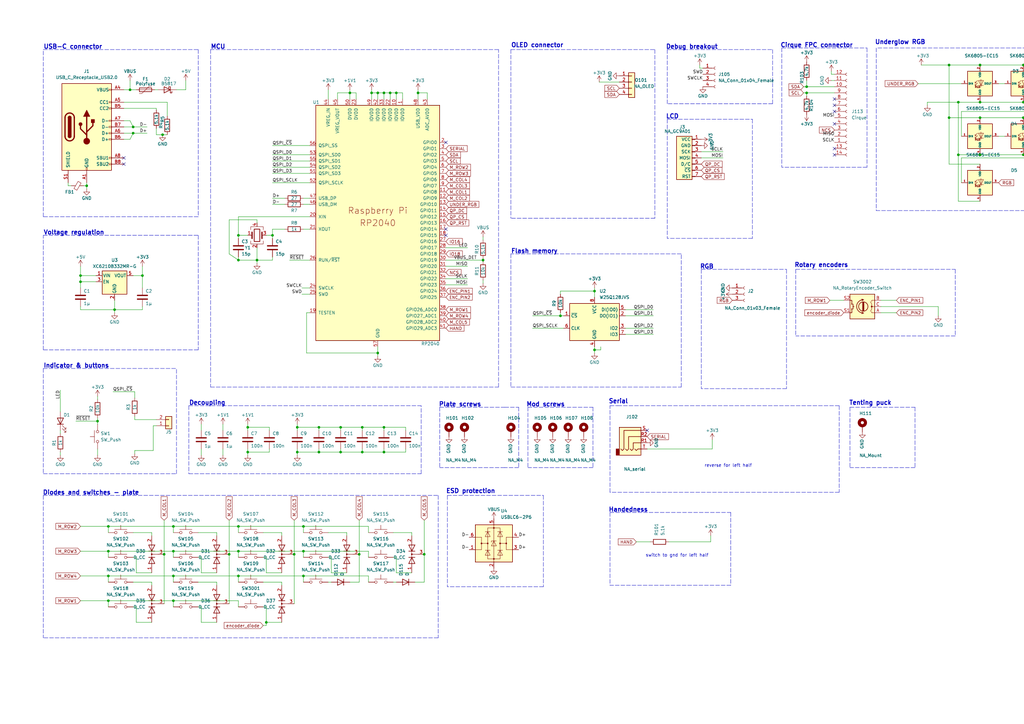
<source format=kicad_sch>
(kicad_sch (version 20211123) (generator eeschema)
  (paper "A3")
  (title_block (title "Dilemma") (date "2022-07-12") (rev "1") (company "plut0nium x bastardkb x freznel") (comment 1 "Licensed under CERN-OHL-W v2"))
  (junction (at 419.735 48.26))
  (junction (at 473.075 41.91))
  (junction (at 452.755 337.185))
  (junction (at 419.735 41.91))
  (junction (at 330.835 38.1))
  (junction (at 455.295 343.535))
  (junction (at 120.65 227.33))
  (junction (at 53.34 36.83))
  (junction (at 68.58 541.655))
  (junction (at 399.415 337.185))
  (junction (at 124.46 236.22))
  (junction (at 52.07 347.345))
  (junction (at 140.97 333.375))
  (junction (at 390.525 358.775))
  (junction (at 55.88 408.305))
  (junction (at 71.12 226.06))
  (junction (at 46.99 127))
  (junction (at 105.41 106.68))
  (junction (at 154.94 38.1))
  (junction (at 50.8 332.105))
  (junction (at 44.45 236.22))
  (junction (at 399.415 343.535))
  (junction (at 401.955 63.5))
  (junction (at 160.02 333.375))
  (junction (at 457.835 48.26))
  (junction (at 30.48 408.305))
  (junction (at 162.56 38.1))
  (junction (at 419.735 26.67))
  (junction (at 106.68 550.545))
  (junction (at 488.315 321.945))
  (junction (at 63.5 350.52))
  (junction (at 147.32 227.33))
  (junction (at 154.94 333.375))
  (junction (at 137.16 480.695))
  (junction (at 128.27 480.695))
  (junction (at 393.065 41.91))
  (junction (at 437.515 41.91))
  (junction (at 68.58 521.335))
  (junction (at 111.76 96.52))
  (junction (at 390.525 337.185))
  (junction (at 434.975 321.945))
  (junction (at 434.975 343.535))
  (junction (at 44.45 246.38))
  (junction (at 526.415 343.535))
  (junction (at 508.635 41.91))
  (junction (at 157.48 185.42))
  (junction (at 417.195 337.185))
  (junction (at 506.095 321.945))
  (junction (at 101.6 185.42))
  (junction (at 389.255 26.67))
  (junction (at 41.91 531.495))
  (junction (at 44.45 226.06))
  (junction (at 52.07 349.885))
  (junction (at 328.295 330.835))
  (junction (at 473.075 343.535))
  (junction (at 330.835 35.56))
  (junction (at 417.195 358.775))
  (junction (at 54.61 52.07))
  (junction (at 508.635 26.67))
  (junction (at 137.16 470.535))
  (junction (at 455.295 358.775))
  (junction (at 157.48 38.1))
  (junction (at 95.25 511.175))
  (junction (at 455.295 26.67))
  (junction (at 511.175 63.5))
  (junction (at 37.465 467.995))
  (junction (at 68.58 511.175))
  (junction (at 389.255 48.26))
  (junction (at 417.195 343.535))
  (junction (at 97.79 96.52))
  (junction (at 157.48 175.26))
  (junction (at 488.315 337.185))
  (junction (at 528.955 63.5))
  (junction (at 101.6 175.26))
  (junction (at 44.45 422.275))
  (junction (at 508.635 358.775))
  (junction (at 121.92 185.42))
  (junction (at 97.79 226.06))
  (junction (at 241.3 414.655))
  (junction (at 455.295 41.91))
  (junction (at 148.59 185.42))
  (junction (at 227.33 424.815))
  (junction (at 119.38 480.695))
  (junction (at 419.735 63.5))
  (junction (at 109.22 255.27))
  (junction (at 154.94 480.695))
  (junction (at 526.415 358.775))
  (junction (at 490.855 343.535))
  (junction (at 99.06 480.695))
  (junction (at 475.615 63.5))
  (junction (at 130.81 175.26))
  (junction (at 148.59 175.26))
  (junction (at 152.4 38.1))
  (junction (at 457.835 63.5))
  (junction (at 473.075 358.775))
  (junction (at 437.515 26.67))
  (junction (at 493.395 63.5))
  (junction (at 160.02 38.1))
  (junction (at 30.48 410.845))
  (junction (at 386.715 321.945))
  (junction (at 67.31 227.33))
  (junction (at 91.44 522.605))
  (junction (at 95.25 391.795))
  (junction (at 95.25 531.495))
  (junction (at 511.175 48.26))
  (junction (at 71.12 236.22))
  (junction (at 328.295 333.375))
  (junction (at 40.005 172.72))
  (junction (at 154.94 470.535))
  (junction (at 109.22 391.795))
  (junction (at 97.79 215.9))
  (junction (at 473.075 26.67))
  (junction (at 144.78 522.605))
  (junction (at 33.02 113.03))
  (junction (at 64.77 522.605))
  (junction (at 146.05 480.695))
  (junction (at 171.45 38.1))
  (junction (at 124.46 226.06))
  (junction (at 121.92 531.495))
  (junction (at 139.7 185.42))
  (junction (at 97.79 236.22))
  (junction (at 154.94 144.78))
  (junction (at 475.615 48.26))
  (junction (at 35.56 76.2))
  (junction (at 417.195 321.945))
  (junction (at 93.98 227.33))
  (junction (at 528.955 48.26))
  (junction (at 198.12 106.68))
  (junction (at 493.395 48.26))
  (junction (at 44.45 215.9))
  (junction (at 58.42 113.03))
  (junction (at 229.87 129.54))
  (junction (at 195.58 401.955))
  (junction (at 124.46 215.9))
  (junction (at 437.515 63.5))
  (junction (at 434.975 358.775))
  (junction (at 99.06 470.535))
  (junction (at 139.7 175.26))
  (junction (at 95.25 401.955))
  (junction (at 157.48 333.375))
  (junction (at 399.415 358.775))
  (junction (at 393.065 63.5))
  (junction (at 102.87 401.955))
  (junction (at 66.675 55.245))
  (junction (at 41.91 541.655))
  (junction (at 490.855 26.67))
  (junction (at 506.095 337.185))
  (junction (at 401.955 48.26))
  (junction (at 130.81 185.42))
  (junction (at 97.79 106.68))
  (junction (at 386.715 343.535))
  (junction (at 152.4 440.055))
  (junction (at 437.515 48.26))
  (junction (at 171.45 522.605))
  (junction (at 470.535 337.185))
  (junction (at 173.99 227.33))
  (junction (at 121.92 521.335))
  (junction (at 71.12 215.9))
  (junction (at 33.02 115.57))
  (junction (at 54.61 54.61))
  (junction (at 71.12 246.38))
  (junction (at 243.84 119.38))
  (junction (at 168.91 333.375))
  (junction (at 41.91 521.335))
  (junction (at 68.58 531.495))
  (junction (at 128.27 470.535))
  (junction (at 33.02 371.475))
  (junction (at 95.25 521.335))
  (junction (at 470.535 321.945))
  (junction (at 508.635 343.535))
  (junction (at 143.51 38.1))
  (junction (at 452.755 321.945))
  (junction (at 152.4 333.375))
  (junction (at 434.975 337.185))
  (junction (at 118.11 522.605))
  (junction (at 490.855 41.91))
  (junction (at 41.91 511.175))
  (junction (at 490.855 358.775))
  (junction (at 146.05 470.535))
  (junction (at 121.92 511.175))
  (junction (at 401.955 26.67))
  (junction (at 243.84 143.51))
  (junction (at 149.86 333.375))
  (junction (at 401.955 41.91))
  (junction (at 119.38 470.535))
  (junction (at 121.92 175.26))
  (junction (at 399.415 321.945))
  (no_connect (at 180.34 394.335))
  (no_connect (at 342.265 50.8))
  (no_connect (at 342.265 40.64))
  (no_connect (at 342.265 43.18))
  (no_connect (at 342.265 60.96))
  (no_connect (at 342.265 63.5))
  (no_connect (at 180.34 353.695))
  (no_connect (at 339.725 340.995))
  (no_connect (at 265.43 176.53))
  (no_connect (at 50.8 64.77))
  (no_connect (at 50.8 67.31))
  (no_connect (at 342.265 45.72))
  (no_connect (at 262.89 471.805))
  (no_connect (at 182.88 93.98))
  (no_connect (at 182.88 96.52))
  (no_connect (at 182.88 58.42))
  (no_connect (at 339.725 346.075))
  (no_connect (at 339.725 335.915))
  (no_connect (at 48.26 360.045))
  (no_connect (at 180.34 399.415))
  (no_connect (at 339.725 338.455))
  (no_connect (at 339.725 356.235))
  (no_connect (at 339.725 358.775))
  (no_connect (at 48.26 362.585))
  (polyline (pts (xy 348.615 167.005) (xy 348.615 191.77)))
  (wire (pts (xy 171.45 38.1) (xy 171.45 40.64)))
  (wire (pts (xy 241.3 437.515) (xy 241.3 440.055)))
  (wire (pts (xy 25.4 370.205) (xy 25.4 371.475)))
  (wire (pts (xy 162.56 234.95) (xy 168.91 234.95)))
  (wire (pts (xy 68.58 534.035) (xy 68.58 531.495)))
  (wire (pts (xy 488.315 321.945) (xy 506.095 321.945)))
  (wire (pts (xy 78.74 513.715) (xy 86.36 513.715)))
  (polyline (pts (xy 276.86 454.025) (xy 276.86 399.415)))
  (wire (pts (xy 33.02 226.06) (xy 44.45 226.06)))
  (wire (pts (xy 33.02 115.57) (xy 33.02 118.11)))
  (wire (pts (xy 121.92 531.495) (xy 148.59 531.495)))
  (wire (pts (xy 173.99 213.36) (xy 173.99 227.33)))
  (wire (pts (xy 374.015 329.565) (xy 391.795 329.565)))
  (wire (pts (xy 105.41 91.44) (xy 105.41 90.17)))
  (wire (pts (xy 118.745 106.68) (xy 127 106.68)))
  (wire (pts (xy 58.42 109.22) (xy 58.42 113.03)))
  (wire (pts (xy 97.79 228.6) (xy 97.79 226.06)))
  (polyline (pts (xy 322.58 159.385) (xy 287.655 159.385)))
  (wire (pts (xy 171.45 522.605) (xy 171.45 534.035)))
  (wire (pts (xy 120.65 213.36) (xy 120.65 227.33)))
  (wire (pts (xy 455.295 26.67) (xy 473.075 26.67)))
  (polyline (pts (xy 314.325 315.595) (xy 314.325 337.82)))
  (wire (pts (xy 55.245 170.815) (xy 55.245 172.085)))
  (wire (pts (xy 69.85 332.105) (xy 73.66 332.105)))
  (wire (pts (xy 82.55 173.99) (xy 82.55 176.53)))
  (wire (pts (xy 135.89 234.95) (xy 142.24 234.95)))
  (wire (pts (xy 54.61 228.6) (xy 55.88 228.6)))
  (wire (pts (xy 327.025 333.375) (xy 328.295 333.375)))
  (wire (pts (xy 267.97 134.62) (xy 256.54 134.62)))
  (wire (pts (xy 30.48 421.005) (xy 30.48 422.275)))
  (wire (pts (xy 227.33 423.545) (xy 227.33 424.815)))
  (wire (pts (xy 265.43 429.895) (xy 254 429.895)))
  (wire (pts (xy 419.735 48.26) (xy 401.955 48.26)))
  (wire (pts (xy 501.015 55.88) (xy 503.555 55.88)))
  (wire (pts (xy 109.22 376.555) (xy 114.3 376.555)))
  (wire (pts (xy 22.225 471.805) (xy 22.225 473.075)))
  (polyline (pts (xy 83.82 454.025) (xy 201.93 454.025)))
  (wire (pts (xy 434.975 358.775) (xy 455.295 358.775)))
  (wire (pts (xy 40.005 184.15) (xy 40.005 186.69)))
  (wire (pts (xy 158.75 534.035) (xy 160.02 534.035)))
  (wire (pts (xy 133.35 523.875) (xy 133.35 530.225)))
  (wire (pts (xy 101.6 175.26) (xy 110.49 175.26)))
  (wire (pts (xy 121.92 173.99) (xy 121.92 175.26)))
  (wire (pts (xy 80.01 479.425) (xy 80.01 481.965)))
  (wire (pts (xy 41.91 531.495) (xy 68.58 531.495)))
  (polyline (pts (xy 17.78 194.31) (xy 72.39 194.31)))
  (wire (pts (xy 327.025 330.835) (xy 328.295 330.835)))
  (polyline (pts (xy 268.605 20.32) (xy 268.605 89.535)))
  (wire (pts (xy 102.87 386.715) (xy 102.87 385.445)))
  (wire (pts (xy 445.135 55.88) (xy 450.215 55.88)))
  (wire (pts (xy 516.255 34.29) (xy 518.795 34.29)))
  (wire (pts (xy 44.45 246.38) (xy 71.12 246.38)))
  (polyline (pts (xy 204.47 158.75) (xy 204.47 20.32)))
  (wire (pts (xy 53.34 544.195) (xy 53.34 550.545)))
  (wire (pts (xy 394.335 64.77) (xy 554.355 64.77)))
  (polyline (pts (xy 566.42 381.635) (xy 356.87 381.635)))
  (wire (pts (xy 170.18 238.76) (xy 173.99 238.76)))
  (polyline (pts (xy 273.685 20.32) (xy 316.865 20.32)))
  (wire (pts (xy 120.65 227.33) (xy 120.65 247.65)))
  (wire (pts (xy 377.825 337.185) (xy 390.525 337.185)))
  (wire (pts (xy 50.8 54.61) (xy 54.61 54.61)))
  (wire (pts (xy 328.295 333.375) (xy 339.725 333.375)))
  (wire (pts (xy 106.68 551.815) (xy 106.68 550.545)))
  (polyline (pts (xy 207.01 191.77) (xy 180.34 191.77)))
  (wire (pts (xy 123.19 440.055) (xy 152.4 440.055)))
  (wire (pts (xy 419.735 41.91) (xy 437.515 41.91)))
  (wire (pts (xy 91.44 173.99) (xy 91.44 176.53)))
  (wire (pts (xy 162.56 335.915) (xy 162.56 333.375)))
  (wire (pts (xy 288.29 27.94) (xy 287.02 27.94)))
  (wire (pts (xy 123.825 118.11) (xy 127 118.11)))
  (wire (pts (xy 107.95 248.92) (xy 109.22 248.92)))
  (wire (pts (xy 227.33 415.925) (xy 227.33 414.655)))
  (wire (pts (xy 245.745 33.655) (xy 254 33.655)))
  (wire (pts (xy 61.595 469.9) (xy 60.325 469.9)))
  (wire (pts (xy 81.28 238.76) (xy 88.9 238.76)))
  (polyline (pts (xy 314.325 337.82) (xy 271.145 337.82)))
  (wire (pts (xy 81.28 228.6) (xy 82.55 228.6)))
  (wire (pts (xy 93.98 227.33) (xy 93.98 247.65)))
  (wire (pts (xy 106.68 523.875) (xy 106.68 530.225)))
  (wire (pts (xy 33.02 236.22) (xy 44.45 236.22)))
  (wire (pts (xy 109.22 228.6) (xy 109.22 234.95)))
  (polyline (pts (xy 355.6 19.685) (xy 355.6 68.58)))
  (wire (pts (xy 64.135 55.245) (xy 66.675 55.245)))
  (wire (pts (xy 88.9 238.76) (xy 88.9 240.03)))
  (wire (pts (xy 267.97 137.16) (xy 256.54 137.16)))
  (polyline (pts (xy 279.4 104.14) (xy 209.55 104.14)))
  (wire (pts (xy 111.76 66.04) (xy 127 66.04)))
  (wire (pts (xy 182.88 101.6) (xy 191.77 101.6)))
  (polyline (pts (xy 271.145 315.595) (xy 271.145 337.82)))
  (wire (pts (xy 44.45 422.275) (xy 55.88 422.275)))
  (wire (pts (xy 434.975 343.535) (xy 455.295 343.535)))
  (wire (pts (xy 82.55 248.92) (xy 82.55 255.27)))
  (polyline (pts (xy 306.07 344.17) (xy 306.07 393.065)))
  (polyline (pts (xy 180.34 167.005) (xy 207.01 167.005)))
  (wire (pts (xy 462.915 34.29) (xy 465.455 34.29)))
  (wire (pts (xy 88.9 469.265) (xy 88.9 471.805)))
  (polyline (pts (xy 389.255 433.07) (xy 323.85 433.07)))
  (wire (pts (xy 30.48 422.275) (xy 44.45 422.275)))
  (wire (pts (xy 329.565 38.1) (xy 330.835 38.1)))
  (wire (pts (xy 337.82 418.465) (xy 343.535 418.465)))
  (wire (pts (xy 390.525 377.825) (xy 390.525 358.775)))
  (wire (pts (xy 152.4 333.375) (xy 154.94 333.375)))
  (wire (pts (xy 72.39 36.83) (xy 76.2 36.83)))
  (wire (pts (xy 50.8 332.105) (xy 53.34 332.105)))
  (wire (pts (xy 95.25 534.035) (xy 95.25 531.495)))
  (polyline (pts (xy 15.24 498.475) (xy 177.165 498.475)))
  (wire (pts (xy 121.92 185.42) (xy 130.81 185.42)))
  (polyline (pts (xy 222.885 203.2) (xy 222.885 240.665)))
  (wire (pts (xy 498.475 351.155) (xy 501.015 351.155)))
  (wire (pts (xy 30.48 521.335) (xy 41.91 521.335)))
  (wire (pts (xy 180.34 404.495) (xy 189.23 404.495)))
  (wire (pts (xy 399.415 362.585) (xy 386.715 362.585)))
  (wire (pts (xy 427.355 55.88) (xy 429.895 55.88)))
  (wire (pts (xy 442.595 351.155) (xy 447.675 351.155)))
  (wire (pts (xy 498.475 34.29) (xy 501.015 34.29)))
  (polyline (pts (xy 308.61 48.895) (xy 308.61 97.79)))
  (wire (pts (xy 95.25 384.175) (xy 124.46 384.175)))
  (wire (pts (xy 71.12 226.06) (xy 97.79 226.06)))
  (wire (pts (xy 531.495 329.565) (xy 531.495 340.995)))
  (wire (pts (xy 33.02 113.03) (xy 39.37 113.03)))
  (wire (pts (xy 64.135 52.705) (xy 64.135 55.245)))
  (wire (pts (xy 118.11 508.635) (xy 118.11 522.605)))
  (wire (pts (xy 101.6 175.26) (xy 101.6 176.53)))
  (wire (pts (xy 215.9 429.895) (xy 228.6 429.895)))
  (wire (pts (xy 173.99 227.33) (xy 173.99 238.76)))
  (wire (pts (xy 534.035 351.155) (xy 536.575 351.155)))
  (wire (pts (xy 243.84 118.11) (xy 243.84 119.38)))
  (wire (pts (xy 66.04 337.185) (xy 66.04 342.9)))
  (wire (pts (xy 71.12 215.9) (xy 97.79 215.9)))
  (wire (pts (xy 109.22 96.52) (xy 111.76 96.52)))
  (wire (pts (xy 62.23 218.44) (xy 62.23 219.71)))
  (polyline (pts (xy 326.39 110.49) (xy 391.795 110.49)))
  (wire (pts (xy 63.5 36.83) (xy 64.77 36.83)))
  (wire (pts (xy 105.41 106.68) (xy 105.41 107.95)))
  (wire (pts (xy 41.91 541.655) (xy 68.58 541.655)))
  (wire (pts (xy 162.56 38.1) (xy 165.1 38.1)))
  (polyline (pts (xy 15.24 438.785) (xy 15.24 391.795)))
  (wire (pts (xy 52.07 544.195) (xy 53.34 544.195)))
  (wire (pts (xy 455.295 41.91) (xy 473.075 41.91)))
  (wire (pts (xy 338.455 325.755) (xy 338.455 324.485)))
  (wire (pts (xy 99.06 470.535) (xy 99.06 471.805)))
  (wire (pts (xy 152.4 440.055) (xy 152.4 441.325)))
  (wire (pts (xy 121.92 175.26) (xy 130.81 175.26)))
  (wire (pts (xy 157.48 333.375) (xy 157.48 335.915)))
  (wire (pts (xy 151.13 238.76) (xy 151.13 236.22)))
  (wire (pts (xy 452.755 321.945) (xy 470.535 321.945)))
  (wire (pts (xy 106.68 391.795) (xy 109.22 391.795)))
  (wire (pts (xy 97.79 238.76) (xy 97.79 236.22)))
  (polyline (pts (xy 360.045 19.685) (xy 568.96 19.685)))
  (wire (pts (xy 106.68 550.545) (xy 113.03 550.545)))
  (wire (pts (xy 97.79 215.9) (xy 124.46 215.9)))
  (wire (pts (xy 546.735 63.5) (xy 528.955 63.5)))
  (wire (pts (xy 462.915 351.155) (xy 465.455 351.155)))
  (polyline (pts (xy 389.255 405.765) (xy 389.255 433.07)))
  (wire (pts (xy 97.79 96.52) (xy 97.79 88.9)))
  (wire (pts (xy 64.77 508.635) (xy 64.77 522.605)))
  (wire (pts (xy 50.8 344.805) (xy 52.07 347.345)))
  (wire (pts (xy 115.57 238.76) (xy 115.57 240.03)))
  (wire (pts (xy 146.05 480.695) (xy 154.94 480.695)))
  (wire (pts (xy 506.095 337.185) (xy 523.875 337.185)))
  (wire (pts (xy 22.225 480.695) (xy 22.225 481.965)))
  (wire (pts (xy 111.76 68.58) (xy 127 68.58)))
  (wire (pts (xy 80.01 530.225) (xy 86.36 530.225)))
  (wire (pts (xy 99.06 480.695) (xy 107.95 480.695)))
  (wire (pts (xy 198.12 114.935) (xy 198.12 116.205)))
  (wire (pts (xy 143.51 38.1) (xy 143.51 40.64)))
  (wire (pts (xy 130.81 184.15) (xy 130.81 185.42)))
  (polyline (pts (xy 421.64 398.78) (xy 421.64 423.545)))
  (wire (pts (xy 419.735 26.67) (xy 437.515 26.67)))
  (polyline (pts (xy 424.18 103.505) (xy 455.93 103.505)))
  (polyline (pts (xy 326.39 110.49) (xy 326.39 137.795)))
  (wire (pts (xy 52.07 408.305) (xy 55.88 408.305)))
  (wire (pts (xy 168.91 218.44) (xy 168.91 219.71)))
  (wire (pts (xy 54.61 52.07) (xy 50.8 52.07)))
  (wire (pts (xy 437.515 48.26) (xy 419.735 48.26)))
  (polyline (pts (xy 243.205 191.77) (xy 216.535 191.77)))
  (wire (pts (xy 380.365 41.91) (xy 393.065 41.91)))
  (polyline (pts (xy 81.28 88.9) (xy 17.78 88.9)))
  (wire (pts (xy 67.31 227.33) (xy 67.31 247.65)))
  (wire (pts (xy 80.01 544.195) (xy 80.01 550.545)))
  (wire (pts (xy 493.395 48.26) (xy 475.615 48.26)))
  (wire (pts (xy 121.92 185.42) (xy 121.92 186.69)))
  (wire (pts (xy 86.36 534.035) (xy 86.36 535.305)))
  (wire (pts (xy 121.92 513.715) (xy 121.92 511.175)))
  (wire (pts (xy 267.97 127) (xy 256.54 127)))
  (wire (pts (xy 338.455 328.295) (xy 339.725 328.295)))
  (wire (pts (xy 55.88 255.27) (xy 62.23 255.27)))
  (wire (pts (xy 455.295 343.535) (xy 473.075 343.535)))
  (wire (pts (xy 33.02 127) (xy 46.99 127)))
  (wire (pts (xy 109.22 358.775) (xy 124.46 358.775)))
  (polyline (pts (xy 271.145 315.595) (xy 314.325 315.595)))
  (wire (pts (xy 55.88 228.6) (xy 55.88 234.95)))
  (wire (pts (xy 125.73 128.27) (xy 127 128.27)))
  (wire (pts (xy 101.6 185.42) (xy 101.6 186.69)))
  (wire (pts (xy 105.41 544.195) (xy 106.68 544.195)))
  (wire (pts (xy 124.46 81.28) (xy 127 81.28)))
  (wire (pts (xy 528.955 48.26) (xy 511.175 48.26)))
  (wire (pts (xy 50.8 49.53) (xy 53.34 49.53)))
  (wire (pts (xy 109.22 379.095) (xy 114.3 379.095)))
  (wire (pts (xy 140.97 333.375) (xy 140.97 335.915)))
  (wire (pts (xy 53.34 530.225) (xy 59.69 530.225)))
  (wire (pts (xy 93.98 90.17) (xy 93.98 104.14)))
  (wire (pts (xy 101.6 185.42) (xy 110.49 185.42)))
  (wire (pts (xy 139.7 185.42) (xy 148.59 185.42)))
  (polyline (pts (xy 216.535 167.005) (xy 243.205 167.005)))
  (wire (pts (xy 154.94 479.425) (xy 154.94 480.695)))
  (wire (pts (xy 102.87 401.955) (xy 102.87 403.225)))
  (wire (pts (xy 124.46 93.98) (xy 127 93.98)))
  (wire (pts (xy 445.135 34.29) (xy 447.675 34.29)))
  (wire (pts (xy 33.02 370.205) (xy 33.02 371.475)))
  (wire (pts (xy 30.48 511.175) (xy 41.91 511.175)))
  (polyline (pts (xy 240.665 462.28) (xy 240.665 487.045)))
  (wire (pts (xy 81.28 218.44) (xy 88.9 218.44)))
  (wire (pts (xy 195.58 392.43) (xy 195.58 393.7)))
  (wire (pts (xy 526.415 343.535) (xy 508.635 343.535)))
  (wire (pts (xy 41.91 523.875) (xy 41.91 521.335)))
  (wire (pts (xy 44.45 422.275) (xy 44.45 423.545)))
  (wire (pts (xy 161.29 218.44) (xy 168.91 218.44)))
  (wire (pts (xy 53.34 49.53) (xy 54.61 52.07)))
  (wire (pts (xy 132.08 332.105) (xy 132.08 335.915)))
  (wire (pts (xy 544.195 343.535) (xy 526.415 343.535)))
  (wire (pts (xy 34.29 76.2) (xy 35.56 76.2)))
  (wire (pts (xy 154.94 333.375) (xy 157.48 333.375)))
  (wire (pts (xy 243.84 142.24) (xy 243.84 143.51)))
  (wire (pts (xy 386.715 321.945) (xy 399.415 321.945)))
  (wire (pts (xy 163.83 479.425) (xy 163.83 480.695)))
  (wire (pts (xy 121.92 511.175) (xy 148.59 511.175)))
  (wire (pts (xy 457.835 48.26) (xy 475.615 48.26)))
  (wire (pts (xy 71.12 246.38) (xy 97.79 246.38)))
  (wire (pts (xy 390.525 337.185) (xy 399.415 337.185)))
  (wire (pts (xy 470.535 337.185) (xy 488.315 337.185)))
  (wire (pts (xy 157.48 38.1) (xy 157.48 40.64)))
  (wire (pts (xy 52.07 513.715) (xy 59.69 513.715)))
  (wire (pts (xy 111.76 106.68) (xy 111.76 105.41)))
  (wire (pts (xy 358.775 423.545) (xy 365.125 423.545)))
  (wire (pts (xy 62.865 174.625) (xy 62.865 184.785)))
  (wire (pts (xy 377.825 338.455) (xy 377.825 337.185)))
  (wire (pts (xy 460.375 329.565) (xy 462.915 329.565)))
  (polyline (pts (xy 213.995 462.28) (xy 240.665 462.28)))
  (polyline (pts (xy 372.745 462.28) (xy 372.745 487.045)))
  (wire (pts (xy 50.8 36.83) (xy 53.34 36.83)))
  (wire (pts (xy 107.95 228.6) (xy 109.22 228.6)))
  (wire (pts (xy 30.48 408.305) (xy 30.48 410.845)))
  (wire (pts (xy 46.355 160.655) (xy 55.245 160.655)))
  (wire (pts (xy 91.44 522.605) (xy 91.44 542.925)))
  (wire (pts (xy 53.34 36.83) (xy 55.88 36.83)))
  (wire (pts (xy 48.26 339.725) (xy 61.595 339.725)))
  (wire (pts (xy 41.91 521.335) (xy 68.58 521.335)))
  (wire (pts (xy 58.42 125.73) (xy 58.42 127)))
  (wire (pts (xy 102.87 385.445) (xy 91.44 385.445)))
  (wire (pts (xy 229.87 129.54) (xy 231.14 129.54)))
  (wire (pts (xy 135.89 335.915) (xy 135.89 333.375)))
  (wire (pts (xy 66.675 55.245) (xy 68.58 55.245)))
  (wire (pts (xy 68.58 541.655) (xy 68.58 544.195)))
  (polyline (pts (xy 207.01 315.595) (xy 266.065 315.595)))
  (wire (pts (xy 119.38 480.695) (xy 128.27 480.695)))
  (wire (pts (xy 258.445 517.525) (xy 264.16 517.525)))
  (wire (pts (xy 386.715 343.535) (xy 386.715 321.945)))
  (wire (pts (xy 105.41 106.68) (xy 111.76 106.68)))
  (wire (pts (xy 154.94 144.78) (xy 154.94 146.05)))
  (wire (pts (xy 330.835 33.02) (xy 330.835 35.56)))
  (wire (pts (xy 128.27 480.695) (xy 137.16 480.695)))
  (wire (pts (xy 163.83 471.805) (xy 163.83 470.535)))
  (wire (pts (xy 52.07 349.885) (xy 57.785 349.885)))
  (wire (pts (xy 59.69 513.715) (xy 59.69 514.985)))
  (wire (pts (xy 30.48 541.655) (xy 41.91 541.655)))
  (wire (pts (xy 95.25 511.175) (xy 121.92 511.175)))
  (polyline (pts (xy 299.72 210.185) (xy 299.72 240.03)))
  (wire (pts (xy 546.735 48.26) (xy 528.955 48.26)))
  (wire (pts (xy 50.8 352.425) (xy 48.26 352.425)))
  (wire (pts (xy 95.25 521.335) (xy 121.92 521.335)))
  (wire (pts (xy 135.89 333.375) (xy 140.97 333.375)))
  (wire (pts (xy 182.88 109.22) (xy 191.77 109.22)))
  (wire (pts (xy 152.4 36.83) (xy 152.4 38.1)))
  (wire (pts (xy 215.9 424.815) (xy 227.33 424.815)))
  (wire (pts (xy 146.05 40.64) (xy 146.05 38.1)))
  (wire (pts (xy 154.94 142.24) (xy 154.94 144.78)))
  (wire (pts (xy 88.9 479.425) (xy 88.9 481.965)))
  (polyline (pts (xy 17.78 203.2) (xy 17.78 261.62)))
  (wire (pts (xy 22.225 455.295) (xy 22.225 464.185)))
  (wire (pts (xy 40.005 171.45) (xy 40.005 172.72)))
  (wire (pts (xy 30.48 410.845) (xy 36.83 410.845)))
  (wire (pts (xy 106.68 530.225) (xy 113.03 530.225)))
  (wire (pts (xy 52.07 523.875) (xy 53.34 523.875)))
  (wire (pts (xy 175.26 40.64) (xy 175.26 38.1)))
  (wire (pts (xy 71.12 236.22) (xy 97.79 236.22)))
  (wire (pts (xy 508.635 26.67) (xy 526.415 26.67)))
  (polyline (pts (xy 322.58 110.49) (xy 322.58 159.385)))
  (wire (pts (xy 55.245 160.655) (xy 55.245 163.195)))
  (wire (pts (xy 384.81 125.73) (xy 384.81 129.54)))
  (wire (pts (xy 198.12 106.68) (xy 198.12 107.315)))
  (polyline (pts (xy 455.93 103.505) (xy 455.93 128.27)))
  (wire (pts (xy 465.455 55.88) (xy 467.995 55.88)))
  (wire (pts (xy 393.065 63.5) (xy 393.065 41.91)))
  (wire (pts (xy 139.7 184.15) (xy 139.7 185.42)))
  (wire (pts (xy 171.45 508.635) (xy 171.45 522.605)))
  (wire (pts (xy 157.48 185.42) (xy 166.37 185.42)))
  (wire (pts (xy 151.13 218.44) (xy 151.13 215.9)))
  (wire (pts (xy 27.94 76.2) (xy 29.21 76.2)))
  (wire (pts (xy 219.71 329.565) (xy 227.965 329.565)))
  (polyline (pts (xy 355.6 68.58) (xy 320.675 68.58)))
  (polyline (pts (xy 455.93 128.27) (xy 424.18 128.27)))
  (wire (pts (xy 78.74 534.035) (xy 86.36 534.035)))
  (wire (pts (xy 107.95 218.44) (xy 115.57 218.44)))
  (wire (pts (xy 182.88 114.3) (xy 191.77 114.3)))
  (wire (pts (xy 97.79 106.68) (xy 105.41 106.68)))
  (wire (pts (xy 124.46 236.22) (xy 151.13 236.22)))
  (wire (pts (xy 166.37 176.53) (xy 166.37 175.26)))
  (wire (pts (xy 171.45 38.1) (xy 175.26 38.1)))
  (wire (pts (xy 243.84 143.51) (xy 246.38 143.51)))
  (wire (pts (xy 125.73 128.27) (xy 125.73 144.78)))
  (wire (pts (xy 54.61 238.76) (xy 62.23 238.76)))
  (wire (pts (xy 139.7 175.26) (xy 148.59 175.26)))
  (wire (pts (xy 417.195 337.185) (xy 434.975 337.185)))
  (wire (pts (xy 50.8 41.91) (xy 68.58 41.91)))
  (wire (pts (xy 44.45 238.76) (xy 44.45 236.22)))
  (wire (pts (xy 119.38 469.265) (xy 119.38 470.535)))
  (wire (pts (xy 58.42 113.03) (xy 58.42 118.11)))
  (wire (pts (xy 128.27 470.535) (xy 128.27 471.805)))
  (wire (pts (xy 361.315 125.73) (xy 384.81 125.73)))
  (wire (pts (xy 195.58 410.21) (xy 195.58 411.48)))
  (wire (pts (xy 147.32 227.33) (xy 147.32 238.76)))
  (wire (pts (xy 265.43 424.815) (xy 254 424.815)))
  (wire (pts (xy 265.43 432.435) (xy 254 432.435)))
  (wire (pts (xy 218.44 134.62) (xy 231.14 134.62)))
  (wire (pts (xy 149.86 332.105) (xy 149.86 333.375)))
  (wire (pts (xy 139.7 513.715) (xy 139.7 514.985)))
  (wire (pts (xy 401.955 67.31) (xy 389.255 67.31)))
  (wire (pts (xy 152.4 38.1) (xy 152.4 40.64)))
  (polyline (pts (xy 207.01 399.415) (xy 207.01 454.025)))
  (polyline (pts (xy 320.04 405.765) (xy 320.04 454.66)))
  (wire (pts (xy 105.41 90.17) (xy 93.98 90.17)))
  (wire (pts (xy 52.705 455.93) (xy 52.705 458.47)))
  (polyline (pts (xy 568.96 86.36) (xy 359.41 86.36)))
  (wire (pts (xy 534.035 34.29) (xy 534.035 45.72)))
  (wire (pts (xy 407.035 329.565) (xy 409.575 329.565)))
  (wire (pts (xy 124.46 226.06) (xy 151.13 226.06)))
  (wire (pts (xy 394.335 64.77) (xy 394.335 74.93)))
  (wire (pts (xy 64.135 44.45) (xy 64.135 45.085)))
  (wire (pts (xy 30.48 404.495) (xy 30.48 408.305)))
  (polyline (pts (xy 209.55 104.14) (xy 209.55 158.75)))
  (polyline (pts (xy 74.93 489.585) (xy 170.18 489.585)))
  (wire (pts (xy 48.26 332.105) (xy 50.8 332.105)))
  (wire (pts (xy 133.35 530.225) (xy 139.7 530.225)))
  (polyline (pts (xy 266.065 315.595) (xy 266.065 384.81)))
  (wire (pts (xy 52.07 347.345) (xy 57.785 347.345)))
  (wire (pts (xy 95.25 391.795) (xy 99.06 391.795)))
  (wire (pts (xy 64.77 522.605) (xy 64.77 542.925)))
  (wire (pts (xy 68.58 541.655) (xy 95.25 541.655)))
  (wire (pts (xy 508.635 343.535) (xy 490.855 343.535)))
  (polyline (pts (xy 273.685 20.32) (xy 273.685 42.545)))
  (polyline (pts (xy 359.41 19.685) (xy 359.41 86.36)))
  (wire (pts (xy 330.835 35.56) (xy 342.265 35.56)))
  (wire (pts (xy 105.41 523.875) (xy 106.68 523.875)))
  (wire (pts (xy 105.41 513.715) (xy 113.03 513.715)))
  (polyline (pts (xy 348.615 167.005) (xy 375.285 167.005)))
  (wire (pts (xy 121.92 389.255) (xy 124.46 389.255)))
  (wire (pts (xy 109.22 361.315) (xy 124.46 361.315)))
  (polyline (pts (xy 220.345 535.94) (xy 180.975 535.94)))
  (wire (pts (xy 109.22 256.54) (xy 109.22 255.27)))
  (polyline (pts (xy 15.24 446.405) (xy 69.85 446.405)))
  (wire (pts (xy 148.59 175.26) (xy 157.48 175.26)))
  (wire (pts (xy 118.11 522.605) (xy 118.11 542.925)))
  (wire (pts (xy 61.595 350.52) (xy 63.5 350.52)))
  (wire (pts (xy 82.55 255.27) (xy 88.9 255.27)))
  (wire (pts (xy 154.94 480.695) (xy 163.83 480.695)))
  (wire (pts (xy 110.49 184.15) (xy 110.49 185.42)))
  (polyline (pts (xy 566.42 314.96) (xy 566.42 381.635)))
  (wire (pts (xy 399.415 377.825) (xy 390.525 377.825)))
  (wire (pts (xy 41.91 511.175) (xy 68.58 511.175)))
  (wire (pts (xy 490.855 41.91) (xy 508.635 41.91)))
  (wire (pts (xy 148.59 534.035) (xy 148.59 531.495)))
  (wire (pts (xy 109.22 401.955) (xy 109.22 400.685)))
  (wire (pts (xy 54.61 218.44) (xy 62.23 218.44)))
  (wire (pts (xy 95.25 523.875) (xy 95.25 521.335)))
  (wire (pts (xy 434.975 343.535) (xy 417.195 343.535)))
  (wire (pts (xy 41.91 534.035) (xy 41.91 531.495)))
  (wire (pts (xy 25.4 371.475) (xy 26.67 371.475)))
  (polyline (pts (xy 17.78 151.13) (xy 17.78 194.31)))
  (wire (pts (xy 182.88 106.68) (xy 198.12 106.68)))
  (wire (pts (xy 97.79 218.44) (xy 97.79 215.9)))
  (wire (pts (xy 375.285 321.945) (xy 386.715 321.945)))
  (wire (pts (xy 243.84 119.38) (xy 243.84 121.92)))
  (wire (pts (xy 380.365 43.18) (xy 380.365 41.91)))
  (wire (pts (xy 289.56 479.425) (xy 289.56 475.615)))
  (wire (pts (xy 24.765 176.53) (xy 24.765 177.8)))
  (wire (pts (xy 291.465 222.25) (xy 291.465 219.71)))
  (wire (pts (xy 511.175 48.26) (xy 493.395 48.26)))
  (polyline (pts (xy 247.65 461.645) (xy 250.825 461.645)))
  (wire (pts (xy 478.155 329.565) (xy 480.695 329.565)))
  (polyline (pts (xy 421.64 398.78) (xy 453.39 398.78)))
  (polyline (pts (xy 453.39 398.78) (xy 453.39 423.545)))
  (wire (pts (xy 160.02 530.225) (xy 166.37 530.225)))
  (wire (pts (xy 111.76 96.52) (xy 111.76 97.79)))
  (wire (pts (xy 399.415 337.185) (xy 417.195 337.185)))
  (wire (pts (xy 107.95 471.805) (xy 107.95 470.535)))
  (polyline (pts (xy 179.705 203.2) (xy 179.705 261.62)))
  (wire (pts (xy 62.865 184.785) (xy 55.245 184.785)))
  (polyline (pts (xy 287.655 110.49) (xy 322.58 110.49)))
  (wire (pts (xy 44.45 246.38) (xy 44.45 248.92)))
  (wire (pts (xy 161.29 228.6) (xy 162.56 228.6)))
  (wire (pts (xy 48.26 344.805) (xy 50.8 344.805)))
  (wire (pts (xy 480.695 34.29) (xy 483.235 34.29)))
  (polyline (pts (xy 243.205 167.005) (xy 243.205 191.77)))
  (wire (pts (xy 121.92 184.15) (xy 121.92 185.42)))
  (wire (pts (xy 30.48 408.305) (xy 36.83 408.305)))
  (wire (pts (xy 534.035 45.72) (xy 394.335 45.72)))
  (polyline (pts (xy 320.04 454.66) (xy 285.115 454.66)))
  (wire (pts (xy 160.02 333.375) (xy 162.56 333.375)))
  (wire (pts (xy 30.48 531.495) (xy 41.91 531.495)))
  (polyline (pts (xy 285.115 405.765) (xy 285.115 454.66)))
  (wire (pts (xy 121.92 523.875) (xy 121.92 521.335)))
  (polyline (pts (xy 180.34 167.005) (xy 180.34 191.77)))
  (wire (pts (xy 137.16 479.425) (xy 137.16 480.695)))
  (polyline (pts (xy 316.865 42.545) (xy 273.685 42.545)))
  (wire (pts (xy 171.45 36.83) (xy 171.45 38.1)))
  (wire (pts (xy 78.74 523.875) (xy 80.01 523.875)))
  (wire (pts (xy 506.095 321.945) (xy 523.875 321.945)))
  (wire (pts (xy 154.94 470.535) (xy 154.94 471.805)))
  (wire (pts (xy 97.79 97.79) (xy 97.79 96.52)))
  (polyline (pts (xy 207.01 167.005) (xy 212.725 167.005)))
  (wire (pts (xy 68.58 531.495) (xy 95.25 531.495)))
  (wire (pts (xy 391.795 340.995) (xy 391.795 351.155)))
  (wire (pts (xy 401.955 63.5) (xy 393.065 63.5)))
  (wire (pts (xy 167.64 534.035) (xy 171.45 534.035)))
  (wire (pts (xy 134.62 228.6) (xy 135.89 228.6)))
  (wire (pts (xy 24.765 185.42) (xy 24.765 186.69)))
  (wire (pts (xy 95.25 531.495) (xy 121.92 531.495)))
  (polyline (pts (xy 78.74 315.595) (xy 78.74 384.175)))
  (wire (pts (xy 82.55 228.6) (xy 82.55 234.95)))
  (polyline (pts (xy 17.78 20.32) (xy 81.28 20.32)))
  (wire (pts (xy 330.835 38.1) (xy 330.835 39.37)))
  (wire (pts (xy 137.16 480.695) (xy 146.05 480.695)))
  (polyline (pts (xy 268.605 89.535) (xy 209.55 89.535)))
  (wire (pts (xy 44.45 236.22) (xy 71.12 236.22)))
  (wire (pts (xy 95.25 513.715) (xy 95.25 511.175)))
  (wire (pts (xy 91.44 399.415) (xy 95.25 401.955)))
  (wire (pts (xy 218.44 129.54) (xy 229.87 129.54)))
  (wire (pts (xy 119.38 479.425) (xy 119.38 480.695)))
  (wire (pts (xy 158.75 523.875) (xy 160.02 523.875)))
  (wire (pts (xy 399.415 321.945) (xy 417.195 321.945)))
  (wire (pts (xy 52.07 347.345) (xy 48.26 347.345)))
  (wire (pts (xy 130.81 185.42) (xy 139.7 185.42)))
  (polyline (pts (xy 271.145 344.17) (xy 271.145 393.065)))
  (wire (pts (xy 361.315 123.19) (xy 367.665 123.19)))
  (wire (pts (xy 328.295 333.375) (xy 328.295 334.645)))
  (wire (pts (xy 44.45 218.44) (xy 44.45 215.9)))
  (polyline (pts (xy 204.47 462.28) (xy 210.185 462.28)))
  (wire (pts (xy 52.705 466.09) (xy 52.705 467.36)))
  (wire (pts (xy 389.255 48.26) (xy 389.255 26.67)))
  (polyline (pts (xy 177.8 462.28) (xy 204.47 462.28)))
  (polyline (pts (xy 297.18 535.305) (xy 247.65 535.305)))
  (polyline (pts (xy 210.185 487.045) (xy 204.47 487.045)))
  (wire (pts (xy 82.55 184.15) (xy 82.55 186.69)))
  (wire (pts (xy 149.86 333.375) (xy 149.86 335.915)))
  (wire (pts (xy 71.12 238.76) (xy 71.12 236.22)))
  (wire (pts (xy 121.92 379.095) (xy 124.46 379.095)))
  (polyline (pts (xy 568.96 19.685) (xy 568.96 86.36)))
  (polyline (pts (xy 179.705 261.62) (xy 17.78 261.62)))
  (wire (pts (xy 71.12 228.6) (xy 71.12 226.06)))
  (wire (pts (xy 531.495 340.995) (xy 391.795 340.995)))
  (wire (pts (xy 437.515 48.26) (xy 457.835 48.26)))
  (polyline (pts (xy 318.135 314.96) (xy 318.135 363.855)))
  (wire (pts (xy 137.16 470.535) (xy 146.05 470.535)))
  (polyline (pts (xy 247.65 497.205) (xy 247.65 461.645)))
  (wire (pts (xy 339.725 325.755) (xy 338.455 325.755)))
  (wire (pts (xy 109.22 234.95) (xy 115.57 234.95)))
  (wire (pts (xy 328.295 330.835) (xy 339.725 330.835)))
  (wire (pts (xy 52.705 480.06) (xy 52.705 481.33)))
  (polyline (pts (xy 180.975 498.475) (xy 180.975 535.94)))
  (wire (pts (xy 109.22 363.855) (xy 124.46 363.855)))
  (wire (pts (xy 417.195 321.945) (xy 434.975 321.945)))
  (wire (pts (xy 71.12 218.44) (xy 71.12 215.9)))
  (wire (pts (xy 97.79 105.41) (xy 97.79 106.68)))
  (polyline (pts (xy 69.85 489.585) (xy 69.85 446.405)))
  (wire (pts (xy 121.92 534.035) (xy 121.92 531.495)))
  (wire (pts (xy 419.735 63.5) (xy 401.955 63.5)))
  (wire (pts (xy 109.22 370.205) (xy 124.46 370.205)))
  (wire (pts (xy 130.81 175.26) (xy 130.81 176.53)))
  (polyline (pts (xy 201.93 315.595) (xy 83.82 315.595)))
  (wire (pts (xy 401.955 41.91) (xy 419.735 41.91)))
  (wire (pts (xy 457.835 63.5) (xy 475.615 63.5)))
  (wire (pts (xy 105.41 534.035) (xy 113.03 534.035)))
  (wire (pts (xy 148.59 523.875) (xy 148.59 521.335)))
  (wire (pts (xy 265.43 184.15) (xy 292.1 184.15)))
  (wire (pts (xy 102.87 396.875) (xy 102.87 401.955)))
  (wire (pts (xy 172.72 335.915) (xy 172.72 333.375)))
  (wire (pts (xy 107.95 256.54) (xy 109.22 256.54)))
  (wire (pts (xy 33.02 371.475) (xy 33.02 372.745)))
  (wire (pts (xy 37.465 466.725) (xy 37.465 467.995)))
  (polyline (pts (xy 15.24 391.795) (xy 78.74 391.795)))
  (polyline (pts (xy 250.19 201.93) (xy 250.19 166.37)))
  (polyline (pts (xy 344.17 201.93) (xy 250.19 201.93)))
  (wire (pts (xy 154.94 333.375) (xy 154.94 335.915)))
  (polyline (pts (xy 74.93 461.645) (xy 170.18 461.645)))
  (wire (pts (xy 97.79 96.52) (xy 101.6 96.52)))
  (wire (pts (xy 111.76 71.12) (xy 127 71.12)))
  (wire (pts (xy 143.51 335.915) (xy 143.51 333.375)))
  (wire (pts (xy 91.44 184.15) (xy 91.44 186.69)))
  (wire (pts (xy 64.135 174.625) (xy 62.865 174.625)))
  (polyline (pts (xy 204.47 487.045) (xy 177.8 487.045)))
  (wire (pts (xy 154.94 38.1) (xy 157.48 38.1)))
  (wire (pts (xy 135.89 228.6) (xy 135.89 234.95)))
  (wire (pts (xy 180.34 396.875) (xy 189.23 396.875)))
  (polyline (pts (xy 220.345 498.475) (xy 220.345 535.94)))
  (polyline (pts (xy 323.85 405.765) (xy 323.85 433.07)))
  (wire (pts (xy 53.34 550.545) (xy 59.69 550.545)))
  (wire (pts (xy 229.87 128.27) (xy 229.87 129.54)))
  (wire (pts (xy 148.59 184.15) (xy 148.59 185.42)))
  (polyline (pts (xy 344.17 166.37) (xy 344.17 201.93)))
  (wire (pts (xy 284.48 323.215) (xy 284.48 321.945)))
  (wire (pts (xy 102.87 401.955) (xy 109.22 401.955)))
  (wire (pts (xy 93.98 213.36) (xy 93.98 227.33)))
  (polyline (pts (xy 81.28 20.32) (xy 81.28 88.9)))
  (wire (pts (xy 99.06 480.695) (xy 99.06 481.965)))
  (wire (pts (xy 146.05 470.535) (xy 146.05 471.805)))
  (polyline (pts (xy 346.075 462.28) (xy 346.075 487.045)))
  (wire (pts (xy 160.02 38.1) (xy 160.02 40.64)))
  (wire (pts (xy 488.315 337.185) (xy 506.095 337.185)))
  (wire (pts (xy 121.92 376.555) (xy 124.46 376.555)))
  (wire (pts (xy 152.4 437.515) (xy 152.4 440.055)))
  (wire (pts (xy 473.075 26.67) (xy 490.855 26.67)))
  (polyline (pts (xy 17.78 96.52) (xy 81.28 96.52)))
  (wire (pts (xy 50.8 328.295) (xy 50.8 332.105)))
  (wire (pts (xy 427.355 34.29) (xy 429.895 34.29)))
  (wire (pts (xy 134.62 238.76) (xy 135.89 238.76)))
  (wire (pts (xy 329.565 35.56) (xy 330.835 35.56)))
  (wire (pts (xy 424.815 351.155) (xy 427.355 351.155)))
  (wire (pts (xy 434.975 337.185) (xy 452.755 337.185)))
  (polyline (pts (xy 78.74 391.795) (xy 78.74 438.785)))
  (wire (pts (xy 33.02 125.73) (xy 33.02 127)))
  (wire (pts (xy 53.34 33.02) (xy 53.34 36.83)))
  (wire (pts (xy 166.37 513.715) (xy 166.37 514.985)))
  (wire (pts (xy 35.56 76.2) (xy 35.56 77.47)))
  (polyline (pts (xy 212.725 191.77) (xy 207.01 191.77)))
  (polyline (pts (xy 356.87 314.96) (xy 356.87 381.635)))
  (wire (pts (xy 340.995 30.48) (xy 340.995 29.21)))
  (wire (pts (xy 44.45 418.465) (xy 44.45 422.275)))
  (wire (pts (xy 437.515 63.5) (xy 457.835 63.5)))
  (wire (pts (xy 99.06 479.425) (xy 99.06 480.695)))
  (polyline (pts (xy 177.165 556.895) (xy 15.24 556.895)))
  (wire (pts (xy 140.97 333.375) (xy 143.51 333.375)))
  (wire (pts (xy 437.515 63.5) (xy 419.735 63.5)))
  (wire (pts (xy 106.68 544.195) (xy 106.68 550.545)))
  (wire (pts (xy 109.22 391.795) (xy 109.22 393.065)))
  (wire (pts (xy 33.02 215.9) (xy 44.45 215.9)))
  (polyline (pts (xy 77.47 194.31) (xy 172.72 194.31)))
  (wire (pts (xy 409.575 34.29) (xy 412.115 34.29)))
  (wire (pts (xy 227.33 414.655) (xy 241.3 414.655)))
  (wire (pts (xy 31.75 371.475) (xy 33.02 371.475)))
  (wire (pts (xy 124.46 228.6) (xy 124.46 226.06)))
  (wire (pts (xy 80.01 469.265) (xy 80.01 471.805)))
  (polyline (pts (xy 216.535 167.005) (xy 216.535 191.77)))
  (wire (pts (xy 27.94 74.93) (xy 27.94 76.2)))
  (wire (pts (xy 508.635 41.91) (xy 526.415 41.91)))
  (wire (pts (xy 274.32 222.25) (xy 291.465 222.25)))
  (wire (pts (xy 109.22 354.965) (xy 124.46 354.965)))
  (wire (pts (xy 119.38 480.695) (xy 119.38 481.965)))
  (wire (pts (xy 195.58 401.955) (xy 195.58 402.59)))
  (wire (pts (xy 95.25 400.685) (xy 95.25 401.955)))
  (wire (pts (xy 30.48 410.845) (xy 30.48 413.385)))
  (wire (pts (xy 160.02 523.875) (xy 160.02 530.225)))
  (wire (pts (xy 37.465 457.835) (xy 37.465 459.105)))
  (polyline (pts (xy 273.685 48.895) (xy 273.685 97.79)))
  (wire (pts (xy 121.285 413.385) (xy 124.46 413.385)))
  (wire (pts (xy 97.79 88.9) (xy 127 88.9)))
  (polyline (pts (xy 353.06 363.855) (xy 318.135 363.855)))
  (wire (pts (xy 328.295 328.295) (xy 328.295 330.835)))
  (polyline (pts (xy 276.86 399.415) (xy 207.01 399.415)))
  (polyline (pts (xy 180.975 498.475) (xy 220.345 498.475)))
  (polyline (pts (xy 78.74 438.785) (xy 15.24 438.785)))
  (wire (pts (xy 121.285 415.925) (xy 124.46 415.925)))
  (wire (pts (xy 493.395 63.5) (xy 475.615 63.5)))
  (polyline (pts (xy 372.745 487.045) (xy 346.075 487.045)))
  (polyline (pts (xy 15.24 489.585) (xy 69.85 489.585)))
  (wire (pts (xy 147.32 213.36) (xy 147.32 227.33)))
  (wire (pts (xy 536.575 55.88) (xy 539.115 55.88)))
  (wire (pts (xy 116.205 401.955) (xy 124.46 401.955)))
  (wire (pts (xy 182.88 116.84) (xy 191.77 116.84)))
  (wire (pts (xy 246.38 142.24) (xy 246.38 143.51)))
  (wire (pts (xy 76.2 33.02) (xy 76.2 36.83)))
  (polyline (pts (xy 213.995 462.28) (xy 213.995 487.045)))
  (wire (pts (xy 50.8 44.45) (xy 64.135 44.45)))
  (wire (pts (xy 391.795 360.045) (xy 391.795 370.205)))
  (wire (pts (xy 61.595 339.725) (xy 61.595 340.36)))
  (wire (pts (xy 107.95 238.76) (xy 115.57 238.76)))
  (wire (pts (xy 111.76 83.82) (xy 116.84 83.82)))
  (wire (pts (xy 267.97 129.54) (xy 256.54 129.54)))
  (wire (pts (xy 227.33 424.815) (xy 228.6 424.815)))
  (wire (pts (xy 148.59 185.42) (xy 157.48 185.42)))
  (wire (pts (xy 361.315 128.27) (xy 367.665 128.27)))
  (wire (pts (xy 152.4 333.375) (xy 152.4 335.915)))
  (wire (pts (xy 271.78 517.525) (xy 288.925 517.525)))
  (wire (pts (xy 91.44 508.635) (xy 91.44 522.605)))
  (wire (pts (xy 241.3 413.385) (xy 241.3 414.655)))
  (wire (pts (xy 33.02 109.22) (xy 33.02 113.03)))
  (polyline (pts (xy 250.19 166.37) (xy 253.365 166.37)))
  (wire (pts (xy 95.25 391.795) (xy 95.25 384.175)))
  (wire (pts (xy 88.9 218.44) (xy 88.9 219.71)))
  (wire (pts (xy 33.02 246.38) (xy 44.45 246.38)))
  (wire (pts (xy 229.87 119.38) (xy 243.84 119.38)))
  (wire (pts (xy 52.07 534.035) (xy 59.69 534.035)))
  (wire (pts (xy 146.05 470.535) (xy 154.94 470.535)))
  (wire (pts (xy 386.715 362.585) (xy 386.715 343.535)))
  (wire (pts (xy 138.43 38.1) (xy 143.51 38.1)))
  (wire (pts (xy 168.91 333.375) (xy 172.72 333.375)))
  (polyline (pts (xy 15.24 384.175) (xy 15.24 315.595)))
  (wire (pts (xy 265.43 422.275) (xy 254 422.275)))
  (wire (pts (xy 55.88 404.495) (xy 55.88 408.305)))
  (wire (pts (xy 132.08 513.715) (xy 139.7 513.715)))
  (wire (pts (xy 154.94 470.535) (xy 163.83 470.535)))
  (wire (pts (xy 33.02 113.03) (xy 33.02 115.57)))
  (polyline (pts (xy 222.885 240.665) (xy 183.515 240.665)))
  (wire (pts (xy 48.26 349.885) (xy 52.07 349.885)))
  (wire (pts (xy 111.76 63.5) (xy 127 63.5)))
  (wire (pts (xy 513.715 329.565) (xy 516.255 329.565)))
  (wire (pts (xy 490.855 358.775) (xy 473.075 358.775)))
  (polyline (pts (xy 247.65 505.46) (xy 297.18 505.46)))
  (wire (pts (xy 511.175 63.5) (xy 493.395 63.5)))
  (wire (pts (xy 55.245 184.785) (xy 55.245 186.055)))
  (wire (pts (xy 148.59 175.26) (xy 148.59 176.53)))
  (wire (pts (xy 109.22 255.27) (xy 115.57 255.27)))
  (polyline (pts (xy 177.8 462.28) (xy 177.8 487.045)))
  (polyline (pts (xy 172.72 194.31) (xy 172.72 166.37)))
  (wire (pts (xy 114.3 389.255) (xy 109.22 389.255)))
  (polyline (pts (xy 81.28 143.51) (xy 17.78 143.51)))
  (wire (pts (xy 116.84 93.98) (xy 111.76 93.98)))
  (polyline (pts (xy 266.065 384.81) (xy 207.01 384.81)))
  (wire (pts (xy 143.51 36.83) (xy 143.51 38.1)))
  (wire (pts (xy 80.01 523.875) (xy 80.01 530.225)))
  (polyline (pts (xy 17.78 88.9) (xy 17.78 20.32)))
  (wire (pts (xy 455.295 358.775) (xy 473.075 358.775)))
  (wire (pts (xy 48.26 337.185) (xy 66.04 337.185)))
  (wire (pts (xy 554.355 55.88) (xy 554.355 64.77)))
  (polyline (pts (xy 17.78 203.2) (xy 179.705 203.2)))
  (polyline (pts (xy 353.06 314.96) (xy 353.06 363.855)))
  (wire (pts (xy 91.44 385.445) (xy 91.44 399.415)))
  (wire (pts (xy 508.635 358.775) (xy 490.855 358.775)))
  (wire (pts (xy 180.34 412.115) (xy 189.23 412.115)))
  (wire (pts (xy 551.815 351.155) (xy 551.815 360.045)))
  (wire (pts (xy 111.76 59.69) (xy 127 59.69)))
  (wire (pts (xy 442.595 329.565) (xy 445.135 329.565)))
  (wire (pts (xy 377.825 26.67) (xy 389.255 26.67)))
  (wire (pts (xy 97.79 226.06) (xy 124.46 226.06)))
  (wire (pts (xy 161.29 238.76) (xy 162.56 238.76)))
  (wire (pts (xy 241.3 414.655) (xy 241.3 417.195)))
  (wire (pts (xy 143.51 238.76) (xy 147.32 238.76)))
  (wire (pts (xy 165.1 40.64) (xy 165.1 38.1)))
  (polyline (pts (xy 318.135 314.96) (xy 353.06 314.96)))
  (polyline (pts (xy 177.165 498.475) (xy 177.165 556.895)))
  (wire (pts (xy 43.815 455.93) (xy 52.705 455.93)))
  (wire (pts (xy 285.75 323.215) (xy 284.48 323.215)))
  (polyline (pts (xy 207.01 315.595) (xy 207.01 384.81)))
  (polyline (pts (xy 209.55 158.75) (xy 279.4 158.75)))
  (polyline (pts (xy 77.47 166.37) (xy 172.72 166.37)))
  (polyline (pts (xy 320.675 19.685) (xy 355.6 19.685)))
  (polyline (pts (xy 323.85 405.765) (xy 389.255 405.765)))
  (wire (pts (xy 24.765 160.02) (xy 24.765 168.91)))
  (polyline (pts (xy 299.72 240.03) (xy 250.19 240.03)))
  (polyline (pts (xy 74.93 461.645) (xy 74.93 489.585)))
  (wire (pts (xy 157.48 38.1) (xy 160.02 38.1)))
  (wire (pts (xy 399.415 343.535) (xy 386.715 343.535)))
  (polyline (pts (xy 15.24 446.405) (xy 15.24 489.585)))
  (wire (pts (xy 111.76 93.98) (xy 111.76 96.52)))
  (wire (pts (xy 480.695 351.155) (xy 483.235 351.155)))
  (wire (pts (xy 180.34 401.955) (xy 195.58 401.955)))
  (wire (pts (xy 46.99 123.19) (xy 46.99 127)))
  (wire (pts (xy 285.115 357.505) (xy 294.005 357.505)))
  (polyline (pts (xy 253.365 166.37) (xy 344.17 166.37)))
  (wire (pts (xy 434.975 321.945) (xy 452.755 321.945)))
  (wire (pts (xy 93.98 104.14) (xy 97.79 106.68)))
  (wire (pts (xy 229.87 120.65) (xy 229.87 119.38)))
  (wire (pts (xy 80.01 550.545) (xy 86.36 550.545)))
  (polyline (pts (xy 247.65 505.46) (xy 247.65 535.305)))
  (wire (pts (xy 544.195 358.775) (xy 526.415 358.775)))
  (wire (pts (xy 67.31 213.36) (xy 67.31 227.33)))
  (polyline (pts (xy 308.61 97.79) (xy 273.685 97.79)))
  (wire (pts (xy 123.825 120.65) (xy 127 120.65)))
  (polyline (pts (xy 183.515 203.2) (xy 183.515 240.665)))
  (wire (pts (xy 452.755 337.185) (xy 470.535 337.185)))
  (polyline (pts (xy 316.865 20.32) (xy 316.865 42.545)))
  (wire (pts (xy 409.575 55.88) (xy 412.115 55.88)))
  (wire (pts (xy 382.27 421.005) (xy 382.27 424.815)))
  (wire (pts (xy 149.86 333.375) (xy 152.4 333.375)))
  (wire (pts (xy 60.96 332.105) (xy 62.23 332.105)))
  (wire (pts (xy 68.58 513.715) (xy 68.58 511.175)))
  (wire (pts (xy 162.56 228.6) (xy 162.56 234.95)))
  (wire (pts (xy 95.25 393.065) (xy 95.25 391.795)))
  (polyline (pts (xy 287.655 110.49) (xy 287.655 159.385)))
  (wire (pts (xy 342.265 30.48) (xy 340.995 30.48)))
  (polyline (pts (xy 375.285 167.005) (xy 375.285 191.77)))
  (wire (pts (xy 198.12 97.155) (xy 198.12 98.425)))
  (wire (pts (xy 44.45 215.9) (xy 71.12 215.9)))
  (wire (pts (xy 490.855 343.535) (xy 473.075 343.535)))
  (wire (pts (xy 124.46 83.82) (xy 127 83.82)))
  (polyline (pts (xy 297.18 505.46) (xy 297.18 535.305)))
  (wire (pts (xy 151.13 228.6) (xy 151.13 226.06)))
  (wire (pts (xy 262.89 479.425) (xy 289.56 479.425)))
  (wire (pts (xy 391.795 360.045) (xy 551.815 360.045)))
  (wire (pts (xy 393.065 41.91) (xy 401.955 41.91)))
  (polyline (pts (xy 320.675 19.685) (xy 320.675 68.58)))
  (wire (pts (xy 157.48 175.26) (xy 166.37 175.26)))
  (wire (pts (xy 55.88 408.305) (xy 55.88 413.385)))
  (polyline (pts (xy 15.24 498.475) (xy 15.24 556.895)))
  (wire (pts (xy 60.325 480.06) (xy 52.705 480.06)))
  (wire (pts (xy 105.41 551.815) (xy 106.68 551.815)))
  (wire (pts (xy 109.22 248.92) (xy 109.22 255.27)))
  (wire (pts (xy 401.955 82.55) (xy 393.065 82.55)))
  (wire (pts (xy 71.12 246.38) (xy 71.12 248.92)))
  (wire (pts (xy 73.66 328.295) (xy 73.66 332.105)))
  (wire (pts (xy 59.69 534.035) (xy 59.69 535.305)))
  (wire (pts (xy 105.41 101.6) (xy 105.41 106.68)))
  (wire (pts (xy 52.705 467.36) (xy 61.595 467.36)))
  (wire (pts (xy 60.325 469.9) (xy 60.325 480.06)))
  (wire (pts (xy 54.61 54.61) (xy 53.34 57.15)))
  (polyline (pts (xy 273.685 48.895) (xy 308.61 48.895)))
  (wire (pts (xy 54.61 113.03) (xy 58.42 113.03)))
  (wire (pts (xy 394.335 45.72) (xy 394.335 55.88)))
  (wire (pts (xy 97.79 236.22) (xy 124.46 236.22)))
  (wire (pts (xy 134.62 218.44) (xy 142.24 218.44)))
  (wire (pts (xy 195.58 401.32) (xy 195.58 401.955)))
  (wire (pts (xy 495.935 329.565) (xy 498.475 329.565)))
  (wire (pts (xy 128.27 479.425) (xy 128.27 480.695)))
  (wire (pts (xy 132.08 534.035) (xy 133.35 534.035)))
  (wire (pts (xy 121.92 175.26) (xy 121.92 176.53)))
  (wire (pts (xy 111.76 74.93) (xy 127 74.93)))
  (wire (pts (xy 526.415 358.775) (xy 508.635 358.775)))
  (wire (pts (xy 437.515 41.91) (xy 455.295 41.91)))
  (wire (pts (xy 54.61 52.07) (xy 60.325 52.07)))
  (polyline (pts (xy 375.285 191.77) (xy 348.615 191.77)))
  (wire (pts (xy 437.515 26.67) (xy 455.295 26.67)))
  (wire (pts (xy 121.92 521.335) (xy 148.59 521.335)))
  (wire (pts (xy 138.43 40.64) (xy 138.43 38.1)))
  (polyline (pts (xy 86.36 158.75) (xy 204.47 158.75)))
  (wire (pts (xy 490.855 26.67) (xy 508.635 26.67)))
  (wire (pts (xy 154.94 38.1) (xy 154.94 40.64)))
  (wire (pts (xy 123.19 423.545) (xy 123.19 440.055)))
  (wire (pts (xy 168.91 332.105) (xy 168.91 333.375)))
  (wire (pts (xy 157.48 175.26) (xy 157.48 176.53)))
  (wire (pts (xy 99.06 470.535) (xy 107.95 470.535)))
  (polyline (pts (xy 17.78 143.51) (xy 17.78 96.52)))
  (wire (pts (xy 473.075 41.91) (xy 490.855 41.91)))
  (wire (pts (xy 142.24 218.44) (xy 142.24 219.71)))
  (polyline (pts (xy 453.39 423.545) (xy 421.64 423.545)))
  (polyline (pts (xy 201.93 454.025) (xy 201.93 315.595)))
  (wire (pts (xy 28.575 467.995) (xy 37.465 467.995)))
  (polyline (pts (xy 341.63 461.645) (xy 341.63 497.205)))
  (wire (pts (xy 285.115 360.045) (xy 294.005 360.045)))
  (polyline (pts (xy 204.47 20.32) (xy 86.36 20.32)))
  (polyline (pts (xy 357.505 314.96) (xy 566.42 314.96)))
  (wire (pts (xy 115.57 218.44) (xy 115.57 219.71)))
  (wire (pts (xy 124.46 215.9) (xy 151.13 215.9)))
  (wire (pts (xy 97.79 246.38) (xy 97.79 248.92)))
  (wire (pts (xy 68.58 523.875) (xy 68.58 521.335)))
  (wire (pts (xy 111.76 81.28) (xy 116.84 81.28)))
  (wire (pts (xy 68.58 511.175) (xy 95.25 511.175)))
  (wire (pts (xy 132.08 523.875) (xy 133.35 523.875)))
  (polyline (pts (xy 341.63 497.205) (xy 247.65 497.205)))
  (wire (pts (xy 162.56 38.1) (xy 162.56 40.64)))
  (wire (pts (xy 128.27 470.535) (xy 137.16 470.535)))
  (wire (pts (xy 358.775 421.005) (xy 382.27 421.005)))
  (wire (pts (xy 37.465 467.995) (xy 37.465 469.265)))
  (wire (pts (xy 198.12 106.045) (xy 198.12 106.68)))
  (wire (pts (xy 140.97 534.035) (xy 144.78 534.035)))
  (wire (pts (xy 340.995 33.02) (xy 342.265 33.02)))
  (wire (pts (xy 393.065 82.55) (xy 393.065 63.5)))
  (polyline (pts (xy 207.01 454.025) (xy 276.86 454.025)))
  (wire (pts (xy 113.03 513.715) (xy 113.03 514.985)))
  (polyline (pts (xy 77.47 166.37) (xy 77.47 194.31)))
  (polyline (pts (xy 83.82 315.595) (xy 83.82 454.025)))
  (polyline (pts (xy 250.19 210.185) (xy 250.19 240.03)))
  (wire (pts (xy 81.28 248.92) (xy 82.55 248.92)))
  (wire (pts (xy 287.655 64.77) (xy 296.545 64.77)))
  (wire (pts (xy 417.195 358.775) (xy 399.415 358.775)))
  (polyline (pts (xy 170.18 489.585) (xy 170.18 461.645)))
  (wire (pts (xy 144.78 508.635) (xy 144.78 522.605)))
  (polyline (pts (xy 346.075 462.28) (xy 372.745 462.28)))
  (wire (pts (xy 41.91 541.655) (xy 41.91 544.195)))
  (wire (pts (xy 55.88 248.92) (xy 55.88 255.27)))
  (polyline (pts (xy 78.74 384.175) (xy 15.24 384.175)))
  (wire (pts (xy 123.19 423.545) (xy 124.46 423.545)))
  (polyline (pts (xy 285.115 405.765) (xy 320.04 405.765)))
  (polyline (pts (xy 15.24 315.595) (xy 78.74 315.595)))
  (polyline (pts (xy 271.145 344.17) (xy 306.07 344.17)))
  (wire (pts (xy 44.45 228.6) (xy 44.45 226.06)))
  (polyline (pts (xy 183.515 203.2) (xy 222.885 203.2)))
  (wire (pts (xy 243.84 143.51) (xy 243.84 144.78)))
  (wire (pts (xy 53.34 57.15) (xy 50.8 57.15)))
  (wire (pts (xy 119.38 470.535) (xy 119.38 471.805)))
  (wire (pts (xy 407.035 351.155) (xy 409.575 351.155)))
  (wire (pts (xy 110.49 176.53) (xy 110.49 175.26)))
  (wire (pts (xy 54.61 54.61) (xy 60.325 54.61)))
  (wire (pts (xy 157.48 184.15) (xy 157.48 185.42)))
  (wire (pts (xy 82.55 234.95) (xy 88.9 234.95)))
  (polyline (pts (xy 210.185 462.28) (xy 210.185 487.045)))
  (wire (pts (xy 55.245 172.085) (xy 64.135 172.085)))
  (wire (pts (xy 376.555 34.29) (xy 394.335 34.29)))
  (wire (pts (xy 63.5 350.52) (xy 66.04 350.52)))
  (wire (pts (xy 389.255 67.31) (xy 389.255 48.26)))
  (wire (pts (xy 160.02 38.1) (xy 162.56 38.1)))
  (wire (pts (xy 389.255 26.67) (xy 401.955 26.67)))
  (polyline (pts (xy 81.28 96.52) (xy 81.28 143.51)))
  (wire (pts (xy 54.61 248.92) (xy 55.88 248.92)))
  (wire (pts (xy 119.38 470.535) (xy 128.27 470.535)))
  (wire (pts (xy 157.48 333.375) (xy 160.02 333.375)))
  (polyline (pts (xy 306.07 393.065) (xy 271.145 393.065)))
  (polyline (pts (xy 250.825 461.645) (xy 341.63 461.645)))
  (wire (pts (xy 99.06 469.265) (xy 99.06 470.535)))
  (wire (pts (xy 35.56 74.93) (xy 35.56 76.2)))
  (wire (pts (xy 287.02 27.94) (xy 287.02 26.67)))
  (polyline (pts (xy 72.39 194.31) (xy 72.39 151.13)))
  (wire (pts (xy 152.4 38.1) (xy 154.94 38.1)))
  (wire (pts (xy 55.88 421.005) (xy 55.88 422.275)))
  (wire (pts (xy 62.23 238.76) (xy 62.23 240.03)))
  (wire (pts (xy 401.955 48.26) (xy 389.255 48.26)))
  (polyline (pts (xy 212.725 167.005) (xy 212.725 191.77)))
  (polyline (pts (xy 391.795 110.49) (xy 391.795 137.795)))
  (wire (pts (xy 109.22 389.255) (xy 109.22 391.795)))
  (wire (pts (xy 358.775 418.465) (xy 365.125 418.465)))
  (wire (pts (xy 55.88 234.95) (xy 62.23 234.95)))
  (wire (pts (xy 46.99 127) (xy 46.99 128.27)))
  (wire (pts (xy 113.03 534.035) (xy 113.03 535.305)))
  (wire (pts (xy 340.36 123.19) (xy 346.075 123.19)))
  (wire (pts (xy 424.815 329.565) (xy 427.355 329.565)))
  (wire (pts (xy 166.37 184.15) (xy 166.37 185.42)))
  (polyline (pts (xy 17.78 151.13) (xy 72.39 151.13)))
  (wire (pts (xy 40.005 172.72) (xy 40.005 173.99)))
  (wire (pts (xy 101.6 184.15) (xy 101.6 185.42)))
  (wire (pts (xy 260.985 222.25) (xy 266.7 222.25)))
  (wire (pts (xy 330.835 38.1) (xy 342.265 38.1)))
  (wire (pts (xy 44.45 226.06) (xy 71.12 226.06)))
  (wire (pts (xy 31.115 172.72) (xy 40.005 172.72)))
  (wire (pts (xy 53.34 523.875) (xy 53.34 530.225)))
  (wire (pts (xy 95.25 401.955) (xy 102.87 401.955)))
  (wire (pts (xy 40.005 162.56) (xy 40.005 163.83)))
  (wire (pts (xy 417.195 343.535) (xy 399.415 343.535)))
  (polyline (pts (xy 86.36 20.32) (xy 86.36 158.75)))
  (wire (pts (xy 516.255 351.155) (xy 518.795 351.155)))
  (wire (pts (xy 470.535 321.945) (xy 488.315 321.945)))
  (wire (pts (xy 78.74 544.195) (xy 80.01 544.195)))
  (wire (pts (xy 292.1 184.15) (xy 292.1 180.34)))
  (wire (pts (xy 125.73 144.78) (xy 154.94 144.78)))
  (wire (pts (xy 434.975 358.775) (xy 417.195 358.775)))
  (wire (pts (xy 137.16 470.535) (xy 137.16 471.805)))
  (wire (pts (xy 483.235 55.88) (xy 485.775 55.88)))
  (polyline (pts (xy 424.18 103.505) (xy 424.18 128.27)))
  (wire (pts (xy 144.78 522.605) (xy 144.78 534.035)))
  (wire (pts (xy 287.655 62.23) (xy 296.545 62.23)))
  (wire (pts (xy 107.95 479.425) (xy 107.95 480.695)))
  (polyline (pts (xy 250.19 210.185) (xy 299.72 210.185)))
  (wire (pts (xy 134.62 36.83) (xy 134.62 40.64)))
  (wire (pts (xy 143.51 38.1) (xy 146.05 38.1)))
  (wire (pts (xy 52.07 349.885) (xy 50.8 352.425)))
  (wire (pts (xy 41.91 513.715) (xy 41.91 511.175)))
  (wire (pts (xy 139.7 175.26) (xy 139.7 176.53)))
  (wire (pts (xy 160.02 333.375) (xy 160.02 335.915)))
  (wire (pts (xy 168.91 333.375) (xy 168.91 335.915)))
  (wire (pts (xy 158.75 513.715) (xy 166.37 513.715)))
  (wire (pts (xy 528.955 63.5) (xy 511.175 63.5)))
  (wire (pts (xy 140.97 332.105) (xy 140.97 333.375)))
  (wire (pts (xy 86.36 513.715) (xy 86.36 514.985)))
  (polyline (pts (xy 391.795 137.795) (xy 326.39 137.795)))
  (wire (pts (xy 518.795 55.88) (xy 521.335 55.88)))
  (wire (pts (xy 46.99 127) (xy 58.42 127)))
  (wire (pts (xy 124.46 238.76) (xy 124.46 236.22)))
  (wire (pts (xy 95.25 541.655) (xy 95.25 544.195)))
  (wire (pts (xy 37.465 479.425) (xy 37.465 481.965)))
  (wire (pts (xy 401.955 26.67) (xy 419.735 26.67)))
  (wire (pts (xy 390.525 358.775) (xy 390.525 337.185)))
  (wire (pts (xy 68.58 521.335) (xy 95.25 521.335)))
  (polyline (pts (xy 240.665 487.045) (xy 213.995 487.045)))
  (wire (pts (xy 101.6 173.99) (xy 101.6 175.26)))
  (wire (pts (xy 146.05 479.425) (xy 146.05 480.695)))
  (wire (pts (xy 33.02 115.57) (xy 39.37 115.57)))
  (wire (pts (xy 148.59 513.715) (xy 148.59 511.175)))
  (wire (pts (xy 180.34 409.575) (xy 189.23 409.575)))
  (polyline (pts (xy 209.55 20.32) (xy 268.605 20.32)))
  (wire (pts (xy 109.22 366.395) (xy 124.46 366.395)))
  (wire (pts (xy 124.46 218.44) (xy 124.46 215.9)))
  (wire (pts (xy 399.415 358.775) (xy 390.525 358.775)))
  (wire (pts (xy 130.81 175.26) (xy 139.7 175.26)))
  (polyline (pts (xy 209.55 20.32) (xy 209.55 89.535)))
  (polyline (pts (xy 279.4 158.75) (xy 279.4 104.14)))
  (wire (pts (xy 68.58 41.91) (xy 68.58 47.625)))
  (wire (pts (xy 61.595 347.98) (xy 61.595 350.52)))
  (text "USB-C connector" (at 15.24 315.595 0) (effects (font (size 1.778 1.778) (thickness 0.3556) bold) (justify left bottom)))
  (text "Debug breakout" (at 273.05 20.32 0) (effects (font (size 1.778 1.778) (thickness 0.3556) bold) (justify left bottom)))
  (text "ESD protection" (at 182.88 202.565 0) (effects (font (size 1.778 1.778) (thickness 0.3556) bold) (justify left bottom)))
  (text "Decoupling" (at 77.47 166.37 0) (effects (font (size 1.778 1.778) (thickness 0.3556) bold) (justify left bottom)))
  (text "RGB" (at 284.48 405.765 0) (effects (font (size 1.778 1.778) (thickness 0.3556) bold) (justify left bottom)))
  (text "switch to gnd for left half" (at 262.255 523.875 0) (effects (font (size 1.27 1.27)) (justify left bottom)))
  (text "USB-C connector" (at 17.78 20.32 0) (effects (font (size 1.778 1.778) (thickness 0.3556) bold) (justify left bottom)))
  (text "Tenting puck" (at 363.22 461.645 180) (effects (font (size 1.778 1.778) (thickness 0.3556) bold) (justify right bottom)))
  (text "Rotary encoders" (at 325.755 109.855 0) (effects (font (size 1.778 1.778) (thickness 0.3556) bold) (justify left bottom)))
  (text "Diodes and switches - plate" (at 57.15 203.2 180) (effects (font (size 1.778 1.778) (thickness 0.3556) bold) (justify right bottom)))
  (text "LCD" (at 273.05 48.895 0) (effects (font (size 1.778 1.778) (thickness 0.3556) bold) (justify left bottom)))
  (text "Underglow RGB" (at 356.235 313.69 0) (effects (font (size 1.778 1.778) (thickness 0.3556) bold) (justify left bottom)))
  (text "Cirque FPC connector" (at 320.04 19.685 0) (effects (font (size 1.778 1.778) (thickness 0.3556) bold) (justify left bottom)))
  (text "RGB" (at 287.02 110.49 0) (effects (font (size 1.778 1.778) (thickness 0.3556) bold) (justify left bottom)))
  (text "Rotary encoders" (at 323.215 405.13 0) (effects (font (size 1.778 1.778) (thickness 0.3556) bold) (justify left bottom)))
  (text "Mod screws" (at 231.775 167.005 180) (effects (font (size 1.778 1.778) (thickness 0.3556) bold) (justify right bottom)))
  (text "Plate screws" (at 194.945 462.28 180) (effects (font (size 1.778 1.778) (thickness 0.3556) bold) (justify right bottom)))
  (text "Indicator & buttons" (at 17.78 151.13 0) (effects (font (size 1.778 1.778) (thickness 0.3556) bold) (justify left bottom)))
  (text "MCU" (at 83.82 315.595 0) (effects (font (size 1.778 1.778) (thickness 0.3556) bold) (justify left bottom)))
  (text "Indicator & buttons" (at 15.24 446.405 0) (effects (font (size 1.778 1.778) (thickness 0.3556) bold) (justify left bottom)))
  (text "Voltage regulation" (at 17.78 96.52 0) (effects (font (size 1.778 1.778) (thickness 0.3556) bold) (justify left bottom)))
  (text "switch to gnd for left half" (at 264.795 228.6 0) (effects (font (size 1.27 1.27)) (justify left bottom)))
  (text "Handedness" (at 249.555 210.185 0) (effects (font (size 1.778 1.778) (thickness 0.3556) bold) (justify left bottom)))
  (text "Breakout" (at 424.18 103.505 0) (effects (font (size 1.778 1.778) (thickness 0.3556) bold) (justify left bottom)))
  (text "Handedness" (at 247.015 505.46 0) (effects (font (size 1.778 1.778) (thickness 0.3556) bold) (justify left bottom)))
  (text "Serial" (at 249.555 165.735 0) (effects (font (size 1.778 1.778) (thickness 0.3556) bold) (justify left bottom)))
  (text "Flash memory" (at 207.01 399.415 0) (effects (font (size 1.778 1.778) (thickness 0.3556) bold) (justify left bottom)))
  (text "Breakout" (at 421.64 398.78 0) (effects (font (size 1.778 1.778) (thickness 0.3556) bold) (justify left bottom)))
  (text "Serial" (at 247.015 461.01 0) (effects (font (size 1.778 1.778) (thickness 0.3556) bold) (justify left bottom)))
  (text "Decoupling" (at 74.93 461.645 0) (effects (font (size 1.778 1.778) (thickness 0.3556) bold) (justify left bottom)))
  (text "Tenting puck" (at 365.76 166.37 180) (effects (font (size 1.778 1.778) (thickness 0.3556) bold) (justify right bottom)))
  (text "Plate screws" (at 197.485 167.005 180) (effects (font (size 1.778 1.778) (thickness 0.3556) bold) (justify right bottom)))
  (text "ESD protection" (at 180.34 497.84 0) (effects (font (size 1.778 1.778) (thickness 0.3556) bold) (justify left bottom)))
  (text "Underglow RGB" (at 358.775 18.415 0) (effects (font (size 1.778 1.778) (thickness 0.3556) bold) (justify left bottom)))
  (text "LCD" (at 270.51 344.17 0) (effects (font (size 1.778 1.778) (thickness 0.3556) bold) (justify left bottom)))
  (text "OLED connector" (at 207.01 314.96 0) (effects (font (size 1.778 1.778) (thickness 0.3556) bold) (justify left bottom)))
  (text "OLED connector" (at 209.55 19.685 0) (effects (font (size 1.778 1.778) (thickness 0.3556) bold) (justify left bottom)))
  (text "Cirque FPC connector" (at 317.5 314.96 0) (effects (font (size 1.778 1.778) (thickness 0.3556) bold) (justify left bottom)))
  (text "MCU" (at 86.36 20.32 0) (effects (font (size 1.778 1.778) (thickness 0.3556) bold) (justify left bottom)))
  (text "Mod screws" (at 229.235 462.28 180) (effects (font (size 1.778 1.778) (thickness 0.3556) bold) (justify right bottom)))
  (text "reverse for left half" (at 288.925 191.77 0) (effects (font (size 1.27 1.27)) (justify left bottom)))
  (text "Debug breakout" (at 270.51 315.595 0) (effects (font (size 1.778 1.778) (thickness 0.3556) bold) (justify left bottom)))
  (text "Voltage regulation" (at 15.24 391.795 0) (effects (font (size 1.778 1.778) (thickness 0.3556) bold) (justify left bottom)))
  (text "Flash memory" (at 209.55 104.14 0) (effects (font (size 1.778 1.778) (thickness 0.3556) bold) (justify left bottom)))
  (text "Diodes and switches - plate" (at 54.61 498.475 180) (effects (font (size 1.778 1.778) (thickness 0.3556) bold) (justify right bottom)))
  (label "SWCLK" (at 288.29 33.02 180))
  (label "QSPI_~{CS}_L" (at 109.22 354.965 0))
  (label "SCLK_L" (at 339.725 353.695 180))
  (label "QSPI_D2" (at 111.76 68.58 0))
  (label "SCLK" (at 191.77 114.3 180))
  (label "SWD" (at 123.825 120.65 180))
  (label "LED" (at 191.77 101.6 180))
  (label "QSPI_D1_L" (at 109.22 361.315 0))
  (label "VBUS_DET" (at 195.58 106.68 180))
  (label "D-_L" (at 57.785 347.345 180))
  (label "MOSI" (at 191.77 116.84 180))
  (label "D+_L" (at 210.185 515.62 0))
  (label "QSPI_D3_L" (at 265.43 432.435 180))
  (label "SCLK_L" (at 189.23 409.575 180))
  (label "VBUS_DET_L" (at 193.04 401.955 180))
  (label "SCLK_L" (at 294.005 357.505 180))
  (label "D-" (at 111.76 83.82 0))
  (label "~{RESET}" (at 31.115 172.72 0))
  (label "QSPI_SCLK_L" (at 109.22 370.205 0))
  (label "LED_L" (at 22.225 455.295 270))
  (label "QSPI_SCLK" (at 218.44 134.62 0))
  (label "MOSI_L" (at 339.725 343.535 180))
  (label "MISO_L" (at 189.23 404.495 180))
  (label "QSPI_D3_L" (at 109.22 366.395 0))
  (label "QSPI_D0" (at 267.97 127 180))
  (label "D+_L" (at 57.785 349.885 180))
  (label "QSPI_~{CS}_L" (at 215.9 424.815 0))
  (label "D+_L" (at 210.185 520.7 0))
  (label "QSPI_~{CS}" (at 218.44 129.54 0))
  (label "QSPI_D1" (at 111.76 66.04 0))
  (label "D-_L" (at 189.865 515.62 180))
  (label "SCLK" (at 296.545 62.23 180))
  (label "~{RESET}" (at 118.745 106.68 0))
  (label "~{RESET_L}" (at 28.575 467.995 0))
  (label "SWD" (at 288.29 30.48 180))
  (label "D-" (at 192.405 225.425 180))
  (label "MISO_L" (at 339.725 351.155 180))
  (label "D-" (at 192.405 220.345 180))
  (label "QSPI_D3" (at 111.76 71.12 0))
  (label "D+" (at 212.725 220.345 0))
  (label "QSPI_~{CS}" (at 111.76 59.69 0))
  (label "QSPI_D1_L" (at 265.43 424.815 180))
  (label "SWCLK_L" (at 285.75 328.295 180))
  (label "QSPI_D2_L" (at 265.43 429.895 180))
  (label "D+_L" (at 109.22 376.555 0))
  (label "QSPI_D2" (at 267.97 134.62 180))
  (label "SWD_L" (at 285.75 325.755 180))
  (label "D+" (at 111.76 81.28 0))
  (label "D-" (at 60.325 52.07 180))
  (label "MOSI_L" (at 294.005 360.045 180))
  (label "QSPI_~{CS}_L" (at 43.815 455.93 0))
  (label "LED" (at 24.765 160.02 270))
  (label "D-_L" (at 189.865 520.7 180))
  (label "D-_L" (at 109.22 379.095 0))
  (label "MOSI" (at 342.265 48.26 180))
  (label "MOSI" (at 296.545 64.77 180))
  (label "QSPI_D1" (at 267.97 129.54 180))
  (label "QSPI_D0_L" (at 265.43 422.275 180))
  (label "LED_L" (at 189.23 396.875 180))
  (label "QSPI_D0_L" (at 109.22 358.775 0))
  (label "SWCLK_L" (at 121.285 413.385 180))
  (label "MISO" (at 191.77 109.22 180))
  (label "SCLK" (at 342.265 58.42 180))
  (label "QSPI_D2_L" (at 109.22 363.855 0))
  (label "SWD_L" (at 121.285 415.925 180))
  (label "QSPI_SCLK_L" (at 215.9 429.895 0))
  (label "~{RESET}" (at 436.88 117.475 180))
  (label "MISO" (at 342.265 55.88 180))
  (label "~{RESET_L}" (at 434.34 412.75 180))
  (label "SWCLK" (at 123.825 118.11 180))
  (label "QSPI_~{CS}" (at 46.355 160.655 0))
  (label "QSPI_SCLK" (at 111.76 74.93 0))
  (label "QSPI_D3" (at 267.97 137.16 180))
  (label "~{RESET_L}" (at 116.205 401.955 0))
  (label "MOSI_L" (at 189.23 412.115 180))
  (label "D+" (at 60.325 54.61 180))
  (label "QSPI_D0" (at 111.76 63.5 0))
  (label "D+" (at 212.725 225.425 0))
  (global_label "ENC_PIN2" (shape input) (at 367.665 128.27 0) (effects (font (size 1.1938 1.1938))) (property "Intersheet References" "${INTERSHEET_REFS}" (effects hide)))
  (global_label "encoder_diode_L" (shape input) (at 343.535 423.545 180) (property "Intersheet References" "${INTERSHEET_REFS}" (effects hide)))
  (global_label "M_COL1_L" (shape input) (at 64.77 508.635 90) (property "Intersheet References" "${INTERSHEET_REFS}" (effects hide)))
  (global_label "ENC_PIN1" (shape input) (at 182.88 119.38 0) (effects (font (size 1.1938 1.1938))) (property "Intersheet References" "${INTERSHEET_REFS}" (effects hide)))
  (global_label "SERIAL" (shape input) (at 265.43 179.07 0) (property "Intersheet References" "${INTERSHEET_REFS}" (effects hide)))
  (global_label "HAND" (shape input) (at 260.985 222.25 180) (property "Intersheet References" "${INTERSHEET_REFS}" (effects hide)))
  (global_label "HAND_L" (shape input) (at 258.445 517.525 180) (property "Intersheet References" "${INTERSHEET_REFS}" (effects hide)))
  (global_label "M_COL5_L" (shape input) (at 180.34 427.355 0) (property "Intersheet References" "${INTERSHEET_REFS}" (effects hide)))
  (global_label "M_COL5" (shape input) (at 182.88 132.08 0) (property "Intersheet References" "${INTERSHEET_REFS}" (effects hide)))
  (global_label "M_ROW2" (shape input) (at 182.88 68.58 0) (property "Intersheet References" "${INTERSHEET_REFS}" (effects hide)))
  (global_label "ENC_PIN1_L" (shape input) (at 365.125 418.465 0) (effects (font (size 1.1938 1.1938))) (property "Intersheet References" "${INTERSHEET_REFS}" (effects hide)))
  (global_label "QP_DC_L" (shape input) (at 285.115 362.585 0) (property "Intersheet References" "${INTERSHEET_REFS}" (effects hide)))
  (global_label "M_COL3" (shape input) (at 182.88 76.2 0) (property "Intersheet References" "${INTERSHEET_REFS}" (effects hide)))
  (global_label "SCL_L" (shape input) (at 227.965 332.105 180) (property "Intersheet References" "${INTERSHEET_REFS}" (effects hide)))
  (global_label "M_ROW3_L" (shape input) (at 30.48 521.335 180) (property "Intersheet References" "${INTERSHEET_REFS}" (effects hide)))
  (global_label "M_COL2" (shape input) (at 182.88 81.28 0) (property "Intersheet References" "${INTERSHEET_REFS}" (effects hide)))
  (global_label "IO14_L" (shape input) (at 434.34 407.67 180) (property "Intersheet References" "${INTERSHEET_REFS}" (effects hide)))
  (global_label "M_COL3" (shape input) (at 120.65 213.36 90) (property "Intersheet References" "${INTERSHEET_REFS}" (effects hide)))
  (global_label "IO18" (shape input) (at 182.88 104.14 0) (property "Intersheet References" "${INTERSHEET_REFS}" (effects hide)))
  (global_label "M_COL1" (shape input) (at 67.31 213.36 90) (property "Intersheet References" "${INTERSHEET_REFS}" (effects hide)))
  (global_label "SCL_L" (shape input) (at 180.34 361.315 0) (property "Intersheet References" "${INTERSHEET_REFS}" (effects hide)))
  (global_label "M_COL4_L" (shape input) (at 180.34 368.935 0) (property "Intersheet References" "${INTERSHEET_REFS}" (effects hide)))
  (global_label "M_ROW3" (shape input) (at 33.02 226.06 180) (property "Intersheet References" "${INTERSHEET_REFS}" (effects hide)))
  (global_label "UNDER_RGB" (shape input) (at 182.88 83.82 0) (property "Intersheet References" "${INTERSHEET_REFS}" (effects hide)))
  (global_label "UNDER_RGB" (shape input) (at 376.555 34.29 180) (property "Intersheet References" "${INTERSHEET_REFS}" (effects hide)))
  (global_label "NCS" (shape input) (at 182.88 111.76 0) (property "Intersheet References" "${INTERSHEET_REFS}" (effects hide)))
  (global_label "SERIAL_L" (shape input) (at 262.89 474.345 0) (property "Intersheet References" "${INTERSHEET_REFS}" (effects hide)))
  (global_label "QP_RST" (shape input) (at 287.655 72.39 0) (property "Intersheet References" "${INTERSHEET_REFS}" (effects hide)))
  (global_label "IO15_L" (shape input) (at 434.34 410.21 180) (property "Intersheet References" "${INTERSHEET_REFS}" (effects hide)))
  (global_label "RGB_L" (shape input) (at 407.035 370.205 0) (property "Intersheet References" "${INTERSHEET_REFS}" (effects hide)))
  (global_label "SDA" (shape input) (at 329.565 35.56 180) (property "Intersheet References" "${INTERSHEET_REFS}" (effects hide)))
  (global_label "SDA" (shape input) (at 182.88 63.5 0) (property "Intersheet References" "${INTERSHEET_REFS}" (effects hide)))
  (global_label "SDA" (shape input) (at 254 38.735 180) (property "Intersheet References" "${INTERSHEET_REFS}" (effects hide)))
  (global_label "RGB" (shape input) (at 300.355 123.19 180) (property "Intersheet References" "${INTERSHEET_REFS}" (effects hide)))
  (global_label "SDA_L" (shape input) (at 327.025 330.835 180) (property "Intersheet References" "${INTERSHEET_REFS}" (effects hide)))
  (global_label "SDA_L" (shape input) (at 180.34 358.775 0) (property "Intersheet References" "${INTERSHEET_REFS}" (effects hide)))
  (global_label "M_COL4" (shape input) (at 147.32 213.36 90) (property "Intersheet References" "${INTERSHEET_REFS}" (effects hide)))
  (global_label "SCL_L" (shape input) (at 327.025 333.375 180) (property "Intersheet References" "${INTERSHEET_REFS}" (effects hide)))
  (global_label "M_ROW4" (shape input) (at 33.02 236.22 180) (property "Intersheet References" "${INTERSHEET_REFS}" (effects hide)))
  (global_label "M_COL3_L" (shape input) (at 118.11 508.635 90) (property "Intersheet References" "${INTERSHEET_REFS}" (effects hide)))
  (global_label "NCS_L" (shape input) (at 180.34 407.035 0) (property "Intersheet References" "${INTERSHEET_REFS}" (effects hide)))
  (global_label "IO15_L" (shape input) (at 180.34 391.795 0) (property "Intersheet References" "${INTERSHEET_REFS}" (effects hide)))
  (global_label "IO18" (shape input) (at 436.88 114.935 180) (property "Intersheet References" "${INTERSHEET_REFS}" (effects hide)))
  (global_label "M_COL5" (shape input) (at 173.99 213.36 90) (property "Intersheet References" "${INTERSHEET_REFS}" (effects hide)))
  (global_label "M_ROW4_L" (shape input) (at 180.34 424.815 0) (property "Intersheet References" "${INTERSHEET_REFS}" (effects hide)))
  (global_label "QP_DC" (shape input) (at 287.655 67.31 0) (property "Intersheet References" "${INTERSHEET_REFS}" (effects hide)))
  (global_label "QP_RST_L" (shape input) (at 180.34 386.715 0) (property "Intersheet References" "${INTERSHEET_REFS}" (effects hide)))
  (global_label "M_ROW1" (shape input) (at 182.88 127 0) (property "Intersheet References" "${INTERSHEET_REFS}" (effects hide)))
  (global_label "encoder_diode_L" (shape input) (at 105.41 551.815 180) (property "Intersheet References" "${INTERSHEET_REFS}" (effects hide)))
  (global_label "QP_DC_L" (shape input) (at 180.34 381.635 0) (property "Intersheet References" "${INTERSHEET_REFS}" (effects hide)))
  (global_label "M_COL2_L" (shape input) (at 91.44 508.635 90) (property "Intersheet References" "${INTERSHEET_REFS}" (effects hide)))
  (global_label "M_COL2_L" (shape input) (at 180.34 376.555 0) (property "Intersheet References" "${INTERSHEET_REFS}" (effects hide)))
  (global_label "encoder_diode" (shape input) (at 346.075 128.27 180) (property "Intersheet References" "${INTERSHEET_REFS}" (effects hide)))
  (global_label "ENC_PIN1_L" (shape input) (at 180.34 414.655 0) (effects (font (size 1.1938 1.1938))) (property "Intersheet References" "${INTERSHEET_REFS}" (effects hide)))
  (global_label "ENC_PIN2_L" (shape input) (at 180.34 417.195 0) (effects (font (size 1.1938 1.1938))) (property "Intersheet References" "${INTERSHEET_REFS}" (effects hide)))
  (global_label "HAND" (shape input) (at 182.88 134.62 0) (property "Intersheet References" "${INTERSHEET_REFS}" (effects hide)))
  (global_label "M_COL1" (shape input) (at 182.88 78.74 0) (property "Intersheet References" "${INTERSHEET_REFS}" (effects hide)))
  (global_label "SCL" (shape input) (at 254 36.195 180) (property "Intersheet References" "${INTERSHEET_REFS}" (effects hide)))
  (global_label "SDA_L" (shape input) (at 227.965 334.645 180) (property "Intersheet References" "${INTERSHEET_REFS}" (effects hide)))
  (global_label "QP_CS_L" (shape input) (at 285.115 365.125 0) (property "Intersheet References" "${INTERSHEET_REFS}" (effects hide)))
  (global_label "M_ROW1_L" (shape input) (at 180.34 422.275 0) (property "Intersheet References" "${INTERSHEET_REFS}" (effects hide)))
  (global_label "M_ROW1_L" (shape input) (at 30.48 541.655 180) (property "Intersheet References" "${INTERSHEET_REFS}" (effects hide)))
  (global_label "IO14_L" (shape input) (at 180.34 389.255 0) (property "Intersheet References" "${INTERSHEET_REFS}" (effects hide)))
  (global_label "NCS_L" (shape input) (at 339.725 348.615 180) (property "Intersheet References" "${INTERSHEET_REFS}" (effects hide)))
  (global_label "M_ROW2" (shape input) (at 33.02 215.9 180) (property "Intersheet References" "${INTERSHEET_REFS}" (effects hide)))
  (global_label "QP_CS" (shape input) (at 182.88 88.9 0) (property "Intersheet References" "${INTERSHEET_REFS}" (effects hide)))
  (global_label "M_ROW3" (shape input) (at 182.88 71.12 0) (property "Intersheet References" "${INTERSHEET_REFS}" (effects hide)))
  (global_label "QP_RST_L" (shape input) (at 285.115 367.665 0) (property "Intersheet References" "${INTERSHEET_REFS}" (effects hide)))
  (global_label "ENC_PIN1" (shape input) (at 367.665 123.19 0) (effects (font (size 1.1938 1.1938))) (property "Intersheet References" "${INTERSHEET_REFS}" (effects hide)))
  (global_label "ENC_PIN2" (shape input) (at 182.88 121.92 0) (effects (font (size 1.1938 1.1938))) (property "Intersheet References" "${INTERSHEET_REFS}" (effects hide)))
  (global_label "M_ROW1_L" (shape input) (at 337.82 418.465 180) (property "Intersheet References" "${INTERSHEET_REFS}" (effects hide)))
  (global_label "M_ROW4_L" (shape input) (at 30.48 531.495 180) (property "Intersheet References" "${INTERSHEET_REFS}" (effects hide)))
  (global_label "RGB" (shape input) (at 409.575 74.93 0) (property "Intersheet References" "${INTERSHEET_REFS}" (effects hide)))
  (global_label "SERIAL" (shape input) (at 182.88 60.96 0) (property "Intersheet References" "${INTERSHEET_REFS}" (effects hide)))
  (global_label "QP_RST" (shape input) (at 182.88 91.44 0) (property "Intersheet References" "${INTERSHEET_REFS}" (effects hide)))
  (global_label "M_COL3_L" (shape input) (at 180.34 371.475 0) (property "Intersheet References" "${INTERSHEET_REFS}" (effects hide)))
  (global_label "M_COL2" (shape input) (at 93.98 213.36 90) (property "Intersheet References" "${INTERSHEET_REFS}" (effects hide)))
  (global_label "M_ROW2_L" (shape input) (at 180.34 363.855 0) (property "Intersheet References" "${INTERSHEET_REFS}" (effects hide)))
  (global_label "HAND_L" (shape input) (at 180.34 429.895 0) (property "Intersheet References" "${INTERSHEET_REFS}" (effects hide)))
  (global_label "M_ROW4" (shape input) (at 182.88 129.54 0) (property "Intersheet References" "${INTERSHEET_REFS}" (effects hide)))
  (global_label "M_COL1_L" (shape input) (at 180.34 374.015 0) (property "Intersheet References" "${INTERSHEET_REFS}" (effects hide)))
  (global_label "IO16" (shape input) (at 436.88 112.395 180) (property "Intersheet References" "${INTERSHEET_REFS}" (effects hide)))
  (global_label "M_COL4" (shape input) (at 182.88 73.66 0) (property "Intersheet References" "${INTERSHEET_REFS}" (effects hide)))
  (global_label "QP_CS" (shape input) (at 287.655 69.85 0) (property "Intersheet References" "${INTERSHEET_REFS}" (effects hide)))
  (global_label "M_COL4_L" (shape input) (at 144.78 508.635 90) (property "Intersheet References" "${INTERSHEET_REFS}" (effects hide)))
  (global_label "ENC_PIN2_L" (shape input) (at 365.125 423.545 0) (effects (font (size 1.1938 1.1938))) (property "Intersheet References" "${INTERSHEET_REFS}" (effects hide)))
  (global_label "M_ROW2_L" (shape input) (at 30.48 511.175 180) (property "Intersheet References" "${INTERSHEET_REFS}" (effects hide)))
  (global_label "NCS" (shape input) (at 342.265 53.34 180) (property "Intersheet References" "${INTERSHEET_REFS}" (effects hide)))
  (global_label "QP_CS_L" (shape input) (at 180.34 384.175 0) (property "Intersheet References" "${INTERSHEET_REFS}" (effects hide)))
  (global_label "SCL" (shape input) (at 182.88 66.04 0) (property "Intersheet References" "${INTERSHEET_REFS}" (effects hide)))
  (global_label "M_ROW3_L" (shape input) (at 180.34 366.395 0) (property "Intersheet References" "${INTERSHEET_REFS}" (effects hide)))
  (global_label "RGB_L" (shape input) (at 297.815 418.465 180) (property "Intersheet References" "${INTERSHEET_REFS}" (effects hide)))
  (global_label "QP_DC" (shape input) (at 182.88 86.36 0) (property "Intersheet References" "${INTERSHEET_REFS}" (effects hide)))
  (global_label "SERIAL_L" (shape input) (at 180.34 356.235 0) (property "Intersheet References" "${INTERSHEET_REFS}" (effects hide)))
  (global_label "UNDER_RGB_L" (shape input) (at 180.34 379.095 0) (property "Intersheet References" "${INTERSHEET_REFS}" (effects hide)))
  (global_label "M_COL5_L" (shape input) (at 171.45 508.635 90) (property "Intersheet References" "${INTERSHEET_REFS}" (effects hide)))
  (global_label "UNDER_RGB_L" (shape input) (at 374.015 329.565 180) (property "Intersheet References" "${INTERSHEET_REFS}" (effects hide)))
  (global_label "IO16" (shape input) (at 182.88 99.06 0) (property "Intersheet References" "${INTERSHEET_REFS}" (effects hide)))
  (global_label "SCL" (shape input) (at 329.565 38.1 180) (property "Intersheet References" "${INTERSHEET_REFS}" (effects hide)))
  (global_label "encoder_diode" (shape input) (at 107.95 256.54 180) (property "Intersheet References" "${INTERSHEET_REFS}" (effects hide)))
  (global_label "M_ROW1" (shape input) (at 340.36 123.19 180) (property "Intersheet References" "${INTERSHEET_REFS}" (effects hide)))
  (global_label "M_ROW1" (shape input) (at 33.02 246.38 180) (property "Intersheet References" "${INTERSHEET_REFS}" (effects hide)))
  (symbol (lib_id "Switch:SW_Push") (at 100.33 544.195 0) (unit 1)
    (property "Reference" "SW5013" (at 100.33 536.575 0))
    (property "Value" "NA_SW_Push" (at 100.33 539.115 0))
    (property "Footprint" "local-libraries:SW_MX_choc" (effects hide))
  )
  (symbol (lib_id "sk6805-ec15:SK6805-EC15") (at 493.395 55.88 0) (unit 1)
    (property "Reference" "D19" (at 507.365 50.8 0))
    (property "Value" "SK6805-EC15" (at 494.665 44.45 0))
    (property "Footprint" "0xB2_drawings:LED_SK6805-EC15_1.5x1.5mm_P0.6mm_handsolder(1)" (effects hide))
    (property "Datasheet" "https://datasheet.lcsc.com/lcsc/2108251530_OPSCO-Optoelectronics-SK6805-EC15_C2890035.pdf" (effects hide))
    (property "MFN" "Dongguan Opsco Optoelectronics" (effects hide))
    (property "MPN" "SK6805-EC15" (effects hide))
    (property "PKG" "SK6805-EC15" (effects hide))
    (property "LCSC" "C2890035" (effects hide))
  )
  (symbol (lib_id "power:GND") (at 353.695 177.165 0) (unit 1)
    (property "Reference" "#PWR0124" (effects hide))
    (property "Value" "GND" (at 353.539 184.1499 90) (effects (justify left)))
  )
  (symbol (lib_id "Device:C") (at 148.59 180.34 0) (unit 1)
    (property "Reference" "C12" (at 149.86 177.8 0) (effects (justify left)))
    (property "Value" "100n" (at 149.86 182.88 0) (effects (justify left)))
    (property "Footprint" "Capacitor_SMD:C_0402_1005Metric" (effects hide))
    (property "LCSC" "C1525" (effects hide))
  )
  (symbol (lib_id "Switch:SW_Push") (at 46.99 523.875 0) (unit 1)
    (property "Reference" "SW5003" (at 46.99 516.255 0))
    (property "Value" "NA_SW_Push" (at 46.99 518.795 0))
    (property "Footprint" "local-libraries:SW_MX_choc" (effects hide))
  )
  (symbol (lib_id "Switch:SW_Push") (at 49.53 248.92 0) (unit 1)
    (property "Reference" "SW118" (at 49.53 241.3 0))
    (property "Value" "NA_SW_Push" (at 49.53 243.84 0))
    (property "Footprint" "local-libraries:SW_MX_choc" (effects hide))
  )
  (symbol (lib_id "sk6805-ec15:SK6805-EC15") (at 437.515 34.29 0) (unit 1)
    (property "Reference" "D11" (at 451.485 29.21 0))
    (property "Value" "SK6805-EC15" (at 438.785 22.86 0))
    (property "Footprint" "0xB2_drawings:LED_SK6805-EC15_1.5x1.5mm_P0.6mm_handsolder(1)" (effects hide))
    (property "Datasheet" "https://datasheet.lcsc.com/lcsc/2108251530_OPSCO-Optoelectronics-SK6805-EC15_C2890035.pdf" (effects hide))
    (property "MFN" "Dongguan Opsco Optoelectronics" (effects hide))
    (property "MPN" "SK6805-EC15" (effects hide))
    (property "PKG" "SK6805-EC15" (effects hide))
    (property "LCSC" "C2890035" (effects hide))
  )
  (symbol (lib_id "Connector_Generic:Conn_01x02") (at 69.215 174.625 0) (mirror x) (unit 1) (in_bom no)
    (property "Reference" "J5" (at 67.945 177.165 0) (effects (justify left)))
    (property "Value" "NA_Conn_01x02" (effects hide))
    (property "Footprint" "Connector_PinHeader_1.27mm:PinHeader_1x02_P1.27mm_Vertical" (effects hide))
  )
  (symbol (lib_id "Mechanical:MountingHole_Pad") (at 236.855 471.805 0) (unit 1)
    (property "Reference" "H5007" (at 235.585 466.725 0) (effects (justify left)))
    (property "Value" "NA_M4" (at 235.585 483.997 0) (effects (justify left)))
    (property "Footprint" "local-libraries:MountingHole_3mm_Pad_Via" (effects hide))
  )
  (symbol (lib_id "MCU_RaspberryPi_RP2040:RP2040") (at 154.94 91.44 0) (unit 1)
    (property "Reference" "U1" (at 128.27 41.91 0) (effects (justify left)))
    (property "Value" "RP2040" (at 172.72 140.97 0) (effects (justify left)))
    (property "Footprint" "0xLib_Package_DFN_QFN:QFN-56-1EP_7x7mm_P0.4mm_EP3.2x3.2mm" (effects hide))
    (property "LCSC" "C2040" (effects hide))
  )
  (symbol (lib_id "Device:R") (at 68.58 51.435 0) (unit 1)
    (property "Reference" "R4" (at 66.04 51.435 90))
    (property "Value" "5.1k" (at 68.58 51.435 90))
    (property "Footprint" "Resistor_SMD:R_0402_1005Metric" (effects hide))
    (property "LCSC" "C25905" (effects hide))
  )
  (symbol (lib_id "Device:D") (at 137.16 534.035 180) (unit 1)
    (property "Reference" "D5009" (at 135.255 531.495 90) (effects (justify right)))
    (property "Value" "D" (at 137.795 531.495 90) (effects (justify right)))
    (property "Footprint" "local-libraries:D_SOD-323" (effects hide))
  )
  (symbol (lib_id "power:+3.3V") (at 40.005 162.56 0) (unit 1)
    (property "Reference" "#PWR04" (effects hide))
    (property "Value" "+3.3V" (at 40.005 158.75 0))
  )
  (symbol (lib_id "power:GND") (at 55.245 186.055 0) (unit 1)
    (property "Reference" "#PWR09" (effects hide))
    (property "Value" "GND" (at 55.245 189.865 0))
  )
  (symbol (lib_id "power:GND") (at 233.045 179.07 0) (unit 1)
    (property "Reference" "#PWR0113" (effects hide))
    (property "Value" "GND" (at 232.889 186.0549 90) (effects (justify left)))
  )
  (symbol (lib_id "Switch:SW_Push") (at 102.87 238.76 0) (unit 1)
    (property "Reference" "SW109" (at 102.87 231.14 0))
    (property "Value" "NA_SW_Push" (at 102.87 233.68 0))
    (property "Footprint" "local-libraries:SW_MX_choc" (effects hide))
  )
  (symbol (lib_id "Switch:SW_Push") (at 76.2 228.6 0) (unit 1)
    (property "Reference" "SW105" (at 76.2 220.98 0))
    (property "Value" "NA_SW_Push" (at 76.2 223.52 0))
    (property "Footprint" "local-libraries:SW_MX_choc" (effects hide))
  )
  (symbol (lib_id "sk6805-ec15:SK6805-EC15") (at 455.295 351.155 0) (unit 1)
    (property "Reference" "D5021" (at 469.265 346.075 0))
    (property "Value" "SK6805-EC15" (at 456.565 339.725 0))
    (property "Footprint" "0xB2_drawings:LED_SK6805-EC15_1.5x1.5mm_P0.6mm_handsolder(1)" (effects hide))
    (property "Datasheet" "https://datasheet.lcsc.com/lcsc/2108251530_OPSCO-Optoelectronics-SK6805-EC15_C2890035.pdf" (effects hide))
    (property "MFN" "Dongguan Opsco Optoelectronics" (effects hide))
    (property "MPN" "SK6805-EC15" (effects hide))
    (property "PKG" "SK6805-EC15" (effects hide))
    (property "LCSC" "C2890035" (effects hide))
  )
  (symbol (lib_id "Device:D_Dual_CommonCathode_AAK") (at 115.57 227.33 90) (unit 1)
    (property "Reference" "D32" (at 113.03 226.0599 90) (effects (justify left)))
    (property "Value" "D_CC" (at 113.03 228.5999 90) (effects (justify left)))
    (property "Footprint" "local-libraries:SOT-323_SC-70" (effects hide))
  )
  (symbol (lib_id "Device:R") (at 270.51 222.25 90) (unit 1)
    (property "Reference" "R101" (at 269.24 219.71 0) (effects (justify left)))
    (property "Value" "5.1k" (at 271.78 219.71 0) (effects (justify left)))
    (property "Footprint" "local-libraries:R_0402_1005Metric_nolabel" (effects hide))
    (property "JLCPCB BOM" "1" (effects hide))
    (property "JLCPCB Part" "C26033" (effects hide))
  )
  (symbol (lib_id "sk6805-ec15:SK6805-EC15") (at 419.735 55.88 0) (unit 1)
    (property "Reference" "D8" (at 433.705 50.8 0))
    (property "Value" "SK6805-EC15" (at 421.005 44.45 0))
    (property "Footprint" "0xB2_drawings:LED_SK6805-EC15_1.5x1.5mm_P0.6mm_handsolder(1)" (effects hide))
    (property "Datasheet" "https://datasheet.lcsc.com/lcsc/2108251530_OPSCO-Optoelectronics-SK6805-EC15_C2890035.pdf" (effects hide))
    (property "MFN" "Dongguan Opsco Optoelectronics" (effects hide))
    (property "MPN" "SK6805-EC15" (effects hide))
    (property "PKG" "SK6805-EC15" (effects hide))
    (property "LCSC" "C2890035" (effects hide))
  )
  (symbol (lib_id "sk6805-ec15:SK6805-EC15") (at 506.095 329.565 0) (unit 1)
    (property "Reference" "D5026" (at 520.7 324.485 0))
    (property "Value" "SK6805-EC15" (at 506.73 318.135 0))
    (property "Footprint" "0xB2_drawings:LED_SK6805-EC15_1.5x1.5mm_P0.6mm_handsolder(1)" (effects hide))
    (property "Datasheet" "https://datasheet.lcsc.com/lcsc/2108251530_OPSCO-Optoelectronics-SK6805-EC15_C2890035.pdf" (effects hide))
    (property "MFN" "Dongguan Opsco Optoelectronics" (effects hide))
    (property "MPN" "SK6805-EC15" (effects hide))
    (property "PKG" "SK6805-EC15" (effects hide))
    (property "LCSC" "C2890035" (effects hide))
  )
  (symbol (lib_id "Device:R") (at 52.705 462.28 180) (unit 1)
    (property "Reference" "R5003" (at 50.165 462.28 90))
    (property "Value" "1k" (at 52.705 462.28 90))
    (property "Footprint" "Resistor_SMD:R_0402_1005Metric" (effects hide))
    (property "LCSC" "C11702" (effects hide))
  )
  (symbol (lib_id "power_L:VBUS_L") (at 200.025 508 0) (unit 1)
    (property "Reference" "#PWR05030" (effects hide))
    (property "Value" "VBUS_L" (at 200.025 502.92 0))
  )
  (symbol (lib_id "Switch:SW_Push") (at 37.465 474.345 90) (unit 1)
    (property "Reference" "SW5001" (at 38.735 473.0749 90) (effects (justify right)))
    (property "Value" "SW_Push" (at 38.735 475.6149 90) (effects (justify right)))
    (property "Footprint" "Button_Switch_SMD:SW_SPST_CK_KXT3" (effects hide))
    (property "LCSC" "C319433" (effects hide))
  )
  (symbol (lib_id "power_L:+3V3_L") (at 285.115 352.425 0) (unit 1)
    (property "Reference" "#PWR05043" (effects hide))
    (property "Value" "+3V3_L" (at 285.115 347.345 0))
  )
  (symbol (lib_id "power_L:+3V3_L") (at 328.295 342.265 180) (unit 1)
    (property "Reference" "#PWR05051" (effects hide))
    (property "Value" "+3V3_L" (at 330.2 343.5349 0) (effects (justify right)))
  )
  (symbol (lib_id "power_L:GND_L") (at 119.38 481.965 0) (unit 1)
    (property "Reference" "#PWR05020" (effects hide))
    (property "Value" "GND_L" (at 119.38 487.045 0))
  )
  (symbol (lib_id "power:GND") (at 24.765 186.69 0) (unit 1)
    (property "Reference" "#PWR01" (effects hide))
    (property "Value" "GND" (at 24.765 190.5 0))
  )
  (symbol (lib_id "power_L:GND_L") (at 297.815 413.385 270) (unit 1)
    (property "Reference" "#PWR05048" (effects hide))
    (property "Value" "GND_L" (at 298.45 413.3849 90) (effects (justify left)))
  )
  (symbol (lib_id "power:GND") (at 35.56 77.47 0) (unit 1)
    (property "Reference" "#PWR03" (effects hide))
    (property "Value" "GND" (at 35.56 81.28 0))
  )
  (symbol (lib_id "power:GND") (at 436.88 120.015 0) (unit 1)
    (property "Reference" "#PWR032" (effects hide))
    (property "Value" "GND" (at 436.88 123.825 0))
  )
  (symbol (lib_id "Device:D_Dual_CommonCathode_AAK") (at 113.03 522.605 90) (unit 1)
    (property "Reference" "D5007" (at 110.49 521.3349 90) (effects (justify left)))
    (property "Value" "D_CC" (at 110.49 523.8749 90) (effects (justify left)))
    (property "Footprint" "local-libraries:SOT-323_SC-70" (effects hide))
  )
  (symbol (lib_id "Switch:SW_Push") (at 100.33 534.035 0) (unit 1)
    (property "Reference" "SW5012" (at 100.33 526.415 0))
    (property "Value" "NA_SW_Push" (at 100.33 528.955 0))
    (property "Footprint" "local-libraries:SW_MX_choc" (effects hide))
  )
  (symbol (lib_id "power_L:+3V3_L") (at 80.01 469.265 0) (unit 1)
    (property "Reference" "#PWR05012" (effects hide))
    (property "Value" "+3V3_L" (at 80.01 464.185 0))
  )
  (symbol (lib_id "Switch:SW_Push") (at 156.21 238.76 0) (unit 1)
    (property "Reference" "SW117" (at 156.21 231.14 0))
    (property "Value" "NA_SW_Push" (at 156.21 233.68 0))
    (property "Footprint" "local-libraries:SW_MX_choc" (effects hide))
  )
  (symbol (lib_id "Connector:AudioJack4") (at 257.81 474.345 0) (unit 1)
    (property "Reference" "J5003" (at 256.667 466.2232 0))
    (property "Value" "NA_serial" (at 257.81 487.68 0))
    (property "Footprint" "local-libraries:Jack_3.5mm_PJ320E_Horizontal" (effects hide))
  )
  (symbol (lib_id "power_L:VBUS_L") (at 50.8 328.295 0) (unit 1)
    (property "Reference" "#PWR05007" (effects hide))
    (property "Value" "VBUS_L" (at 50.8 323.215 0))
  )
  (symbol (lib_id "power:VBUS") (at 202.565 212.725 0) (unit 1)
    (property "Reference" "#PWR029" (effects hide))
    (property "Value" "VBUS" (at 202.565 208.915 0))
  )
  (symbol (lib_id "Switch:SW_Push") (at 49.53 228.6 0) (unit 1)
    (property "Reference" "SW102" (at 49.53 220.98 0))
    (property "Value" "NA_SW_Push" (at 49.53 223.52 0))
    (property "Footprint" "local-libraries:SW_MX_choc" (effects hide))
  )
  (symbol (lib_id "Mechanical:MountingHole_Pad") (at 233.045 176.53 0) (unit 1)
    (property "Reference" "H107" (at 231.775 171.45 0) (effects (justify left)))
    (property "Value" "NA_M4" (at 231.775 188.722 0) (effects (justify left)))
    (property "Footprint" "local-libraries:MountingHole_3mm_Pad_Via" (effects hide))
  )
  (symbol (lib_id "Device:C") (at 80.01 475.615 0) (unit 1)
    (property "Reference" "C5003" (at 81.28 473.075 0) (effects (justify left)))
    (property "Value" "1µ" (at 81.28 478.155 0) (effects (justify left)))
    (property "Footprint" "Capacitor_SMD:C_0402_1005Metric" (effects hide))
    (property "LCSC" "C52923" (effects hide))
  )
  (symbol (lib_id "power_L:+3V3_L") (at 37.465 457.835 0) (unit 1)
    (property "Reference" "#PWR05004" (effects hide))
    (property "Value" "+3V3_L" (at 37.465 452.755 0))
  )
  (symbol (lib_id "power_L:GND_L") (at 207.01 474.345 0) (unit 1)
    (property "Reference" "#PWR05032" (effects hide))
    (property "Value" "GND_L" (at 207.01 479.425 0))
  )
  (symbol (lib_id "Device:R") (at 120.65 93.98 90) (unit 1)
    (property "Reference" "R8" (at 120.65 91.44 90))
    (property "Value" "1k" (at 120.65 93.98 90))
    (property "Footprint" "Resistor_SMD:R_0402_1005Metric" (effects hide))
    (property "LCSC" "C11702" (effects hide))
  )
  (symbol (lib_id "power_L:GND_L") (at 288.925 517.525 0) (unit 1)
    (property "Reference" "#PWR0116" (effects hide))
    (property "Value" "GND_L" (at 288.9249 516.89 0) (effects (justify left)))
  )
  (symbol (lib_id "sk6805-ec15:SK6805-EC15") (at 526.415 351.155 0) (unit 1)
    (property "Reference" "D5029" (at 540.385 346.075 0))
    (property "Value" "SK6805-EC15" (at 527.685 339.725 0))
    (property "Footprint" "0xB2_drawings:LED_SK6805-EC15_1.5x1.5mm_P0.6mm_handsolder(1)" (effects hide))
    (property "Datasheet" "https://datasheet.lcsc.com/lcsc/2108251530_OPSCO-Optoelectronics-SK6805-EC15_C2890035.pdf" (effects hide))
    (property "MFN" "Dongguan Opsco Optoelectronics" (effects hide))
    (property "MPN" "SK6805-EC15" (effects hide))
    (property "PKG" "SK6805-EC15" (effects hide))
    (property "LCSC" "C2890035" (effects hide))
  )
  (symbol (lib_id "power_L:+3V3_L") (at 168.91 332.105 0) (unit 1)
    (property "Reference" "#PWR05025" (effects hide))
    (property "Value" "+3V3_L" (at 168.91 327.025 0))
  )
  (symbol (lib_id "Device:R") (at 198.12 102.235 180) (unit 1)
    (property "Reference" "R10" (at 195.58 102.235 90))
    (property "Value" "5.1k" (at 198.12 102.235 90))
    (property "Footprint" "Resistor_SMD:R_0402_1005Metric" (effects hide))
    (property "LCSC" "C25905" (effects hide))
  )
  (symbol (lib_id "power_L:+3V3_L") (at 132.08 332.105 0) (unit 1)
    (property "Reference" "#PWR05021" (effects hide))
    (property "Value" "+3V3_L" (at 132.08 327.025 0))
  )
  (symbol (lib_id "power_L:GND_L") (at 152.4 441.325 0) (unit 1)
    (property "Reference" "#PWR05024" (effects hide))
    (property "Value" "GND_L" (at 152.4 446.405 0))
  )
  (symbol (lib_id "Mechanical:MountingHole_Pad") (at 351.155 469.9 0) (unit 1)
    (property "Reference" "H5008" (at 349.885 464.82 0) (effects (justify left)))
    (property "Value" "NA_Mount" (at 349.885 482.092 0) (effects (justify left)))
    (property "Footprint" "local-libraries:Tenting_Puck" (effects hide))
  )
  (symbol (lib_id "Device:D_Dual_CommonCathode_AAK") (at 59.69 542.925 90) (unit 1)
    (property "Reference" "D5003" (at 57.15 541.6549 90) (effects (justify left)))
    (property "Value" "D_CC" (at 57.15 544.1949 90) (effects (justify left)))
    (property "Footprint" "local-libraries:SOT-323_SC-70" (effects hide))
  )
  (symbol (lib_id "Device:C") (at 157.48 180.34 0) (unit 1)
    (property "Reference" "C13" (at 158.75 177.8 0) (effects (justify left)))
    (property "Value" "100n" (at 158.75 182.88 0) (effects (justify left)))
    (property "Footprint" "Capacitor_SMD:C_0402_1005Metric" (effects hide))
    (property "LCSC" "C1525" (effects hide))
  )
  (symbol (lib_id "Device:C") (at 128.27 475.615 0) (unit 1)
    (property "Reference" "C5010" (at 129.54 473.075 0) (effects (justify left)))
    (property "Value" "100n" (at 129.54 478.155 0) (effects (justify left)))
    (property "Footprint" "Capacitor_SMD:C_0402_1005Metric" (effects hide))
    (property "LCSC" "C1525" (effects hide))
  )
  (symbol (lib_id "power:GND") (at 190.5 179.07 0) (unit 1)
    (property "Reference" "#PWR0108" (effects hide))
    (property "Value" "GND" (at 190.344 186.0549 90) (effects (justify left)))
  )
  (symbol (lib_id "sk6805-ec15:SK6805-EC15") (at 419.735 34.29 0) (unit 1)
    (property "Reference" "D7" (at 433.705 29.21 0))
    (property "Value" "SK6805-EC15" (at 421.005 22.86 0))
    (property "Footprint" "0xB2_drawings:LED_SK6805-EC15_1.5x1.5mm_P0.6mm_handsolder(1)" (effects hide))
    (property "Datasheet" "https://datasheet.lcsc.com/lcsc/2108251530_OPSCO-Optoelectronics-SK6805-EC15_C2890035.pdf" (effects hide))
    (property "MFN" "Dongguan Opsco Optoelectronics" (effects hide))
    (property "MPN" "SK6805-EC15" (effects hide))
    (property "PKG" "SK6805-EC15" (effects hide))
    (property "LCSC" "C2890035" (effects hide))
  )
  (symbol (lib_id "Switch:SW_Push") (at 100.33 513.715 0) (unit 1)
    (property "Reference" "SW5010" (at 100.33 506.095 0))
    (property "Value" "NA_SW_Push" (at 100.33 508.635 0))
    (property "Footprint" "local-libraries:SW_MX_choc" (effects hide))
  )
  (symbol (lib_id "Device:R") (at 267.97 517.525 90) (unit 1)
    (property "Reference" "R5012" (at 266.7 514.985 0) (effects (justify left)))
    (property "Value" "5.1k" (at 269.24 514.985 0) (effects (justify left)))
    (property "Footprint" "local-libraries:R_0402_1005Metric_nolabel" (effects hide))
    (property "JLCPCB BOM" "1" (effects hide))
    (property "JLCPCB Part" "C26033" (effects hide))
  )
  (symbol (lib_id "Mechanical:MountingHole_Pad") (at 184.15 176.53 0) (unit 1)
    (property "Reference" "H101" (at 182.88 171.45 0) (effects (justify left)))
    (property "Value" "NA_M4" (at 182.88 188.722 0) (effects (justify left)))
    (property "Footprint" "local-libraries:MountingHole_3mm_Pad_Via" (effects hide))
  )
  (symbol (lib_id "Connector_Generic:Conn_01x04") (at 233.045 329.565 0) (unit 1)
    (property "Reference" "O5001" (at 236.855 328.7545 0))
    (property "Value" "NA_OLED" (at 238.125 331.2945 0))
    (property "Footprint" "local-libraries:PinHeader_1x04_P2.54mm_Vertical" (effects hide))
  )
  (symbol (lib_id "Mechanical:MountingHole_Pad") (at 187.96 471.805 0) (unit 1)
    (property "Reference" "H5002" (at 186.69 466.725 0) (effects (justify left)))
    (property "Value" "NA_M4" (at 186.69 483.997 0) (effects (justify left)))
    (property "Footprint" "local-libraries:MountingHole_3mm_Pad_Via" (effects hide))
  )
  (symbol (lib_id "power_L:GND_L") (at 224.155 474.345 0) (unit 1)
    (property "Reference" "#PWR05035" (effects hide))
    (property "Value" "GND_L" (at 224.155 479.425 0))
  )
  (symbol (lib_id "Device:C") (at 166.37 180.34 0) (unit 1)
    (property "Reference" "C14" (at 167.64 177.8 0) (effects (justify left)))
    (property "Value" "100n" (at 167.64 182.88 0) (effects (justify left)))
    (property "Footprint" "Capacitor_SMD:C_0402_1005Metric" (effects hide))
    (property "LCSC" "C1525" (effects hide))
  )
  (symbol (lib_id "Device:R") (at 120.65 81.28 90) (unit 1)
    (property "Reference" "R6" (at 120.65 78.74 90))
    (property "Value" "27" (at 120.65 81.28 90))
    (property "Footprint" "Resistor_SMD:R_0402_1005Metric" (effects hide))
    (property "LCSC" "C25100" (effects hide))
  )
  (symbol (lib_id "Switch:SW_Push") (at 156.21 218.44 0) (unit 1)
    (property "Reference" "SW115" (at 156.21 210.82 0))
    (property "Value" "NA_SW_Push" (at 156.21 213.36 0))
    (property "Footprint" "local-libraries:SW_MX_choc" (effects hide))
  )
  (symbol (lib_id "Switch:SW_Push") (at 156.21 228.6 0) (unit 1)
    (property "Reference" "SW116" (at 156.21 220.98 0))
    (property "Value" "NA_SW_Push" (at 156.21 223.52 0))
    (property "Footprint" "local-libraries:SW_MX_choc" (effects hide))
  )
  (symbol (lib_id "Regulator_Linear:AP2127K-3.3") (at 46.99 115.57 0) (unit 1)
    (property "Reference" "U3" (at 46.99 106.68 0))
    (property "Value" "XC6210B332MR-G" (at 46.99 109.22 0))
    (property "Footprint" "Package_TO_SOT_SMD:SOT-23-5" (effects hide))
    (property "LCSC" "C82942" (effects hide))
    (property "LCSC2" "C47719" (effects hide))
  )
  (symbol (lib_id "Connector:AudioJack4") (at 260.35 179.07 0) (unit 1)
    (property "Reference" "J102" (at 259.207 170.9482 0))
    (property "Value" "NA_serial" (at 260.35 192.405 0))
    (property "Footprint" "local-libraries:Jack_3.5mm_PJ320E_Horizontal" (effects hide))
  )
  (symbol (lib_id "sk6805-ec15:SK6805-EC15") (at 523.875 329.565 0) (unit 1)
    (property "Reference" "D5028" (at 538.48 324.485 0))
    (property "Value" "SK6805-EC15" (at 524.51 318.135 0))
    (property "Footprint" "0xB2_drawings:LED_SK6805-EC15_1.5x1.5mm_P0.6mm_handsolder(1)" (effects hide))
    (property "Datasheet" "https://datasheet.lcsc.com/lcsc/2108251530_OPSCO-Optoelectronics-SK6805-EC15_C2890035.pdf" (effects hide))
    (property "MFN" "Dongguan Opsco Optoelectronics" (effects hide))
    (property "MPN" "SK6805-EC15" (effects hide))
    (property "PKG" "SK6805-EC15" (effects hide))
    (property "LCSC" "C2890035" (effects hide))
  )
  (symbol (lib_id "power_L:+3V3_L") (at 289.56 475.615 0) (unit 1)
    (property "Reference" "#PWR0119" (effects hide))
    (property "Value" "+3V3_L" (at 289.56 470.535 0))
  )
  (symbol (lib_id "Device:C") (at 121.92 180.34 0) (unit 1)
    (property "Reference" "C9" (at 123.19 177.8 0) (effects (justify left)))
    (property "Value" "100n" (at 123.19 182.88 0) (effects (justify left)))
    (property "Footprint" "Capacitor_SMD:C_0402_1005Metric" (effects hide))
    (property "LCSC" "C1525" (effects hide))
  )
  (symbol (lib_id "Switch:SW_Push") (at 76.2 218.44 0) (unit 1)
    (property "Reference" "SW104" (at 76.2 210.82 0))
    (property "Value" "NA_SW_Push" (at 76.2 213.36 0))
    (property "Footprint" "local-libraries:SW_MX_choc" (effects hide))
  )
  (symbol (lib_id "Device:D_Dual_CommonCathode_AAK") (at 88.9 247.65 90) (unit 1)
    (property "Reference" "D36" (at 86.36 246.3799 90) (effects (justify left)))
    (property "Value" "D_CC" (at 86.36 248.9199 90) (effects (justify left)))
    (property "Footprint" "local-libraries:SOT-323_SC-70" (effects hide))
  )
  (symbol (lib_id "Device:C") (at 82.55 180.34 0) (unit 1)
    (property "Reference" "C5" (at 83.82 177.8 0) (effects (justify left)))
    (property "Value" "1µ" (at 83.82 182.88 0) (effects (justify left)))
    (property "Footprint" "Capacitor_SMD:C_0402_1005Metric" (effects hide))
    (property "LCSC" "C52923" (effects hide))
  )
  (symbol (lib_id "Device:R") (at 118.11 376.555 90) (unit 1)
    (property "Reference" "R5006" (at 118.11 374.015 90))
    (property "Value" "27" (at 118.11 376.555 90))
    (property "Footprint" "Resistor_SMD:R_0402_1005Metric" (effects hide))
    (property "LCSC" "C25100" (effects hide))
  )
  (symbol (lib_id "Power_Protection:USBLC6-2P6") (at 202.565 222.885 0) (unit 1)
    (property "Reference" "U4" (at 205.3337 209.55 0) (effects (justify left)))
    (property "Value" "USBLC6-2P6" (at 205.3337 212.09 0) (effects (justify left)))
    (property "Footprint" "Package_TO_SOT_SMD:SOT-666" (effects hide))
    (property "Datasheet" "https://www.st.com/resource/en/datasheet/usblc6-2.pdf" (effects hide))
  )
  (symbol (lib_id "sk6805-ec15:SK6805-EC15") (at 399.415 329.565 0) (unit 1)
    (property "Reference" "D5013" (at 414.02 324.485 0))
    (property "Value" "SK6805-EC15" (at 400.05 318.135 0))
    (property "Footprint" "0xB2_drawings:LED_SK6805-EC15_1.5x1.5mm_P0.6mm_handsolder(1)" (effects hide))
    (property "Datasheet" "https://datasheet.lcsc.com/lcsc/2108251530_OPSCO-Optoelectronics-SK6805-EC15_C2890035.pdf" (effects hide))
    (property "MFN" "Dongguan Opsco Optoelectronics" (effects hide))
    (property "MPN" "SK6805-EC15" (effects hide))
    (property "PKG" "SK6805-EC15" (effects hide))
    (property "LCSC" "C2890035" (effects hide))
  )
  (symbol (lib_id "power_L:+3V3_L") (at 375.285 321.945 0) (unit 1)
    (property "Reference" "#PWR05055" (effects hide))
    (property "Value" "+3V3_L" (at 375.285 316.865 0))
  )
  (symbol (lib_id "Device:R") (at 328.295 338.455 180) (unit 1)
    (property "Reference" "R5014" (at 330.2 338.455 90))
    (property "Value" "4.7k" (at 328.295 338.455 90))
    (property "Footprint" "local-libraries:R_0402_1005Metric_nolabel" (effects hide))
    (property "LCSC" "C269746" (effects hide))
  )
  (symbol (lib_id "Switch:SW_Push") (at 73.66 544.195 0) (unit 1)
    (property "Reference" "SW5009" (at 73.66 536.575 0))
    (property "Value" "NA_SW_Push" (at 73.66 539.115 0))
    (property "Footprint" "local-libraries:SW_MX_choc" (effects hide))
  )
  (symbol (lib_id "Mechanical:MountingHole_Pad") (at 207.01 471.805 0) (unit 1)
    (property "Reference" "H5003" (at 205.74 466.725 0) (effects (justify left)))
    (property "Value" "NA_M4" (at 205.74 483.997 0) (effects (justify left)))
    (property "Footprint" "local-libraries:MountingHole_3mm_Pad_Via" (effects hide))
  )
  (symbol (lib_id "power_L:GND_L") (at 99.06 481.965 0) (unit 1)
    (property "Reference" "#PWR05017" (effects hide))
    (property "Value" "GND_L" (at 99.06 487.045 0))
  )
  (symbol (lib_id "power:GND") (at 202.565 233.045 0) (unit 1)
    (property "Reference" "#PWR030" (effects hide))
    (property "Value" "GND" (at 202.565 236.855 0))
  )
  (symbol (lib_id "Device:C") (at 30.48 417.195 0) (unit 1)
    (property "Reference" "C5001" (at 31.75 414.655 0) (effects (justify left)))
    (property "Value" "1µ" (at 31.75 419.735 0) (effects (justify left)))
    (property "Footprint" "Capacitor_SMD:C_0603_1608Metric" (effects hide))
    (property "LCSC" "C19666" (effects hide))
  )
  (symbol (lib_id "power:GND") (at 340.995 33.02 270) (unit 1)
    (property "Reference" "#PWR0103" (effects hide))
    (property "Value" "GND" (at 337.185 33.02 0))
  )
  (symbol (lib_id "power:GND") (at 82.55 186.69 0) (unit 1)
    (property "Reference" "#PWR012" (effects hide))
    (property "Value" "GND" (at 82.55 190.5 0))
  )
  (symbol (lib_id "Device:D_Dual_CommonCathode_AAK") (at 166.37 522.605 90) (unit 1)
    (property "Reference" "D5012" (at 163.83 521.3349 90) (effects (justify left)))
    (property "Value" "D_CC" (at 163.83 523.8749 90) (effects (justify left)))
    (property "Footprint" "local-libraries:SOT-323_SC-70" (effects hide))
  )
  (symbol (lib_id "Device:R") (at 330.835 29.21 180) (unit 1)
    (property "Reference" "R103" (at 328.93 31.75 90))
    (property "Value" "4.7k" (at 330.835 29.21 90))
    (property "Footprint" "local-libraries:R_0402_1005Metric_nolabel" (effects hide))
    (property "LCSC" "C269746" (effects hide))
  )
  (symbol (lib_id "Device:C") (at 33.02 121.92 0) (unit 1)
    (property "Reference" "C1" (at 34.29 119.38 0) (effects (justify left)))
    (property "Value" "1µ" (at 34.29 124.46 0) (effects (justify left)))
    (property "Footprint" "Capacitor_SMD:C_0603_1608Metric" (effects hide))
    (property "LCSC" "C19666" (effects hide))
  )
  (symbol (lib_id "Device:Crystal_GND24") (at 105.41 96.52 0) (mirror x) (unit 1)
    (property "Reference" "Y1" (at 101.6 101.6 0))
    (property "Value" "Crystal_GND24" (effects hide))
    (property "Footprint" "Crystal:Crystal_SMD_2520-4Pin_2.5x2.0mm" (effects hide))
    (property "LCSC" "C2149204" (effects hide))
  )
  (symbol (lib_id "sk6805-ec15:SK6805-EC15") (at 544.195 351.155 0) (unit 1)
    (property "Reference" "D5030" (at 558.165 346.075 0))
    (property "Value" "SK6805-EC15" (at 545.465 339.725 0))
    (property "Footprint" "0xB2_drawings:LED_SK6805-EC15_1.5x1.5mm_P0.6mm_handsolder(1)" (effects hide))
    (property "Datasheet" "https://datasheet.lcsc.com/lcsc/2108251530_OPSCO-Optoelectronics-SK6805-EC15_C2890035.pdf" (effects hide))
    (property "MFN" "Dongguan Opsco Optoelectronics" (effects hide))
    (property "MPN" "SK6805-EC15" (effects hide))
    (property "PKG" "SK6805-EC15" (effects hide))
    (property "LCSC" "C2890035" (effects hide))
  )
  (symbol (lib_id "Mechanical:MountingHole_Pad") (at 226.695 176.53 0) (unit 1)
    (property "Reference" "H106" (at 225.425 171.45 0) (effects (justify left)))
    (property "Value" "NA_M4" (at 225.425 188.722 0) (effects (justify left)))
    (property "Footprint" "local-libraries:MountingHole_3mm_Pad_Via" (effects hide))
  )
  (symbol (lib_id "Device:R") (at 195.58 406.4 180) (unit 1)
    (property "Reference" "R5010" (at 193.04 406.4 90))
    (property "Value" "10k" (at 195.58 406.4 90))
    (property "Footprint" "Resistor_SMD:R_0402_1005Metric" (effects hide))
    (property "LCSC" "C25744" (effects hide))
  )
  (symbol (lib_id "power:GND") (at 40.005 186.69 0) (unit 1)
    (property "Reference" "#PWR05" (effects hide))
    (property "Value" "GND" (at 40.005 190.5 0))
  )
  (symbol (lib_id "Device:R") (at 22.225 476.885 180) (unit 1)
    (property "Reference" "R5001" (at 19.685 476.885 90))
    (property "Value" "1k" (at 22.225 476.885 90))
    (property "Footprint" "Resistor_SMD:R_0402_1005Metric" (effects hide))
    (property "LCSC" "C11702" (effects hide))
  )
  (symbol (lib_id "Device:LED") (at 22.225 467.995 90) (unit 1)
    (property "Reference" "D5001" (at 23.495 465.455 90) (effects (justify right)))
    (property "Value" "LED" (effects hide))
    (property "Footprint" "LED_SMD:LED_0402_1005Metric" (effects hide))
    (property "LCSC" "C130719" (effects hide))
  )
  (symbol (lib_id "power_L:GND_L") (at 285.75 330.835 0) (unit 1)
    (property "Reference" "#PWR05045" (effects hide))
    (property "Value" "GND_L" (at 285.75 335.915 0))
  )
  (symbol (lib_id "sk6805-ec15:SK6805-EC15") (at 526.415 34.29 0) (unit 1)
    (property "Reference" "D27" (at 541.02 29.21 0))
    (property "Value" "SK6805-EC15" (at 527.05 22.86 0))
    (property "Footprint" "0xB2_drawings:LED_SK6805-EC15_1.5x1.5mm_P0.6mm_handsolder(1)" (effects hide))
    (property "Datasheet" "https://datasheet.lcsc.com/lcsc/2108251530_OPSCO-Optoelectronics-SK6805-EC15_C2890035.pdf" (effects hide))
    (property "MFN" "Dongguan Opsco Optoelectronics" (effects hide))
    (property "MPN" "SK6805-EC15" (effects hide))
    (property "PKG" "SK6805-EC15" (effects hide))
    (property "LCSC" "C2890035" (effects hide))
  )
  (symbol (lib_id "Device:RotaryEncoder_Switch") (at 353.695 125.73 180) (unit 1)
    (property "Reference" "SW3002" (at 353.695 115.57 0))
    (property "Value" "NA_RotaryEncoder_Switch" (at 353.695 118.11 0))
    (property "Footprint" "local-libraries:RotaryEncoder_Alps_EC11E-Switch_Vertical_H20mm_roundholes" (effects hide))
  )
  (symbol (lib_id "sk6805-ec15:SK6805-EC15") (at 488.315 329.565 0) (unit 1)
    (property "Reference" "D5024" (at 502.285 324.485 0))
    (property "Value" "SK6805-EC15" (at 489.585 318.135 0))
    (property "Footprint" "0xB2_drawings:LED_SK6805-EC15_1.5x1.5mm_P0.6mm_handsolder(1)" (effects hide))
    (property "Datasheet" "https://datasheet.lcsc.com/lcsc/2108251530_OPSCO-Optoelectronics-SK6805-EC15_C2890035.pdf" (effects hide))
    (property "MFN" "Dongguan Opsco Optoelectronics" (effects hide))
    (property "MPN" "SK6805-EC15" (effects hide))
    (property "PKG" "SK6805-EC15" (effects hide))
    (property "LCSC" "C2890035" (effects hide))
  )
  (symbol (lib_id "Device:R") (at 198.12 111.125 180) (unit 1)
    (property "Reference" "R11" (at 195.58 111.125 90))
    (property "Value" "10k" (at 198.12 111.125 90))
    (property "Footprint" "Resistor_SMD:R_0402_1005Metric" (effects hide))
    (property "LCSC" "C25744" (effects hide))
  )
  (symbol (lib_id "power:GND") (at 300.355 118.11 270) (unit 1)
    (property "Reference" "#PWR0129" (effects hide))
    (property "Value" "GND" (at 296.545 118.11 0))
  )
  (symbol (lib_id "power_L:GND_L") (at 181.61 474.345 0) (unit 1)
    (property "Reference" "#PWR05026" (effects hide))
    (property "Value" "GND_L" (at 181.61 479.425 0))
  )
  (symbol (lib_id "power_L:GND_L") (at 230.505 474.345 0) (unit 1)
    (property "Reference" "#PWR05037" (effects hide))
    (property "Value" "GND_L" (at 230.505 479.425 0))
  )
  (symbol (lib_id "power_L:GND_L") (at 377.825 338.455 0) (unit 1)
    (property "Reference" "#PWR05056" (effects hide))
    (property "Value" "GND_L" (at 377.825 343.535 0))
  )
  (symbol (lib_id "power_L:GND_L") (at 351.155 472.44 0) (unit 1)
    (property "Reference" "#PWR05054" (effects hide))
    (property "Value" "GND_L" (at 351.155 477.52 0))
  )
  (symbol (lib_id "Device:LED") (at 24.765 172.72 90) (unit 1)
    (property "Reference" "D1" (at 26.035 170.18 90) (effects (justify right)))
    (property "Value" "LED" (effects hide))
    (property "Footprint" "LED_SMD:LED_0402_1005Metric" (effects hide))
    (property "LCSC" "C130719" (effects hide))
  )
  (symbol (lib_id "power:+3.3V") (at 152.4 36.83 0) (unit 1)
    (property "Reference" "#PWR023" (effects hide))
    (property "Value" "+3.3V" (at 152.4 33.02 0))
  )
  (symbol (lib_id "power_L:GND_L") (at 338.455 328.295 270) (unit 1)
    (property "Reference" "#PWR05053" (effects hide))
    (property "Value" "GND_L" (at 339.09 328.2949 90) (effects (justify left)))
  )
  (symbol (lib_id "Connector:USB_C_Receptacle_USB2.0") (at 35.56 52.07 0) (unit 1)
    (property "Reference" "J1" (at 35.56 29.21 0))
    (property "Value" "USB_C_Receptacle_USB2.0" (at 35.56 31.75 0))
    (property "Footprint" "0xLib_USB_Type-C:USB_C_Receptacle_HRO_TYPE-C-31-M-13B" (effects hide))
    (property "Datasheet" "https://www.usb.org/sites/default/files/documents/usb_type-c.zip" (effects hide))
    (property "LCSC" "C2848619" (effects hide))
  )
  (symbol (lib_id "sk6805-ec15:SK6805-EC15") (at 401.955 34.29 0) (unit 1)
    (property "Reference" "D3" (at 416.56 29.21 0))
    (property "Value" "SK6805-EC15" (at 402.59 22.86 0))
    (property "Footprint" "0xB2_drawings:LED_SK6805-EC15_1.5x1.5mm_P0.6mm_handsolder(1)" (effects hide))
    (property "Datasheet" "https://datasheet.lcsc.com/lcsc/2108251530_OPSCO-Optoelectronics-SK6805-EC15_C2890035.pdf" (effects hide))
    (property "MFN" "Dongguan Opsco Optoelectronics" (effects hide))
    (property "MPN" "SK6805-EC15" (effects hide))
    (property "PKG" "SK6805-EC15" (effects hide))
    (property "LCSC" "C2890035" (effects hide))
  )
  (symbol (lib_id "Device:C") (at 88.9 475.615 0) (unit 1)
    (property "Reference" "C5004" (at 90.17 473.075 0) (effects (justify left)))
    (property "Value" "1µ" (at 90.17 478.155 0) (effects (justify left)))
    (property "Footprint" "Capacitor_SMD:C_0402_1005Metric" (effects hide))
    (property "LCSC" "C52923" (effects hide))
  )
  (symbol (lib_id "Switch:SW_Push") (at 129.54 238.76 0) (unit 1)
    (property "Reference" "SW114" (at 129.54 231.14 0))
    (property "Value" "NA_SW_Push" (at 129.54 233.68 0))
    (property "Footprint" "local-libraries:SW_MX_choc" (effects hide))
  )
  (symbol (lib_id "power:+3.3V") (at 245.745 33.655 0) (unit 1)
    (property "Reference" "#PWR0120" (effects hide))
    (property "Value" "+3.3V" (at 245.745 29.845 0))
  )
  (symbol (lib_id "power:+3.3V") (at 330.835 46.99 180) (unit 1)
    (property "Reference" "#PWR0117" (effects hide))
    (property "Value" "+3.3V" (at 330.835 50.8 0))
  )
  (symbol (lib_id "power:+3.3V") (at 377.825 26.67 0) (unit 1)
    (property "Reference" "#PWR010" (effects hide))
    (property "Value" "+3.3V" (at 378.46 22.86 0))
  )
  (symbol (lib_id "Connector_Generic:Conn_01x04") (at 259.08 33.655 0) (unit 1)
    (property "Reference" "O101" (at 262.89 32.8445 0))
    (property "Value" "NA_OLED" (at 264.16 35.3845 0))
    (property "Footprint" "local-libraries:PinHeader_1x04_P2.54mm_Vertical" (effects hide))
  )
  (symbol (lib_id "power:+3.3V") (at 82.55 173.99 0) (unit 1)
    (property "Reference" "#PWR011" (effects hide))
    (property "Value" "+3.3V" (at 82.55 170.18 0))
  )
  (symbol (lib_id "Switch:SW_Push") (at 76.2 238.76 0) (unit 1)
    (property "Reference" "SW106" (at 76.2 231.14 0))
    (property "Value" "NA_SW_Push" (at 76.2 233.68 0))
    (property "Footprint" "local-libraries:SW_MX_choc" (effects hide))
  )
  (symbol (lib_id "power_L:+3V3_L") (at 149.86 332.105 0) (unit 1)
    (property "Reference" "#PWR05023" (effects hide))
    (property "Value" "+3V3_L" (at 149.86 327.025 0))
  )
  (symbol (lib_id "sk6805-ec15:SK6805-EC15") (at 508.635 34.29 0) (unit 1)
    (property "Reference" "D24" (at 523.24 29.21 0))
    (property "Value" "SK6805-EC15" (at 509.27 22.86 0))
    (property "Footprint" "0xB2_drawings:LED_SK6805-EC15_1.5x1.5mm_P0.6mm_handsolder(1)" (effects hide))
    (property "Datasheet" "https://datasheet.lcsc.com/lcsc/2108251530_OPSCO-Optoelectronics-SK6805-EC15_C2890035.pdf" (effects hide))
    (property "MFN" "Dongguan Opsco Optoelectronics" (effects hide))
    (property "MPN" "SK6805-EC15" (effects hide))
    (property "PKG" "SK6805-EC15" (effects hide))
    (property "LCSC" "C2890035" (effects hide))
  )
  (symbol (lib_id "sk6805-ec15:SK6805-EC15") (at 452.755 329.565 0) (unit 1)
    (property "Reference" "D5020" (at 467.36 324.485 0))
    (property "Value" "SK6805-EC15" (at 453.39 318.135 0))
    (property "Footprint" "0xB2_drawings:LED_SK6805-EC15_1.5x1.5mm_P0.6mm_handsolder(1)" (effects hide))
    (property "Datasheet" "https://datasheet.lcsc.com/lcsc/2108251530_OPSCO-Optoelectronics-SK6805-EC15_C2890035.pdf" (effects hide))
    (property "MFN" "Dongguan Opsco Optoelectronics" (effects hide))
    (property "MPN" "SK6805-EC15" (effects hide))
    (property "PKG" "SK6805-EC15" (effects hide))
    (property "LCSC" "C2890035" (effects hide))
  )
  (symbol (lib_id "Connector:Conn_01x14_Female") (at 344.805 340.995 0) (unit 1)
    (property "Reference" "J5007" (at 346.71 340.9949 0) (effects (justify left)))
    (property "Value" "Cirque" (at 346.71 343.5349 0) (effects (justify left)))
    (property "Footprint" "local-libraries:FPC-SMD_FPC05012-09200-.5mm" (effects hide))
  )
  (symbol (lib_id "Connector:Conn_01x03_Female") (at 302.895 415.925 0) (unit 1)
    (property "Reference" "J5006" (at 304.165 414.6549 0) (effects (justify left)))
    (property "Value" "NA_Conn_01x03_Female" (at 294.64 421.64 0) (effects (justify left)))
    (property "Footprint" "local-libraries:PinHeader_1x03_P2.54mm_Vertical_smd" (effects hide))
  )
  (symbol (lib_id "power:+1V1") (at 101.6 173.99 0) (unit 1)
    (property "Reference" "#PWR017" (effects hide))
    (property "Value" "+1V1" (at 101.6 170.18 0))
  )
  (symbol (lib_id "kbd:IPS_LCD__gc9a01_240X240") (at 283.845 64.77 0) (mirror y) (unit 1) (in_bom no)
    (property "Reference" "J3" (at 281.051 52.07 0) (effects (justify left)))
    (property "Value" "NA_GC9A01" (at 283.337 53.848 0) (effects (justify left)))
    (property "Footprint" "local-libraries:PinHeader_1x07_P2.54mm_Vertical" (effects hide))
  )
  (symbol (lib_id "power:+3.3V") (at 287.655 57.15 270) (unit 1)
    (property "Reference" "#PWR0109" (effects hide))
    (property "Value" "+3.3V" (at 291.465 57.15 0))
  )
  (symbol (lib_id "Device:C") (at 91.44 180.34 0) (unit 1)
    (property "Reference" "C6" (at 92.71 177.8 0) (effects (justify left)))
    (property "Value" "1µ" (at 92.71 182.88 0) (effects (justify left)))
    (property "Footprint" "Capacitor_SMD:C_0402_1005Metric" (effects hide))
    (property "LCSC" "C52923" (effects hide))
  )
  (symbol (lib_id "Device:R") (at 120.65 83.82 90) (unit 1)
    (property "Reference" "R7" (at 120.65 86.36 90))
    (property "Value" "27" (at 120.65 83.82 90))
    (property "Footprint" "Resistor_SMD:R_0402_1005Metric" (effects hide))
    (property "LCSC" "C25100" (effects hide))
  )
  (symbol (lib_id "Device:D_Schottky") (at 66.04 332.105 180) (unit 1)
    (property "Reference" "D5004" (at 66.04 327.66 0))
    (property "Value" "B5817" (at 66.675 329.565 0))
    (property "Footprint" "Diode_SMD:D_SOD-323" (effects hide))
    (property "LCSC" "C123899" (effects hide))
  )
  (symbol (lib_id "Device:D_Dual_CommonCathode_AAK") (at 142.24 227.33 90) (unit 1)
    (property "Reference" "D33" (at 139.7 226.0599 90) (effects (justify left)))
    (property "Value" "D_CC" (at 139.7 228.5999 90) (effects (justify left)))
    (property "Footprint" "local-libraries:SOT-323_SC-70" (effects hide))
  )
  (symbol (lib_id "power_L:VBUS_L") (at 195.58 392.43 0) (unit 1)
    (property "Reference" "#PWR05028" (effects hide))
    (property "Value" "VBUS_L" (at 195.58 387.35 0))
  )
  (symbol (lib_id "Power_Protection:USBLC6-2P6") (at 200.025 518.16 0) (unit 1)
    (property "Reference" "U5003" (at 202.7937 504.825 0) (effects (justify left)))
    (property "Value" "USBLC6-2P6" (at 202.7937 507.365 0) (effects (justify left)))
    (property "Footprint" "Package_TO_SOT_SMD:SOT-666" (effects hide))
    (property "Datasheet" "https://www.st.com/resource/en/datasheet/usblc6-2.pdf" (effects hide))
  )
  (symbol (lib_id "Connector:USB_C_Receptacle_USB2.0") (at 33.02 347.345 0) (unit 1)
    (property "Reference" "J5001" (at 33.02 324.485 0))
    (property "Value" "USB_C_Receptacle_USB2.0" (at 33.02 327.025 0))
    (property "Footprint" "0xLib_USB_Type-C:USB_C_Receptacle_HRO_TYPE-C-31-M-13B" (effects hide))
    (property "Datasheet" "https://www.usb.org/sites/default/files/documents/usb_type-c.zip" (effects hide))
    (property "LCSC" "C2848619" (effects hide))
  )
  (symbol (lib_id "sk6805-ec15:SK6805-EC15") (at 399.415 370.205 0) (unit 1)
    (property "Reference" "D5015" (at 413.385 365.125 0))
    (property "Value" "SK6805-EC15" (at 400.685 358.775 0))
    (property "Footprint" "0xB2_drawings:LED_SK6805-EC15_1.5x1.5mm_P0.6mm_handsolder(1)" (effects hide))
    (property "Datasheet" "https://datasheet.lcsc.com/lcsc/2108251530_OPSCO-Optoelectronics-SK6805-EC15_C2890035.pdf" (effects hide))
    (property "MFN" "Dongguan Opsco Optoelectronics" (effects hide))
    (property "MPN" "SK6805-EC15" (effects hide))
    (property "PKG" "SK6805-EC15" (effects hide))
    (property "LCSC" "C2890035" (effects hide))
  )
  (symbol (lib_id "power_L:+3V3_L") (at 284.48 321.945 0) (unit 1)
    (property "Reference" "#PWR05042" (effects hide))
    (property "Value" "+3V3_L" (at 284.48 316.865 0))
  )
  (symbol (lib_id "power_L:+5V_L") (at 30.48 404.495 0) (unit 1)
    (property "Reference" "#PWR05002" (effects hide))
    (property "Value" "+5V_L" (at 30.48 398.78 0))
  )
  (symbol (lib_id "power_L:+3V3_L") (at 119.38 469.265 0) (unit 1)
    (property "Reference" "#PWR05019" (effects hide))
    (property "Value" "+3V3_L" (at 119.38 464.185 0))
  )
  (symbol (lib_id "power:GND") (at 384.81 129.54 0) (unit 1)
    (property "Reference" "#PWR0125" (effects hide))
    (property "Value" "GND" (at 384.81 133.35 0))
  )
  (symbol (lib_id "power:+1V1") (at 91.44 173.99 0) (unit 1)
    (property "Reference" "#PWR014" (effects hide))
    (property "Value" "+1V1" (at 91.44 170.18 0))
  )
  (symbol (lib_id "Switch:SW_Push") (at 46.99 513.715 0) (unit 1)
    (property "Reference" "SW5002" (at 46.99 506.095 0))
    (property "Value" "NA_SW_Push" (at 46.99 508.635 0))
    (property "Footprint" "local-libraries:SW_MX_choc" (effects hide))
  )
  (symbol (lib_id "kbd:IPS_LCD__gc9a01_240X240") (at 281.305 360.045 0) (mirror y) (unit 1) (in_bom no)
    (property "Reference" "J5004" (at 278.511 347.345 0) (effects (justify left)))
    (property "Value" "NA_GC9A01" (at 280.797 349.123 0) (effects (justify left)))
    (property "Footprint" "local-libraries:PinHeader_1x07_P2.54mm_Vertical" (effects hide))
  )
  (symbol (lib_id "Device:R") (at 40.005 167.64 180) (unit 1)
    (property "Reference" "R2" (at 37.465 167.64 90))
    (property "Value" "10k" (at 40.005 167.64 90))
    (property "Footprint" "Resistor_SMD:R_0402_1005Metric" (effects hide))
    (property "LCSC" "C25744" (effects hide))
  )
  (symbol (lib_id "sk6805-ec15:SK6805-EC15") (at 511.175 55.88 0) (unit 1)
    (property "Reference" "D22" (at 525.145 50.8 0))
    (property "Value" "SK6805-EC15" (at 512.445 44.45 0))
    (property "Footprint" "0xB2_drawings:LED_SK6805-EC15_1.5x1.5mm_P0.6mm_handsolder(1)" (effects hide))
    (property "Datasheet" "https://datasheet.lcsc.com/lcsc/2108251530_OPSCO-Optoelectronics-SK6805-EC15_C2890035.pdf" (effects hide))
    (property "MFN" "Dongguan Opsco Optoelectronics" (effects hide))
    (property "MPN" "SK6805-EC15" (effects hide))
    (property "PKG" "SK6805-EC15" (effects hide))
    (property "LCSC" "C2890035" (effects hide))
  )
  (symbol (lib_id "Switch:SW_Push") (at 127 513.715 0) (unit 1)
    (property "Reference" "SW5014" (at 127 506.095 0))
    (property "Value" "NA_SW_Push" (at 127 508.635 0))
    (property "Footprint" "local-libraries:SW_MX_choc" (effects hide))
  )
  (symbol (lib_id "power:GND") (at 226.695 179.07 0) (unit 1)
    (property "Reference" "#PWR0112" (effects hide))
    (property "Value" "GND" (at 226.539 186.0549 90) (effects (justify left)))
  )
  (symbol (lib_id "sk6805-ec15:SK6805-EC15") (at 455.295 34.29 0) (unit 1)
    (property "Reference" "D15" (at 469.9 29.21 0))
    (property "Value" "SK6805-EC15" (at 455.93 22.86 0))
    (property "Footprint" "0xB2_drawings:LED_SK6805-EC15_1.5x1.5mm_P0.6mm_handsolder(1)" (effects hide))
    (property "Datasheet" "https://datasheet.lcsc.com/lcsc/2108251530_OPSCO-Optoelectronics-SK6805-EC15_C2890035.pdf" (effects hide))
    (property "MFN" "Dongguan Opsco Optoelectronics" (effects hide))
    (property "MPN" "SK6805-EC15" (effects hide))
    (property "PKG" "SK6805-EC15" (effects hide))
    (property "LCSC" "C2890035" (effects hide))
  )
  (symbol (lib_id "Device:D_Dual_CommonCathode_AAK") (at 88.9 227.33 90) (unit 1)
    (property "Reference" "D31" (at 86.36 226.0599 90) (effects (justify left)))
    (property "Value" "D_CC" (at 86.36 228.5999 90) (effects (justify left)))
    (property "Footprint" "local-libraries:SOT-323_SC-70" (effects hide))
  )
  (symbol (lib_id "Device:R") (at 24.765 181.61 180) (unit 1)
    (property "Reference" "R1" (at 22.225 181.61 90))
    (property "Value" "1k" (at 24.765 181.61 90))
    (property "Footprint" "Resistor_SMD:R_0402_1005Metric" (effects hide))
    (property "LCSC" "C11702" (effects hide))
  )
  (symbol (lib_id "power:GND") (at 121.92 186.69 0) (unit 1)
    (property "Reference" "#PWR020" (effects hide))
    (property "Value" "GND" (at 121.92 190.5 0))
  )
  (symbol (lib_id "power_L:GND_L") (at 102.87 403.225 0) (unit 1)
    (property "Reference" "#PWR05018" (effects hide))
    (property "Value" "GND_L" (at 102.87 408.305 0))
  )
  (symbol (lib_id "Device:D") (at 163.83 534.035 180) (unit 1)
    (property "Reference" "D5011" (at 161.925 531.495 90) (effects (justify right)))
    (property "Value" "D" (at 164.465 531.495 90) (effects (justify right)))
    (property "Footprint" "local-libraries:D_SOD-323" (effects hide))
  )
  (symbol (lib_id "power_L:+3V3_L") (at 338.455 324.485 0) (unit 1)
    (property "Reference" "#PWR05052" (effects hide))
    (property "Value" "+3V3_L" (at 338.455 319.405 0))
  )
  (symbol (lib_id "power:+3.3V") (at 292.1 180.34 0) (unit 1)
    (property "Reference" "#PWR0118" (effects hide))
    (property "Value" "+3.3V" (at 292.1 176.53 0))
  )
  (symbol (lib_id "Switch:SW_Push") (at 153.67 523.875 0) (unit 1)
    (property "Reference" "SW5018" (at 153.67 516.255 0))
    (property "Value" "NA_SW_Push" (at 153.67 518.795 0))
    (property "Footprint" "local-libraries:SW_MX_choc" (effects hide))
  )
  (symbol (lib_id "power:+3.3V") (at 300.355 120.65 90) (unit 1)
    (property "Reference" "#PWR0132" (effects hide))
    (property "Value" "+3.3V" (at 296.545 120.65 0))
  )
  (symbol (lib_id "power:+5V") (at 33.02 109.22 0) (unit 1)
    (property "Reference" "#PWR02" (effects hide))
    (property "Value" "+5V" (at 33.02 105.41 0))
  )
  (symbol (lib_id "power_L:GND_L") (at 241.3 440.055 0) (unit 1)
    (property "Reference" "#PWR05040" (effects hide))
    (property "Value" "GND_L" (at 241.3 445.135 0))
  )
  (symbol (lib_id "Device:C") (at 58.42 121.92 0) (unit 1)
    (property "Reference" "C2" (at 59.69 119.38 0) (effects (justify left)))
    (property "Value" "1µ" (at 59.69 124.46 0) (effects (justify left)))
    (property "Footprint" "Capacitor_SMD:C_0603_1608Metric" (effects hide))
    (property "LCSC" "C19666" (effects hide))
  )
  (symbol (lib_id "power:+1V1") (at 143.51 36.83 0) (unit 1)
    (property "Reference" "#PWR022" (effects hide))
    (property "Value" "+1V1" (at 143.51 33.02 0))
  )
  (symbol (lib_id "Switch:SW_Push") (at 46.99 534.035 0) (unit 1)
    (property "Reference" "SW5004" (at 46.99 526.415 0))
    (property "Value" "NA_SW_Push" (at 46.99 528.955 0))
    (property "Footprint" "local-libraries:SW_MX_choc" (effects hide))
  )
  (symbol (lib_id "Device:C") (at 111.76 101.6 0) (unit 1)
    (property "Reference" "C4" (at 113.03 99.06 0) (effects (justify left)))
    (property "Value" "15p" (at 113.03 104.14 0) (effects (justify left)))
    (property "Footprint" "Capacitor_SMD:C_0402_1005Metric" (effects hide))
    (property "LCSC" "C1548" (effects hide))
  )
  (symbol (lib_id "Switch:SW_Push") (at 129.54 228.6 0) (unit 1)
    (property "Reference" "SW113" (at 129.54 220.98 0))
    (property "Value" "NA_SW_Push" (at 129.54 223.52 0))
    (property "Footprint" "local-libraries:SW_MX_choc" (effects hide))
  )
  (symbol (lib_id "MCU_RaspberryPi_RP2040:RP2040") (at 152.4 386.715 0) (unit 1)
    (property "Reference" "U5002" (at 125.73 337.185 0) (effects (justify left)))
    (property "Value" "RP2040" (at 170.18 436.245 0) (effects (justify left)))
    (property "Footprint" "0xLib_Package_DFN_QFN:QFN-56-1EP_7x7mm_P0.4mm_EP3.2x3.2mm" (effects hide))
    (property "LCSC" "C2040" (effects hide))
  )
  (symbol (lib_id "Switch:SW_Push") (at 102.87 218.44 0) (unit 1)
    (property "Reference" "SW107" (at 102.87 210.82 0))
    (property "Value" "NA_SW_Push" (at 102.87 213.36 0))
    (property "Footprint" "local-libraries:SW_MX_choc" (effects hide))
  )
  (symbol (lib_id "Device:R") (at 227.33 419.735 180) (unit 1)
    (property "Reference" "R5011" (at 224.79 419.735 90))
    (property "Value" "10k" (at 227.33 419.735 90))
    (property "Footprint" "Resistor_SMD:R_0402_1005Metric" (effects hide))
    (property "LCSC" "C25744" (effects hide))
  )
  (symbol (lib_id "Switch:SW_Push") (at 153.67 534.035 0) (unit 1)
    (property "Reference" "SW5019" (at 153.67 526.415 0))
    (property "Value" "NA_SW_Push" (at 153.67 528.955 0))
    (property "Footprint" "local-libraries:SW_MX_choc" (effects hide))
  )
  (symbol (lib_id "Device:D_Dual_CommonCathode_AAK") (at 113.03 542.925 90) (unit 1)
    (property "Reference" "D5008" (at 110.49 541.6549 90) (effects (justify left)))
    (property "Value" "D_CC" (at 110.49 544.1949 90) (effects (justify left)))
    (property "Footprint" "local-libraries:SOT-323_SC-70" (effects hide))
  )
  (symbol (lib_id "Device:R") (at 66.04 346.71 0) (unit 1)
    (property "Reference" "R5005" (at 63.5 346.71 90))
    (property "Value" "5.1k" (at 66.04 346.71 90))
    (property "Footprint" "Resistor_SMD:R_0402_1005Metric" (effects hide))
    (property "LCSC" "C25905" (effects hide))
  )
  (symbol (lib_id "Device:C") (at 107.95 475.615 0) (unit 1)
    (property "Reference" "C5007" (at 109.22 473.075 0) (effects (justify left)))
    (property "Value" "100n" (at 109.22 478.155 0) (effects (justify left)))
    (property "Footprint" "Capacitor_SMD:C_0402_1005Metric" (effects hide))
    (property "LCSC" "C1525" (effects hide))
  )
  (symbol (lib_id "Device:C") (at 99.06 475.615 0) (unit 1)
    (property "Reference" "C5006" (at 100.33 473.075 0) (effects (justify left)))
    (property "Value" "100n" (at 100.33 478.155 0) (effects (justify left)))
    (property "Footprint" "Capacitor_SMD:C_0402_1005Metric" (effects hide))
    (property "LCSC" "C1525" (effects hide))
  )
  (symbol (lib_id "power_L:GND_L") (at 33.02 372.745 0) (unit 1)
    (property "Reference" "#PWR05003" (effects hide))
    (property "Value" "GND_L" (at 33.02 377.825 0))
  )
  (symbol (lib_id "sk6805-ec15:SK6805-EC15") (at 437.515 55.88 0) (unit 1)
    (property "Reference" "D12" (at 452.12 51.435 0))
    (property "Value" "SK6805-EC15" (at 438.15 45.085 0))
    (property "Footprint" "0xB2_drawings:LED_SK6805-EC15_1.5x1.5mm_P0.6mm_handsolder(1)" (effects hide))
    (property "Datasheet" "https://datasheet.lcsc.com/lcsc/2108251530_OPSCO-Optoelectronics-SK6805-EC15_C2890035.pdf" (effects hide))
    (property "MFN" "Dongguan Opsco Optoelectronics" (effects hide))
    (property "MPN" "SK6805-EC15" (effects hide))
    (property "PKG" "SK6805-EC15" (effects hide))
    (property "LCSC" "C2890035" (effects hide))
  )
  (symbol (lib_id "sk6805-ec15:SK6805-EC15") (at 508.635 351.155 0) (unit 1)
    (property "Reference" "D5027" (at 522.605 346.075 0))
    (property "Value" "SK6805-EC15" (at 509.905 339.725 0))
    (property "Footprint" "0xB2_drawings:LED_SK6805-EC15_1.5x1.5mm_P0.6mm_handsolder(1)" (effects hide))
    (property "Datasheet" "https://datasheet.lcsc.com/lcsc/2108251530_OPSCO-Optoelectronics-SK6805-EC15_C2890035.pdf" (effects hide))
    (property "MFN" "Dongguan Opsco Optoelectronics" (effects hide))
    (property "MPN" "SK6805-EC15" (effects hide))
    (property "PKG" "SK6805-EC15" (effects hide))
    (property "LCSC" "C2890035" (effects hide))
  )
  (symbol (lib_id "Device:C") (at 146.05 475.615 0) (unit 1)
    (property "Reference" "C5012" (at 147.32 473.075 0) (effects (justify left)))
    (property "Value" "100n" (at 147.32 478.155 0) (effects (justify left)))
    (property "Footprint" "Capacitor_SMD:C_0402_1005Metric" (effects hide))
    (property "LCSC" "C1525" (effects hide))
  )
  (symbol (lib_id "power:+3.3V") (at 291.465 219.71 0) (unit 1)
    (property "Reference" "#PWR0105" (effects hide))
    (property "Value" "+3.3V" (at 291.465 215.9 0))
  )
  (symbol (lib_id "Connector_Generic:Conn_01x05") (at 439.42 410.21 0) (unit 1)
    (property "Reference" "J5008" (at 441.96 408.9399 0) (effects (justify left)))
    (property "Value" "Conn_01x05" (at 441.96 411.4799 0) (effects (justify left)))
    (property "Footprint" "local-libraries:PinHeader_1x05_P1.27mm_Vertical_SMD" (effects hide))
  )
  (symbol (lib_id "power_L:GND_L") (at 382.27 424.815 0) (unit 1)
    (property "Reference" "#PWR05057" (effects hide))
    (property "Value" "GND_L" (at 382.27 429.895 0))
  )
  (symbol (lib_id "power:GND") (at 209.55 179.07 0) (unit 1)
    (property "Reference" "#PWR0110" (effects hide))
    (property "Value" "GND" (at 209.394 186.0549 90) (effects (justify left)))
  )
  (symbol (lib_id "Mechanical:MountingHole_Pad") (at 190.5 176.53 0) (unit 1)
    (property "Reference" "H102" (at 189.23 171.45 0) (effects (justify left)))
    (property "Value" "NA_M4" (at 189.23 188.722 0) (effects (justify left)))
    (property "Footprint" "local-libraries:MountingHole_3mm_Pad_Via" (effects hide))
  )
  (symbol (lib_id "power:+3.3V") (at 58.42 109.22 0) (unit 1)
    (property "Reference" "#PWR08" (effects hide))
    (property "Value" "+3.3V" (at 58.42 105.41 0))
  )
  (symbol (lib_id "Device:R") (at 61.595 344.17 0) (unit 1)
    (property "Reference" "R5004" (at 64.135 344.17 90))
    (property "Value" "5.1k" (at 61.595 344.17 90))
    (property "Footprint" "Resistor_SMD:R_0402_1005Metric" (effects hide))
    (property "LCSC" "C25905" (effects hide))
  )
  (symbol (lib_id "Device:C") (at 110.49 180.34 0) (unit 1)
    (property "Reference" "C8" (at 111.76 177.8 0) (effects (justify left)))
    (property "Value" "100n" (at 111.76 182.88 0) (effects (justify left)))
    (property "Footprint" "Capacitor_SMD:C_0402_1005Metric" (effects hide))
    (property "LCSC" "C1525" (effects hide))
  )
  (symbol (lib_id "Device:RotaryEncoder_Switch") (at 351.155 421.005 180) (unit 1)
    (property "Reference" "SW5020" (at 351.155 410.845 0))
    (property "Value" "NA_RotaryEncoder_Switch" (at 351.155 413.385 0))
    (property "Footprint" "local-libraries:RotaryEncoder_Alps_EC11E-Switch_Vertical_H20mm_roundholes" (effects hide))
  )
  (symbol (lib_id "power_L:GND_L") (at 227.965 327.025 270) (unit 1)
    (property "Reference" "#PWR05036" (effects hide))
    (property "Value" "GND_L" (at 229.235 327.0249 90) (effects (justify left)))
  )
  (symbol (lib_id "power:GND") (at 220.345 179.07 0) (unit 1)
    (property "Reference" "#PWR0111" (effects hide))
    (property "Value" "GND" (at 220.189 186.0549 90) (effects (justify left)))
  )
  (symbol (lib_id "Device:C") (at 95.25 396.875 0) (unit 1)
    (property "Reference" "C5005" (at 96.52 394.335 0) (effects (justify left)))
    (property "Value" "15p" (at 96.52 399.415 0) (effects (justify left)))
    (property "Footprint" "Capacitor_SMD:C_0402_1005Metric" (effects hide))
    (property "LCSC" "C1548" (effects hide))
  )
  (symbol (lib_id "power:+3.3V") (at 287.02 26.67 0) (unit 1)
    (property "Reference" "#PWR0122" (effects hide))
    (property "Value" "+3.3V" (at 287.02 22.86 0))
  )
  (symbol (lib_id "power:+3.3V") (at 243.84 118.11 0) (unit 1)
    (property "Reference" "#PWR027" (effects hide))
    (property "Value" "+3.3V" (at 243.84 114.3 0))
  )
  (symbol (lib_id "power_L:GND_L") (at 37.465 481.965 0) (unit 1)
    (property "Reference" "#PWR05005" (effects hide))
    (property "Value" "GND_L" (at 37.465 487.045 0))
  )
  (symbol (lib_id "power:GND") (at 66.675 55.245 0) (unit 1)
    (property "Reference" "#PWR0123" (effects hide))
    (property "Value" "GND" (at 66.675 59.055 0))
  )
  (symbol (lib_id "Connector:Conn_01x04_Female") (at 293.37 30.48 0) (unit 1)
    (property "Reference" "J105" (at 294.64 30.4799 0) (effects (justify left)))
    (property "Value" "NA_Conn_01x04_Female" (at 294.64 33.0199 0) (effects (justify left)))
    (property "Footprint" "local-libraries:PinHeader_1x04_P2.54mm_Vertical_debug" (effects hide))
  )
  (symbol (lib_id "Device:R") (at 118.11 379.095 90) (unit 1)
    (property "Reference" "R5007" (at 118.11 381.635 90))
    (property "Value" "27" (at 118.11 379.095 90))
    (property "Footprint" "Resistor_SMD:R_0402_1005Metric" (effects hide))
    (property "LCSC" "C25100" (effects hide))
  )
  (symbol (lib_id "power:GND") (at 91.44 186.69 0) (unit 1)
    (property "Reference" "#PWR015" (effects hide))
    (property "Value" "GND" (at 91.44 190.5 0))
  )
  (symbol (lib_id "power:GND") (at 154.94 146.05 0) (unit 1)
    (property "Reference" "#PWR024" (effects hide))
    (property "Value" "GND" (at 154.94 149.86 0))
  )
  (symbol (lib_id "Device:FerriteBead_Small") (at 31.75 76.2 270) (unit 1)
    (property "Reference" "FB1" (at 26.67 78.74 90) (effects (justify left)))
    (property "Value" "FerriteBead_Small" (effects hide))
    (property "Footprint" "Inductor_SMD:L_0603_1608Metric" (effects hide))
    (property "LCSC" "C98288" (effects hide))
  )
  (symbol (lib_id "power_L:GND_L") (at 80.01 481.965 0) (unit 1)
    (property "Reference" "#PWR05013" (effects hide))
    (property "Value" "GND_L" (at 80.01 487.045 0))
  )
  (symbol (lib_id "Device:R") (at 195.58 397.51 180) (unit 1)
    (property "Reference" "R5009" (at 193.04 397.51 90))
    (property "Value" "5.1k" (at 195.58 397.51 90))
    (property "Footprint" "Resistor_SMD:R_0402_1005Metric" (effects hide))
    (property "LCSC" "C25905" (effects hide))
  )
  (symbol (lib_id "Connector_Generic:Conn_01x05") (at 441.96 114.935 0) (unit 1)
    (property "Reference" "J4" (at 444.5 113.6649 0) (effects (justify left)))
    (property "Value" "Conn_01x05" (at 444.5 116.2049 0) (effects (justify left)))
    (property "Footprint" "local-libraries:PinHeader_1x05_P1.27mm_Vertical_SMD" (effects hide))
  )
  (symbol (lib_id "Device:FerriteBead_Small") (at 29.21 371.475 270) (unit 1)
    (property "Reference" "FB5001" (at 24.13 374.015 90) (effects (justify left)))
    (property "Value" "FerriteBead_Small" (effects hide))
    (property "Footprint" "Inductor_SMD:L_0603_1608Metric" (effects hide))
    (property "LCSC" "C98288" (effects hide))
  )
  (symbol (lib_id "sk6805-ec15:SK6805-EC15") (at 434.975 329.565 0) (unit 1)
    (property "Reference" "D5018" (at 448.945 324.485 0))
    (property "Value" "SK6805-EC15" (at 436.245 318.135 0))
    (property "Footprint" "0xB2_drawings:LED_SK6805-EC15_1.5x1.5mm_P0.6mm_handsolder(1)" (effects hide))
    (property "Datasheet" "https://datasheet.lcsc.com/lcsc/2108251530_OPSCO-Optoelectronics-SK6805-EC15_C2890035.pdf" (effects hide))
    (property "MFN" "Dongguan Opsco Optoelectronics" (effects hide))
    (property "MPN" "SK6805-EC15" (effects hide))
    (property "PKG" "SK6805-EC15" (effects hide))
    (property "LCSC" "C2890035" (effects hide))
  )
  (symbol (lib_id "power_L:GND_L") (at 434.34 415.29 0) (unit 1)
    (property "Reference" "#PWR05059" (effects hide))
    (property "Value" "GND_L" (at 434.34 420.37 0))
  )
  (symbol (lib_id "power_L:GND_L") (at 285.115 354.965 90) (unit 1)
    (property "Reference" "#PWR05044" (effects hide))
    (property "Value" "GND_L" (at 288.29 354.9649 90) (effects (justify right)))
  )
  (symbol (lib_id "sk6805-ec15:SK6805-EC15") (at 473.075 351.155 0) (unit 1)
    (property "Reference" "D5023" (at 487.045 346.075 0))
    (property "Value" "SK6805-EC15" (at 474.345 339.725 0))
    (property "Footprint" "0xB2_drawings:LED_SK6805-EC15_1.5x1.5mm_P0.6mm_handsolder(1)" (effects hide))
    (property "Datasheet" "https://datasheet.lcsc.com/lcsc/2108251530_OPSCO-Optoelectronics-SK6805-EC15_C2890035.pdf" (effects hide))
    (property "MFN" "Dongguan Opsco Optoelectronics" (effects hide))
    (property "MPN" "SK6805-EC15" (effects hide))
    (property "PKG" "SK6805-EC15" (effects hide))
    (property "LCSC" "C2890035" (effects hide))
  )
  (symbol (lib_id "Device:Polyfuse") (at 57.15 332.105 90) (unit 1)
    (property "Reference" "F5001" (at 57.15 327.66 90))
    (property "Value" "Polyfuse" (at 57.15 329.565 90))
    (property "Footprint" "Fuse:Fuse_0603_1608Metric" (effects hide))
    (property "LCSC" "C69679" (effects hide))
  )
  (symbol (lib_id "power_L:GND_L") (at 262.89 476.885 90) (unit 1)
    (property "Reference" "#PWR05041" (effects hide))
    (property "Value" "GND_L" (at 266.7 476.8849 90) (effects (justify right)))
  )
  (symbol (lib_id "power:GND") (at 239.395 179.07 0) (unit 1)
    (property "Reference" "#PWR0114" (effects hide))
    (property "Value" "GND" (at 239.239 186.0549 90) (effects (justify left)))
  )
  (symbol (lib_id "Regulator_Linear:AP2127K-3.3") (at 44.45 410.845 0) (unit 1)
    (property "Reference" "U5001" (at 44.45 401.955 0))
    (property "Value" "XC6210B332MR-G" (at 44.45 404.495 0))
    (property "Footprint" "Package_TO_SOT_SMD:SOT-23-5" (effects hide))
    (property "LCSC" "C82942" (effects hide))
    (property "LCSC2" "C47719" (effects hide))
  )
  (symbol (lib_id "Device:C") (at 154.94 475.615 0) (unit 1)
    (property "Reference" "C5013" (at 156.21 473.075 0) (effects (justify left)))
    (property "Value" "100n" (at 156.21 478.155 0) (effects (justify left)))
    (property "Footprint" "Capacitor_SMD:C_0402_1005Metric" (effects hide))
    (property "LCSC" "C1525" (effects hide))
  )
  (symbol (lib_id "power:GND") (at 101.6 186.69 0) (unit 1)
    (property "Reference" "#PWR018" (effects hide))
    (property "Value" "GND" (at 101.6 190.5 0))
  )
  (symbol (lib_id "power_L:+1V1_L") (at 140.97 332.105 0) (unit 1)
    (property "Reference" "#PWR05022" (effects hide))
    (property "Value" "+1V1_L" (at 140.97 326.39 0))
  )
  (symbol (lib_id "Switch:SW_Push") (at 129.54 218.44 0) (unit 1)
    (property "Reference" "SW112" (at 129.54 210.82 0))
    (property "Value" "NA_SW_Push" (at 129.54 213.36 0))
    (property "Footprint" "local-libraries:SW_MX_choc" (effects hide))
  )
  (symbol (lib_id "power:GND") (at 288.29 35.56 0) (unit 1)
    (property "Reference" "#PWR0130" (effects hide))
    (property "Value" "GND" (at 288.29 39.37 0))
  )
  (symbol (lib_id "Device:R") (at 55.245 167.005 180) (unit 1)
    (property "Reference" "R3" (at 52.705 167.005 90))
    (property "Value" "1k" (at 55.245 167.005 90))
    (property "Footprint" "Resistor_SMD:R_0402_1005Metric" (effects hide))
    (property "LCSC" "C11702" (effects hide))
  )
  (symbol (lib_id "Device:R") (at 64.135 48.895 0) (unit 1)
    (property "Reference" "R5" (at 66.675 48.895 90))
    (property "Value" "5.1k" (at 64.135 48.895 90))
    (property "Footprint" "Resistor_SMD:R_0402_1005Metric" (effects hide))
    (property "LCSC" "C25905" (effects hide))
  )
  (symbol (lib_id "power_L:GND_L") (at 236.855 474.345 0) (unit 1)
    (property "Reference" "#PWR05038" (effects hide))
    (property "Value" "GND_L" (at 236.855 479.425 0))
  )
  (symbol (lib_id "Device:D_Dual_CommonCathode_AAK") (at 168.91 227.33 90) (unit 1)
    (property "Reference" "D34" (at 166.37 226.0599 90) (effects (justify left)))
    (property "Value" "D_CC" (at 166.37 228.5999 90) (effects (justify left)))
    (property "Footprint" "local-libraries:SOT-323_SC-70" (effects hide))
  )
  (symbol (lib_id "Mechanical:MountingHole_Pad") (at 239.395 176.53 0) (unit 1)
    (property "Reference" "H108" (at 238.125 171.45 0) (effects (justify left)))
    (property "Value" "NA_M4" (at 238.125 188.722 0) (effects (justify left)))
    (property "Footprint" "local-libraries:MountingHole_3mm_Pad_Via" (effects hide))
  )
  (symbol (lib_id "power_L:+3V3_L") (at 55.88 404.495 0) (unit 1)
    (property "Reference" "#PWR05009" (effects hide))
    (property "Value" "+3V3_L" (at 55.88 399.415 0))
  )
  (symbol (lib_id "Device:D_Dual_CommonCathode_AAK") (at 62.23 227.33 90) (unit 1)
    (property "Reference" "D30" (at 59.69 226.0599 90) (effects (justify left)))
    (property "Value" "D_CC" (at 59.69 228.5999 90) (effects (justify left)))
    (property "Footprint" "local-libraries:SOT-323_SC-70" (effects hide))
  )
  (symbol (lib_id "Device:D") (at 139.7 238.76 180) (unit 1)
    (property "Reference" "D112" (at 137.795 236.22 90) (effects (justify right)))
    (property "Value" "D" (at 140.335 236.22 90) (effects (justify right)))
    (property "Footprint" "local-libraries:D_SOD-323" (effects hide))
  )
  (symbol (lib_id "Device:D_Dual_CommonCathode_AAK") (at 86.36 522.605 90) (unit 1)
    (property "Reference" "D5005" (at 83.82 521.3349 90) (effects (justify left)))
    (property "Value" "D_CC" (at 83.82 523.8749 90) (effects (justify left)))
    (property "Footprint" "local-libraries:SOT-323_SC-70" (effects hide))
  )
  (symbol (lib_id "Mechanical:MountingHole_Pad") (at 181.61 471.805 0) (unit 1)
    (property "Reference" "H5001" (at 180.34 466.725 0) (effects (justify left)))
    (property "Value" "NA_M4" (at 180.34 483.997 0) (effects (justify left)))
    (property "Footprint" "local-libraries:MountingHole_3mm_Pad_Via" (effects hide))
  )
  (symbol (lib_id "power:+3.3V") (at 121.92 173.99 0) (unit 1)
    (property "Reference" "#PWR019" (effects hide))
    (property "Value" "+3.3V" (at 121.92 170.18 0))
  )
  (symbol (lib_id "Mechanical:MountingHole_Pad") (at 209.55 176.53 0) (unit 1)
    (property "Reference" "H104" (at 208.28 171.45 0) (effects (justify left)))
    (property "Value" "NA_M4" (at 208.28 188.722 0) (effects (justify left)))
    (property "Footprint" "local-libraries:MountingHole_3mm_Pad_Via" (effects hide))
  )
  (symbol (lib_id "Device:R") (at 118.11 389.255 90) (unit 1)
    (property "Reference" "R5008" (at 118.11 386.715 90))
    (property "Value" "1k" (at 118.11 389.255 90))
    (property "Footprint" "Resistor_SMD:R_0402_1005Metric" (effects hide))
    (property "LCSC" "C11702" (effects hide))
  )
  (symbol (lib_id "Device:C") (at 101.6 180.34 0) (unit 1)
    (property "Reference" "C7" (at 102.87 177.8 0) (effects (justify left)))
    (property "Value" "100n" (at 102.87 182.88 0) (effects (justify left)))
    (property "Footprint" "Capacitor_SMD:C_0402_1005Metric" (effects hide))
    (property "LCSC" "C1525" (effects hide))
  )
  (symbol (lib_id "Switch:SW_Push") (at 73.66 523.875 0) (unit 1)
    (property "Reference" "SW5007" (at 73.66 516.255 0))
    (property "Value" "NA_SW_Push" (at 73.66 518.795 0))
    (property "Footprint" "local-libraries:SW_MX_choc" (effects hide))
  )
  (symbol (lib_id "power:VBUS") (at 53.34 33.02 0) (unit 1)
    (property "Reference" "#PWR07" (effects hide))
    (property "Value" "VBUS" (at 53.34 29.21 0))
  )
  (symbol (lib_id "Switch:SW_Push") (at 102.87 248.92 0) (unit 1)
    (property "Reference" "SW3001" (at 102.87 241.3 0))
    (property "Value" "NA_SW_Push" (at 102.87 243.84 0))
    (property "Footprint" "local-libraries:SW_MX_choc" (effects hide))
  )
  (symbol (lib_id "Mechanical:MountingHole_Pad") (at 224.155 471.805 0) (unit 1)
    (property "Reference" "H5005" (at 222.885 466.725 0) (effects (justify left)))
    (property "Value" "NA_M4" (at 222.885 483.997 0) (effects (justify left)))
    (property "Footprint" "local-libraries:MountingHole_3mm_Pad_Via" (effects hide))
  )
  (symbol (lib_id "power_L:+3V3_L") (at 219.71 329.565 0) (unit 1)
    (property "Reference" "#PWR05034" (effects hide))
    (property "Value" "+3V3_L" (at 219.71 324.485 0))
  )
  (symbol (lib_id "power_L:GND_L") (at 217.805 474.345 0) (unit 1)
    (property "Reference" "#PWR05033" (effects hide))
    (property "Value" "GND_L" (at 217.805 479.425 0))
  )
  (symbol (lib_id "power_L:+5V_L") (at 73.66 328.295 0) (unit 1)
    (property "Reference" "#PWR05011" (effects hide))
    (property "Value" "+5V_L" (at 73.66 322.58 0))
  )
  (symbol (lib_id "power:+3.3V") (at 340.995 29.21 0) (unit 1)
    (property "Reference" "#PWR0115" (effects hide))
    (property "Value" "+3.3V" (at 340.995 25.4 0))
  )
  (symbol (lib_id "power_L:+3V3_L") (at 328.295 320.675 0) (unit 1)
    (property "Reference" "#PWR05050" (effects hide))
    (property "Value" "+3V3_L" (at 328.295 315.595 0))
  )
  (symbol (lib_id "Device:R") (at 330.835 43.18 180) (unit 1)
    (property "Reference" "R104" (at 332.74 43.18 90))
    (property "Value" "4.7k" (at 330.835 43.18 90))
    (property "Footprint" "local-libraries:R_0402_1005Metric_nolabel" (effects hide))
    (property "LCSC" "C269746" (effects hide))
  )
  (symbol (lib_id "power_L:GND_L") (at 44.45 423.545 0) (unit 1)
    (property "Reference" "#PWR05006" (effects hide))
    (property "Value" "GND_L" (at 44.45 428.625 0))
  )
  (symbol (lib_id "Switch:SW_Push") (at 73.66 513.715 0) (unit 1)
    (property "Reference" "SW5006" (at 73.66 506.095 0))
    (property "Value" "NA_SW_Push" (at 73.66 508.635 0))
    (property "Footprint" "local-libraries:SW_MX_choc" (effects hide))
  )
  (symbol (lib_id "Device:R") (at 37.465 462.915 180) (unit 1)
    (property "Reference" "R5002" (at 34.925 462.915 90))
    (property "Value" "10k" (at 37.465 462.915 90))
    (property "Footprint" "Resistor_SMD:R_0402_1005Metric" (effects hide))
    (property "LCSC" "C25744" (effects hide))
  )
  (symbol (lib_id "Device:C") (at 97.79 101.6 0) (unit 1)
    (property "Reference" "C3" (at 99.06 99.06 0) (effects (justify left)))
    (property "Value" "15p" (at 99.06 104.14 0) (effects (justify left)))
    (property "Footprint" "Capacitor_SMD:C_0402_1005Metric" (effects hide))
    (property "LCSC" "C1548" (effects hide))
  )
  (symbol (lib_id "power:+3.3V") (at 436.88 109.855 90) (unit 1)
    (property "Reference" "#PWR031" (effects hide))
    (property "Value" "+3.3V" (at 433.07 109.855 0))
  )
  (symbol (lib_id "Mechanical:MountingHole_Pad") (at 217.805 471.805 0) (unit 1)
    (property "Reference" "H5004" (at 216.535 466.725 0) (effects (justify left)))
    (property "Value" "NA_M4" (at 216.535 483.997 0) (effects (justify left)))
    (property "Footprint" "local-libraries:MountingHole_3mm_Pad_Via" (effects hide))
  )
  (symbol (lib_id "Connector:Conn_01x04_Female") (at 290.83 325.755 0) (unit 1)
    (property "Reference" "J5005" (at 292.1 325.7549 0) (effects (justify left)))
    (property "Value" "NA_Conn_01x04_Female" (at 292.1 328.2949 0) (effects (justify left)))
    (property "Footprint" "local-libraries:PinHeader_1x04_P2.54mm_Vertical_debug" (effects hide))
  )
  (symbol (lib_id "Switch:SW_Push") (at 40.005 179.07 90) (unit 1)
    (property "Reference" "SW1" (at 41.275 177.7999 90) (effects (justify right)))
    (property "Value" "SW_Push" (at 41.275 180.3399 90) (effects (justify right)))
    (property "Footprint" "Button_Switch_SMD:SW_SPST_CK_KXT3" (effects hide))
    (property "LCSC" "C319433" (effects hide))
  )
  (symbol (lib_id "Switch:SW_Push") (at 153.67 513.715 0) (unit 1)
    (property "Reference" "SW5017" (at 153.67 506.095 0))
    (property "Value" "NA_SW_Push" (at 153.67 508.635 0))
    (property "Footprint" "local-libraries:SW_MX_choc" (effects hide))
  )
  (symbol (lib_id "Switch:SW_Push") (at 100.33 523.875 0) (unit 1)
    (property "Reference" "SW5011" (at 100.33 516.255 0))
    (property "Value" "NA_SW_Push" (at 100.33 518.795 0))
    (property "Footprint" "local-libraries:SW_MX_choc" (effects hide))
  )
  (symbol (lib_id "Connector:Conn_01x03_Female") (at 305.435 120.65 0) (unit 1)
    (property "Reference" "J2" (at 306.705 119.3799 0) (effects (justify left)))
    (property "Value" "NA_Conn_01x03_Female" (at 297.18 126.365 0) (effects (justify left)))
    (property "Footprint" "local-libraries:PinHeader_1x03_P2.54mm_Vertical_smd" (effects hide))
  )
  (symbol (lib_id "power:GND") (at 254 31.115 270) (unit 1)
    (property "Reference" "#PWR0131" (effects hide))
    (property "Value" "GND" (at 250.19 31.115 0))
  )
  (symbol (lib_id "sk6805-ec15:SK6805-EC15") (at 473.075 34.29 0) (unit 1)
    (property "Reference" "D18" (at 487.045 29.21 0))
    (property "Value" "SK6805-EC15" (at 474.345 22.86 0))
    (property "Footprint" "0xB2_drawings:LED_SK6805-EC15_1.5x1.5mm_P0.6mm_handsolder(1)" (effects hide))
    (property "Datasheet" "https://datasheet.lcsc.com/lcsc/2108251530_OPSCO-Optoelectronics-SK6805-EC15_C2890035.pdf" (effects hide))
    (property "MFN" "Dongguan Opsco Optoelectronics" (effects hide))
    (property "MPN" "SK6805-EC15" (effects hide))
    (property "PKG" "SK6805-EC15" (effects hide))
    (property "LCSC" "C2890035" (effects hide))
  )
  (symbol (lib_id "sk6805-ec15:SK6805-EC15") (at 399.415 351.155 0) (unit 1)
    (property "Reference" "D5014" (at 413.385 346.075 0))
    (property "Value" "SK6805-EC15" (at 400.685 339.725 0))
    (property "Footprint" "0xB2_drawings:LED_SK6805-EC15_1.5x1.5mm_P0.6mm_handsolder(1)" (effects hide))
    (property "Datasheet" "https://datasheet.lcsc.com/lcsc/2108251530_OPSCO-Optoelectronics-SK6805-EC15_C2890035.pdf" (effects hide))
    (property "MFN" "Dongguan Opsco Optoelectronics" (effects hide))
    (property "MPN" "SK6805-EC15" (effects hide))
    (property "PKG" "SK6805-EC15" (effects hide))
    (property "LCSC" "C2890035" (effects hide))
  )
  (symbol (lib_id "power_L:+3V3_L") (at 297.815 415.925 90) (unit 1)
    (property "Reference" "#PWR05049" (effects hide))
    (property "Value" "+3V3_L" (at 298.45 415.9249 90) (effects (justify right)))
  )
  (symbol (lib_id "power_L:GND_L") (at 52.705 481.33 0) (unit 1)
    (property "Reference" "#PWR05008" (effects hide))
    (property "Value" "GND_L" (at 52.705 486.41 0))
  )
  (symbol (lib_id "power:GND") (at 265.43 181.61 90) (unit 1)
    (property "Reference" "#PWR0121" (effects hide))
    (property "Value" "GND" (at 269.24 181.61 0))
  )
  (symbol (lib_id "sk6805-ec15:SK6805-EC15") (at 434.975 351.155 0) (unit 1)
    (property "Reference" "D5019" (at 449.58 346.71 0))
    (property "Value" "SK6805-EC15" (at 435.61 340.36 0))
    (property "Footprint" "0xB2_drawings:LED_SK6805-EC15_1.5x1.5mm_P0.6mm_handsolder(1)" (effects hide))
    (property "Datasheet" "https://datasheet.lcsc.com/lcsc/2108251530_OPSCO-Optoelectronics-SK6805-EC15_C2890035.pdf" (effects hide))
    (property "MFN" "Dongguan Opsco Optoelectronics" (effects hide))
    (property "MPN" "SK6805-EC15" (effects hide))
    (property "PKG" "SK6805-EC15" (effects hide))
    (property "LCSC" "C2890035" (effects hide))
  )
  (symbol (lib_id "Device:C") (at 139.7 180.34 0) (unit 1)
    (property "Reference" "C11" (at 140.97 177.8 0) (effects (justify left)))
    (property "Value" "100n" (at 140.97 182.88 0) (effects (justify left)))
    (property "Footprint" "Capacitor_SMD:C_0402_1005Metric" (effects hide))
    (property "LCSC" "C1525" (effects hide))
  )
  (symbol (lib_id "Switch:SW_Push") (at 127 534.035 0) (unit 1)
    (property "Reference" "SW5016" (at 127 526.415 0))
    (property "Value" "NA_SW_Push" (at 127 528.955 0))
    (property "Footprint" "local-libraries:SW_MX_choc" (effects hide))
  )
  (symbol (lib_id "Switch:SW_Push") (at 46.99 544.195 0) (unit 1)
    (property "Reference" "SW5005" (at 46.99 536.575 0))
    (property "Value" "NA_SW_Push" (at 46.99 539.115 0))
    (property "Footprint" "local-libraries:SW_MX_choc" (effects hide))
  )
  (symbol (lib_id "power:GND") (at 243.84 144.78 0) (unit 1)
    (property "Reference" "#PWR028" (effects hide))
    (property "Value" "GND" (at 243.84 148.59 0))
  )
  (symbol (lib_id "power:GND") (at 105.41 107.95 0) (unit 1)
    (property "Reference" "#PWR016" (effects hide))
    (property "Value" "GND" (at 105.41 111.76 0))
  )
  (symbol (lib_id "sk6805-ec15:SK6805-EC15") (at 417.195 351.155 0) (unit 1)
    (property "Reference" "D5017" (at 431.165 346.075 0))
    (property "Value" "SK6805-EC15" (at 418.465 339.725 0))
    (property "Footprint" "0xB2_drawings:LED_SK6805-EC15_1.5x1.5mm_P0.6mm_handsolder(1)" (effects hide))
    (property "Datasheet" "https://datasheet.lcsc.com/lcsc/2108251530_OPSCO-Optoelectronics-SK6805-EC15_C2890035.pdf" (effects hide))
    (property "MFN" "Dongguan Opsco Optoelectronics" (effects hide))
    (property "MPN" "SK6805-EC15" (effects hide))
    (property "PKG" "SK6805-EC15" (effects hide))
    (property "LCSC" "C2890035" (effects hide))
  )
  (symbol (lib_id "power:+5V") (at 76.2 33.02 0) (unit 1)
    (property "Reference" "#PWR013" (effects hide))
    (property "Value" "+5V" (at 76.2 29.21 0))
  )
  (symbol (lib_id "Device:Polyfuse") (at 59.69 36.83 90) (unit 1)
    (property "Reference" "F1" (at 59.69 32.385 90))
    (property "Value" "Polyfuse" (at 59.69 34.29 90))
    (property "Footprint" "Fuse:Fuse_0603_1608Metric" (effects hide))
    (property "LCSC" "C69679" (effects hide))
  )
  (symbol (lib_id "power:+3.3V") (at 330.835 25.4 0) (unit 1)
    (property "Reference" "#PWR0104" (effects hide))
    (property "Value" "+3.3V" (at 330.835 21.59 0))
  )
  (symbol (lib_id "Connector_Generic:Conn_01x02") (at 66.675 469.9 0) (mirror x) (unit 1) (in_bom no)
    (property "Reference" "J5002" (at 65.405 472.44 0) (effects (justify left)))
    (property "Value" "NA_Conn_01x02" (effects hide))
    (property "Footprint" "Connector_PinHeader_1.27mm:PinHeader_1x02_P1.27mm_Vertical" (effects hide))
  )
  (symbol (lib_id "power:GND") (at 46.99 128.27 0) (unit 1)
    (property "Reference" "#PWR06" (effects hide))
    (property "Value" "GND" (at 46.99 132.08 0))
  )
  (symbol (lib_id "Device:C") (at 119.38 475.615 0) (unit 1)
    (property "Reference" "C5009" (at 120.65 473.075 0) (effects (justify left)))
    (property "Value" "100n" (at 120.65 478.155 0) (effects (justify left)))
    (property "Footprint" "Capacitor_SMD:C_0402_1005Metric" (effects hide))
    (property "LCSC" "C1525" (effects hide))
  )
  (symbol (lib_id "sk6805-ec15:SK6805-EC15") (at 546.735 55.88 0) (unit 1)
    (property "Reference" "D28" (at 560.705 50.8 0))
    (property "Value" "SK6805-EC15" (at 548.005 44.45 0))
    (property "Footprint" "0xB2_drawings:LED_SK6805-EC15_1.5x1.5mm_P0.6mm_handsolder(1)" (effects hide))
    (property "Datasheet" "https://datasheet.lcsc.com/lcsc/2108251530_OPSCO-Optoelectronics-SK6805-EC15_C2890035.pdf" (effects hide))
    (property "MFN" "Dongguan Opsco Optoelectronics" (effects hide))
    (property "MPN" "SK6805-EC15" (effects hide))
    (property "PKG" "SK6805-EC15" (effects hide))
    (property "LCSC" "C2890035" (effects hide))
  )
  (symbol (lib_id "sk6805-ec15:SK6805-EC15") (at 417.195 329.565 0) (unit 1)
    (property "Reference" "D5016" (at 431.165 324.485 0))
    (property "Value" "SK6805-EC15" (at 418.465 318.135 0))
    (property "Footprint" "0xB2_drawings:LED_SK6805-EC15_1.5x1.5mm_P0.6mm_handsolder(1)" (effects hide))
    (property "Datasheet" "https://datasheet.lcsc.com/lcsc/2108251530_OPSCO-Optoelectronics-SK6805-EC15_C2890035.pdf" (effects hide))
    (property "MFN" "Dongguan Opsco Optoelectronics" (effects hide))
    (property "MPN" "SK6805-EC15" (effects hide))
    (property "PKG" "SK6805-EC15" (effects hide))
    (property "LCSC" "C2890035" (effects hide))
  )
  (symbol (lib_id "Device:D_Dual_CommonCathode_AAK") (at 139.7 522.605 90) (unit 1)
    (property "Reference" "D5010" (at 137.16 521.3349 90) (effects (justify left)))
    (property "Value" "D_CC" (at 137.16 523.8749 90) (effects (justify left)))
    (property "Footprint" "local-libraries:SOT-323_SC-70" (effects hide))
  )
  (symbol (lib_id "Device:D_Dual_CommonCathode_AAK") (at 86.36 542.925 90) (unit 1)
    (property "Reference" "D5006" (at 83.82 541.6549 90) (effects (justify left)))
    (property "Value" "D_CC" (at 83.82 544.1949 90) (effects (justify left)))
    (property "Footprint" "local-libraries:SOT-323_SC-70" (effects hide))
  )
  (symbol (lib_id "power:GND") (at 184.15 179.07 0) (unit 1)
    (property "Reference" "#PWR0107" (effects hide))
    (property "Value" "GND" (at 183.994 186.0549 90) (effects (justify left)))
  )
  (symbol (lib_id "power_L:GND_L") (at 22.225 481.965 0) (unit 1)
    (property "Reference" "#PWR05001" (effects hide))
    (property "Value" "GND_L" (at 22.225 487.045 0))
  )
  (symbol (lib_id "power:GND") (at 198.12 116.205 0) (unit 1)
    (property "Reference" "#PWR0101" (effects hide))
    (property "Value" "GND" (at 198.12 120.015 0))
  )
  (symbol (lib_id "Device:R") (at 328.295 324.485 180) (unit 1)
    (property "Reference" "R5013" (at 326.39 327.025 90))
    (property "Value" "4.7k" (at 328.295 324.485 90))
    (property "Footprint" "local-libraries:R_0402_1005Metric_nolabel" (effects hide))
    (property "LCSC" "C269746" (effects hide))
  )
  (symbol (lib_id "power:+3.3V") (at 134.62 36.83 0) (unit 1)
    (property "Reference" "#PWR021" (effects hide))
    (property "Value" "+3.3V" (at 134.62 33.02 0))
  )
  (symbol (lib_id "Device:R") (at 229.87 124.46 180) (unit 1)
    (property "Reference" "R9" (at 227.33 124.46 90))
    (property "Value" "10k" (at 229.87 124.46 90))
    (property "Footprint" "Resistor_SMD:R_0402_1005Metric" (effects hide))
    (property "LCSC" "C25744" (effects hide))
  )
  (symbol (lib_id "power_L:+3V3_L") (at 241.3 413.385 0) (unit 1)
    (property "Reference" "#PWR05039" (effects hide))
    (property "Value" "+3V3_L" (at 241.3 408.305 0))
  )
  (symbol (lib_id "sk6805-ec15:SK6805-EC15") (at 490.855 351.155 0) (unit 1)
    (property "Reference" "D5025" (at 504.825 346.075 0))
    (property "Value" "SK6805-EC15" (at 492.125 339.725 0))
    (property "Footprint" "0xB2_drawings:LED_SK6805-EC15_1.5x1.5mm_P0.6mm_handsolder(1)" (effects hide))
    (property "Datasheet" "https://datasheet.lcsc.com/lcsc/2108251530_OPSCO-Optoelectronics-SK6805-EC15_C2890035.pdf" (effects hide))
    (property "MFN" "Dongguan Opsco Optoelectronics" (effects hide))
    (property "MPN" "SK6805-EC15" (effects hide))
    (property "PKG" "SK6805-EC15" (effects hide))
    (property "LCSC" "C2890035" (effects hide))
  )
  (symbol (lib_id "sk6805-ec15:SK6805-EC15") (at 401.955 74.93 0) (unit 1)
    (property "Reference" "D5" (at 415.925 69.85 0))
    (property "Value" "SK6805-EC15" (at 403.225 63.5 0))
    (property "Footprint" "0xB2_drawings:LED_SK6805-EC15_1.5x1.5mm_P0.6mm_handsolder(1)" (effects hide))
    (property "Datasheet" "https://datasheet.lcsc.com/lcsc/2108251530_OPSCO-Optoelectronics-SK6805-EC15_C2890035.pdf" (effects hide))
    (property "MFN" "Dongguan Opsco Optoelectronics" (effects hide))
    (property "MPN" "SK6805-EC15" (effects hide))
    (property "PKG" "SK6805-EC15" (effects hide))
    (property "LCSC" "C2890035" (effects hide))
  )
  (symbol (lib_id "Device:C") (at 163.83 475.615 0) (unit 1)
    (property "Reference" "C5014" (at 165.1 473.075 0) (effects (justify left)))
    (property "Value" "100n" (at 165.1 478.155 0) (effects (justify left)))
    (property "Footprint" "Capacitor_SMD:C_0402_1005Metric" (effects hide))
    (property "LCSC" "C1525" (effects hide))
  )
  (symbol (lib_id "power_L:+1V1_L") (at 99.06 469.265 0) (unit 1)
    (property "Reference" "#PWR05016" (effects hide))
    (property "Value" "+1V1_L" (at 99.06 463.55 0))
  )
  (symbol (lib_id "power_L:GND_L") (at 63.5 350.52 0) (unit 1)
    (property "Reference" "#PWR05010" (effects hide))
    (property "Value" "GND_L" (at 63.5 355.6 0))
  )
  (symbol (lib_id "sk6805-ec15:SK6805-EC15") (at 490.855 34.29 0) (unit 1)
    (property "Reference" "D21" (at 504.825 29.21 0))
    (property "Value" "SK6805-EC15" (at 492.125 22.86 0))
    (property "Footprint" "0xB2_drawings:LED_SK6805-EC15_1.5x1.5mm_P0.6mm_handsolder(1)" (effects hide))
    (property "Datasheet" "https://datasheet.lcsc.com/lcsc/2108251530_OPSCO-Optoelectronics-SK6805-EC15_C2890035.pdf" (effects hide))
    (property "MFN" "Dongguan Opsco Optoelectronics" (effects hide))
    (property "MPN" "SK6805-EC15" (effects hide))
    (property "PKG" "SK6805-EC15" (effects hide))
    (property "LCSC" "C2890035" (effects hide))
  )
  (symbol (lib_id "power_L:GND_L") (at 195.58 411.48 0) (unit 1)
    (property "Reference" "#PWR05029" (effects hide))
    (property "Value" "GND_L" (at 195.58 416.56 0))
  )
  (symbol (lib_id "power:+3.3V") (at 171.45 36.83 0) (unit 1)
    (property "Reference" "#PWR025" (effects hide))
    (property "Value" "+3.3V" (at 171.45 33.02 0))
  )
  (symbol (lib_id "Switch:SW_Push") (at 102.87 228.6 0) (unit 1)
    (property "Reference" "SW108" (at 102.87 220.98 0))
    (property "Value" "NA_SW_Push" (at 102.87 223.52 0))
    (property "Footprint" "local-libraries:SW_MX_choc" (effects hide))
  )
  (symbol (lib_id "Switch:SW_Push") (at 127 523.875 0) (unit 1)
    (property "Reference" "SW5015" (at 127 516.255 0))
    (property "Value" "NA_SW_Push" (at 127 518.795 0))
    (property "Footprint" "local-libraries:SW_MX_choc" (effects hide))
  )
  (symbol (lib_id "power_L:+1V1_L") (at 88.9 469.265 0) (unit 1)
    (property "Reference" "#PWR05014" (effects hide))
    (property "Value" "+1V1_L" (at 88.9 463.55 0))
  )
  (symbol (lib_id "Switch:SW_Push") (at 49.53 238.76 0) (unit 1)
    (property "Reference" "SW103" (at 49.53 231.14 0))
    (property "Value" "NA_SW_Push" (at 49.53 233.68 0))
    (property "Footprint" "local-libraries:SW_MX_choc" (effects hide))
  )
  (symbol (lib_id "Memory_Flash:W25Q128JVS") (at 241.3 427.355 0) (unit 1)
    (property "Reference" "U5004" (at 243.3194 414.655 0) (effects (justify left)))
    (property "Value" "W25Q128JVS" (at 243.3194 417.195 0) (effects (justify left)))
    (property "Footprint" "drawings:W25Q128JVPIQ" (effects hide))
    (property "Datasheet" "http://www.winbond.com/resource-files/w25q128jv_dtr%20revc%2003272018%20plus.pdf" (effects hide))
  )
  (symbol (lib_id "power_L:+3V3_L") (at 434.34 405.13 0) (unit 1)
    (property "Reference" "#PWR05058" (effects hide))
    (property "Value" "+3V3_L" (at 434.34 400.05 0))
  )
  (symbol (lib_id "Switch:SW_Push") (at 49.53 218.44 0) (unit 1)
    (property "Reference" "SW101" (at 49.53 210.82 0))
    (property "Value" "NA_SW_Push" (at 49.53 213.36 0))
    (property "Footprint" "local-libraries:SW_MX_choc" (effects hide))
  )
  (symbol (lib_id "power_L:GND_L") (at 200.025 528.32 0) (unit 1)
    (property "Reference" "#PWR05031" (effects hide))
    (property "Value" "GND_L" (at 200.025 533.4 0))
  )
  (symbol (lib_id "Device:Crystal_GND24") (at 102.87 391.795 0) (mirror x) (unit 1)
    (property "Reference" "Y5001" (at 99.06 396.875 0))
    (property "Value" "Crystal_GND24" (effects hide))
    (property "Footprint" "Crystal:Crystal_SMD_2520-4Pin_2.5x2.0mm" (effects hide))
    (property "LCSC" "C2149204" (effects hide))
  )
  (symbol (lib_id "Device:D_Dual_CommonCathode_AAK") (at 59.69 522.605 90) (unit 1)
    (property "Reference" "D5002" (at 57.15 521.3349 90) (effects (justify left)))
    (property "Value" "D_CC" (at 57.15 523.8749 90) (effects (justify left)))
    (property "Footprint" "local-libraries:SOT-323_SC-70" (effects hide))
  )
  (symbol (lib_id "Connector:Conn_01x14_Female") (at 347.345 45.72 0) (unit 1)
    (property "Reference" "J113" (at 349.25 45.7199 0) (effects (justify left)))
    (property "Value" "Cirque" (at 349.25 48.2599 0) (effects (justify left)))
    (property "Footprint" "local-libraries:FPC-SMD_FPC05012-09200-.5mm" (effects hide))
  )
  (symbol (lib_id "Memory_Flash:W25Q128JVS") (at 243.84 132.08 0) (unit 1)
    (property "Reference" "U2" (at 245.8594 119.38 0) (effects (justify left)))
    (property "Value" "W25Q128JVS" (at 245.8594 121.92 0) (effects (justify left)))
    (property "Footprint" "drawings:W25Q128JVPIQ" (effects hide))
    (property "Datasheet" "http://www.winbond.com/resource-files/w25q128jv_dtr%20revc%2003272018%20plus.pdf" (effects hide))
  )
  (symbol (lib_id "Mechanical:MountingHole_Pad") (at 220.345 176.53 0) (unit 1)
    (property "Reference" "H105" (at 219.075 171.45 0) (effects (justify left)))
    (property "Value" "NA_M4" (at 219.075 188.722 0) (effects (justify left)))
    (property "Footprint" "local-libraries:MountingHole_3mm_Pad_Via" (effects hide))
  )
  (symbol (lib_id "power:GND") (at 287.655 59.69 90) (unit 1)
    (property "Reference" "#PWR0106" (effects hide))
    (property "Value" "GND" (at 292.0492 59.563 0))
  )
  (symbol (lib_id "Device:C") (at 130.81 180.34 0) (unit 1)
    (property "Reference" "C10" (at 132.08 177.8 0) (effects (justify left)))
    (property "Value" "100n" (at 132.08 182.88 0) (effects (justify left)))
    (property "Footprint" "Capacitor_SMD:C_0402_1005Metric" (effects hide))
    (property "LCSC" "C1525" (effects hide))
  )
  (symbol (lib_id "sk6805-ec15:SK6805-EC15") (at 457.835 55.88 0) (unit 1)
    (property "Reference" "D9" (at 471.805 50.8 0))
    (property "Value" "SK6805-EC15" (at 459.105 44.45 0))
    (property "Footprint" "0xB2_drawings:LED_SK6805-EC15_1.5x1.5mm_P0.6mm_handsolder(1)" (effects hide))
    (property "Datasheet" "https://datasheet.lcsc.com/lcsc/2108251530_OPSCO-Optoelectronics-SK6805-EC15_C2890035.pdf" (effects hide))
    (property "MFN" "Dongguan Opsco Optoelectronics" (effects hide))
    (property "MPN" "SK6805-EC15" (effects hide))
    (property "PKG" "SK6805-EC15" (effects hide))
    (property "LCSC" "C2890035" (effects hide))
  )
  (symbol (lib_id "sk6805-ec15:SK6805-EC15") (at 401.955 55.88 0) (unit 1)
    (property "Reference" "D4" (at 415.925 50.8 0))
    (property "Value" "SK6805-EC15" (at 403.225 44.45 0))
    (property "Footprint" "0xB2_drawings:LED_SK6805-EC15_1.5x1.5mm_P0.6mm_handsolder(1)" (effects hide))
    (property "Datasheet" "https://datasheet.lcsc.com/lcsc/2108251530_OPSCO-Optoelectronics-SK6805-EC15_C2890035.pdf" (effects hide))
    (property "MFN" "Dongguan Opsco Optoelectronics" (effects hide))
    (property "MPN" "SK6805-EC15" (effects hide))
    (property "PKG" "SK6805-EC15" (effects hide))
    (property "LCSC" "C2890035" (effects hide))
  )
  (symbol (lib_id "Device:C") (at 137.16 475.615 0) (unit 1)
    (property "Reference" "C5011" (at 138.43 473.075 0) (effects (justify left)))
    (property "Value" "100n" (at 138.43 478.155 0) (effects (justify left)))
    (property "Footprint" "Capacitor_SMD:C_0402_1005Metric" (effects hide))
    (property "LCSC" "C1525" (effects hide))
  )
  (symbol (lib_id "Switch:SW_Push") (at 73.66 534.035 0) (unit 1)
    (property "Reference" "SW5008" (at 73.66 526.415 0))
    (property "Value" "NA_SW_Push" (at 73.66 528.955 0))
    (property "Footprint" "local-libraries:SW_MX_choc" (effects hide))
  )
  (symbol (lib_id "Device:D_Dual_CommonCathode_AAK") (at 62.23 247.65 90) (unit 1)
    (property "Reference" "D35" (at 59.69 246.3799 90) (effects (justify left)))
    (property "Value" "D_CC" (at 59.69 248.9199 90) (effects (justify left)))
    (property "Footprint" "local-libraries:SOT-323_SC-70" (effects hide))
  )
  (symbol (lib_id "power_L:GND_L") (at 187.96 474.345 0) (unit 1)
    (property "Reference" "#PWR05027" (effects hide))
    (property "Value" "GND_L" (at 187.96 479.425 0))
  )
  (symbol (lib_id "Switch:SW_Push") (at 76.2 248.92 0) (unit 1)
    (property "Reference" "SW119" (at 76.2 241.3 0))
    (property "Value" "NA_SW_Push" (at 76.2 243.84 0))
    (property "Footprint" "local-libraries:SW_MX_choc" (effects hide))
  )
  (symbol (lib_id "sk6805-ec15:SK6805-EC15") (at 475.615 55.88 0) (unit 1)
    (property "Reference" "D16" (at 489.585 50.8 0))
    (property "Value" "SK6805-EC15" (at 476.885 44.45 0))
    (property "Footprint" "0xB2_drawings:LED_SK6805-EC15_1.5x1.5mm_P0.6mm_handsolder(1)" (effects hide))
    (property "Datasheet" "https://datasheet.lcsc.com/lcsc/2108251530_OPSCO-Optoelectronics-SK6805-EC15_C2890035.pdf" (effects hide))
    (property "MFN" "Dongguan Opsco Optoelectronics" (effects hide))
    (property "MPN" "SK6805-EC15" (effects hide))
    (property "PKG" "SK6805-EC15" (effects hide))
    (property "LCSC" "C2890035" (effects hide))
  )
  (symbol (lib_id "sk6805-ec15:SK6805-EC15") (at 470.535 329.565 0) (unit 1)
    (property "Reference" "D5022" (at 484.505 324.485 0))
    (property "Value" "SK6805-EC15" (at 471.805 318.135 0))
    (property "Footprint" "0xB2_drawings:LED_SK6805-EC15_1.5x1.5mm_P0.6mm_handsolder(1)" (effects hide))
    (property "Datasheet" "https://datasheet.lcsc.com/lcsc/2108251530_OPSCO-Optoelectronics-SK6805-EC15_C2890035.pdf" (effects hide))
    (property "MFN" "Dongguan Opsco Optoelectronics" (effects hide))
    (property "MPN" "SK6805-EC15" (effects hide))
    (property "PKG" "SK6805-EC15" (effects hide))
    (property "LCSC" "C2890035" (effects hide))
  )
  (symbol (lib_id "sk6805-ec15:SK6805-EC15") (at 528.955 55.88 0) (unit 1)
    (property "Reference" "D25" (at 542.925 50.8 0))
    (property "Value" "SK6805-EC15" (at 530.225 44.45 0))
    (property "Footprint" "0xB2_drawings:LED_SK6805-EC15_1.5x1.5mm_P0.6mm_handsolder(1)" (effects hide))
    (property "Datasheet" "https://datasheet.lcsc.com/lcsc/2108251530_OPSCO-Optoelectronics-SK6805-EC15_C2890035.pdf" (effects hide))
    (property "MFN" "Dongguan Opsco Optoelectronics" (effects hide))
    (property "MPN" "SK6805-EC15" (effects hide))
    (property "PKG" "SK6805-EC15" (effects hide))
    (property "LCSC" "C2890035" (effects hide))
  )
  (symbol (lib_id "Device:D_Dual_CommonCathode_AAK") (at 115.57 247.65 90) (unit 1)
    (property "Reference" "D37" (at 113.03 246.3799 90) (effects (justify left)))
    (property "Value" "D_CC" (at 113.03 248.9199 90) (effects (justify left)))
    (property "Footprint" "local-libraries:SOT-323_SC-70" (effects hide))
  )
  (symbol (lib_id "power_L:GND_L") (at 88.9 481.965 0) (unit 1)
    (property "Reference" "#PWR05015" (effects hide))
    (property "Value" "GND_L" (at 88.9 487.045 0))
  )
  (symbol (lib_id "Mechanical:MountingHole_Pad") (at 230.505 471.805 0) (unit 1)
    (property "Reference" "H5006" (at 229.235 466.725 0) (effects (justify left)))
    (property "Value" "NA_M4" (at 229.235 483.997 0) (effects (justify left)))
    (property "Footprint" "local-libraries:MountingHole_3mm_Pad_Via" (effects hide))
  )
  (symbol (lib_id "Device:D_Schottky") (at 68.58 36.83 180) (unit 1)
    (property "Reference" "D2" (at 68.58 32.385 0))
    (property "Value" "B5817" (at 69.215 34.29 0))
    (property "Footprint" "Diode_SMD:D_SOD-323" (effects hide))
    (property "LCSC" "C123899" (effects hide))
  )
  (symbol (lib_id "power:VBUS") (at 198.12 97.155 0) (unit 1)
    (property "Reference" "#PWR0102" (effects hide))
    (property "Value" "VBUS" (at 198.12 93.345 0))
  )
  (symbol (lib_id "Device:C") (at 55.88 417.195 0) (unit 1)
    (property "Reference" "C5002" (at 57.15 414.655 0) (effects (justify left)))
    (property "Value" "1µ" (at 57.15 419.735 0) (effects (justify left)))
    (property "Footprint" "Capacitor_SMD:C_0603_1608Metric" (effects hide))
    (property "LCSC" "C19666" (effects hide))
  )
  (symbol (lib_id "Device:D") (at 166.37 238.76 180) (unit 1)
    (property "Reference" "D115" (at 164.465 236.22 90) (effects (justify right)))
    (property "Value" "D" (at 167.005 236.22 90) (effects (justify right)))
    (property "Footprint" "local-libraries:D_SOD-323" (effects hide))
  )
  (symbol (lib_id "Mechanical:MountingHole_Pad") (at 353.695 174.625 0) (unit 1)
    (property "Reference" "H111" (at 352.425 169.545 0) (effects (justify left)))
    (property "Value" "NA_Mount" (at 352.425 186.817 0) (effects (justify left)))
    (property "Footprint" "local-libraries:Tenting_Puck" (effects hide))
  )
  (symbol (lib_id "power:GND") (at 380.365 43.18 0) (unit 1)
    (property "Reference" "#PWR026" (effects hide))
    (property "Value" "GND" (at 380.365 46.99 0))
  )
  (symbol (lib_id "Device:C") (at 109.22 396.875 0) (unit 1)
    (property "Reference" "C5008" (at 110.49 394.335 0) (effects (justify left)))
    (property "Value" "15p" (at 110.49 399.415 0) (effects (justify left)))
    (property "Footprint" "Capacitor_SMD:C_0402_1005Metric" (effects hide))
    (property "LCSC" "C1548" (effects hide))
  )
)
</source>
